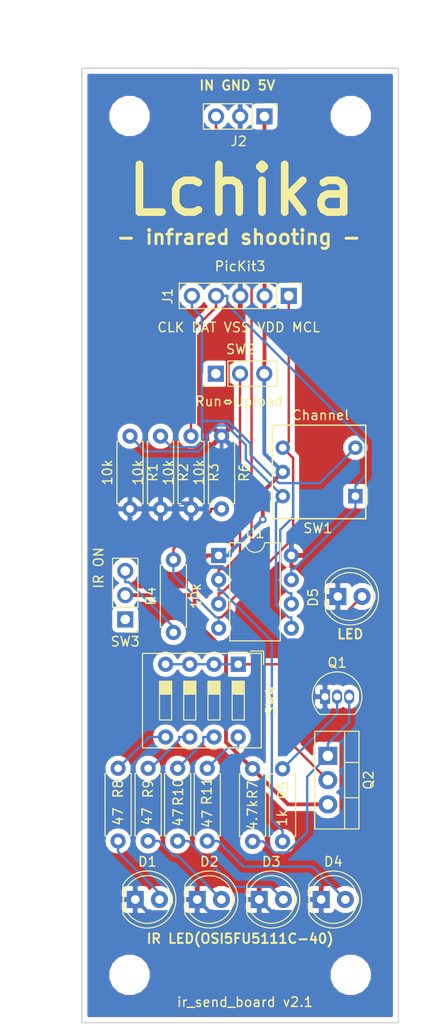
<source format=kicad_pcb>
(kicad_pcb (version 20171130) (host pcbnew "(5.0.0)")

  (general
    (thickness 1.6)
    (drawings 18)
    (tracks 204)
    (zones 0)
    (modules 29)
    (nets 21)
  )

  (page A4)
  (layers
    (0 F.Cu signal)
    (31 B.Cu signal)
    (32 B.Adhes user)
    (33 F.Adhes user)
    (34 B.Paste user)
    (35 F.Paste user)
    (36 B.SilkS user)
    (37 F.SilkS user)
    (38 B.Mask user)
    (39 F.Mask user)
    (40 Dwgs.User user)
    (41 Cmts.User user)
    (42 Eco1.User user)
    (43 Eco2.User user)
    (44 Edge.Cuts user)
    (45 Margin user)
    (46 B.CrtYd user)
    (47 F.CrtYd user)
    (48 B.Fab user)
    (49 F.Fab user)
  )

  (setup
    (last_trace_width 0.25)
    (trace_clearance 0.2)
    (zone_clearance 0.508)
    (zone_45_only no)
    (trace_min 0.2)
    (segment_width 0.2)
    (edge_width 0.15)
    (via_size 0.8)
    (via_drill 0.4)
    (via_min_size 0.8)
    (via_min_drill 0.3)
    (uvia_size 0.3)
    (uvia_drill 0.1)
    (uvias_allowed no)
    (uvia_min_size 0.2)
    (uvia_min_drill 0.1)
    (pcb_text_width 0.3)
    (pcb_text_size 1.5 1.5)
    (mod_edge_width 0.15)
    (mod_text_size 1 1)
    (mod_text_width 0.15)
    (pad_size 1.524 1.524)
    (pad_drill 0.762)
    (pad_to_mask_clearance 0.2)
    (aux_axis_origin 0 0)
    (visible_elements 7FFFFFFF)
    (pcbplotparams
      (layerselection 0x010f0_ffffffff)
      (usegerberextensions true)
      (usegerberattributes false)
      (usegerberadvancedattributes false)
      (creategerberjobfile false)
      (excludeedgelayer true)
      (linewidth 0.100000)
      (plotframeref false)
      (viasonmask false)
      (mode 1)
      (useauxorigin false)
      (hpglpennumber 1)
      (hpglpenspeed 20)
      (hpglpendiameter 15.000000)
      (psnegative false)
      (psa4output false)
      (plotreference true)
      (plotvalue true)
      (plotinvisibletext false)
      (padsonsilk false)
      (subtractmaskfromsilk true)
      (outputformat 1)
      (mirror false)
      (drillshape 0)
      (scaleselection 1)
      (outputdirectory ""))
  )

  (net 0 "")
  (net 1 "Net-(D1-Pad2)")
  (net 2 GND)
  (net 3 "Net-(D2-Pad2)")
  (net 4 "Net-(D3-Pad2)")
  (net 5 "Net-(D4-Pad2)")
  (net 6 "Net-(D5-Pad2)")
  (net 7 "Net-(Q1-Pad2)")
  (net 8 "Net-(Q1-Pad3)")
  (net 9 "Net-(R1-Pad1)")
  (net 10 "Net-(R8-Pad1)")
  (net 11 "Net-(R9-Pad1)")
  (net 12 "Net-(R10-Pad1)")
  (net 13 "Net-(R11-Pad1)")
  (net 14 5V)
  (net 15 "Net-(J1-Pad1)")
  (net 16 "Net-(J1-Pad4)")
  (net 17 "Net-(J1-Pad5)")
  (net 18 "Net-(J2-Pad3)")
  (net 19 "Net-(R4-Pad1)")
  (net 20 "Net-(R5-Pad2)")

  (net_class Default "これはデフォルトのネット クラスです。"
    (clearance 0.2)
    (trace_width 0.25)
    (via_dia 0.8)
    (via_drill 0.4)
    (uvia_dia 0.3)
    (uvia_drill 0.1)
    (add_net "Net-(D1-Pad2)")
    (add_net "Net-(D2-Pad2)")
    (add_net "Net-(D3-Pad2)")
    (add_net "Net-(D4-Pad2)")
    (add_net "Net-(D5-Pad2)")
    (add_net "Net-(J1-Pad1)")
    (add_net "Net-(J1-Pad4)")
    (add_net "Net-(J1-Pad5)")
    (add_net "Net-(J2-Pad3)")
    (add_net "Net-(Q1-Pad2)")
    (add_net "Net-(Q1-Pad3)")
    (add_net "Net-(R1-Pad1)")
    (add_net "Net-(R10-Pad1)")
    (add_net "Net-(R11-Pad1)")
    (add_net "Net-(R4-Pad1)")
    (add_net "Net-(R5-Pad2)")
    (add_net "Net-(R8-Pad1)")
    (add_net "Net-(R9-Pad1)")
  )

  (net_class GND ""
    (clearance 0.2)
    (trace_width 0.4)
    (via_dia 0.8)
    (via_drill 0.4)
    (uvia_dia 0.3)
    (uvia_drill 0.1)
    (add_net GND)
  )

  (net_class VDD ""
    (clearance 0.2)
    (trace_width 0.4)
    (via_dia 0.8)
    (via_drill 0.4)
    (uvia_dia 0.3)
    (uvia_drill 0.1)
    (add_net 5V)
  )

  (module MountingHole:MountingHole_3.2mm_M3 (layer F.Cu) (tedit 5D582325) (tstamp 5D659096)
    (at 56.8 139.7)
    (descr "Mounting Hole 3.2mm, no annular, M3")
    (tags "mounting hole 3.2mm no annular m3")
    (attr virtual)
    (fp_text reference hole4 (at 0 -4.2) (layer F.SilkS) hide
      (effects (font (size 1 1) (thickness 0.15)))
    )
    (fp_text value MountingHole_3.2mm_M3 (at 0 4.2) (layer F.Fab)
      (effects (font (size 1 1) (thickness 0.15)))
    )
    (fp_text user %R (at 0.3 0) (layer F.Fab)
      (effects (font (size 1 1) (thickness 0.15)))
    )
    (fp_circle (center 0 0) (end 3.2 0) (layer Cmts.User) (width 0.15))
    (fp_circle (center 0 0) (end 3.45 0) (layer F.CrtYd) (width 0.05))
    (pad 1 np_thru_hole circle (at 0 0) (size 3.2 3.2) (drill 3.2) (layers *.Cu *.Mask))
  )

  (module MountingHole:MountingHole_3.2mm_M3 (layer F.Cu) (tedit 5D58231D) (tstamp 5D659088)
    (at 33.6 139.7)
    (descr "Mounting Hole 3.2mm, no annular, M3")
    (tags "mounting hole 3.2mm no annular m3")
    (attr virtual)
    (fp_text reference hole3 (at 0 -4.2) (layer F.SilkS) hide
      (effects (font (size 1 1) (thickness 0.15)))
    )
    (fp_text value MountingHole_3.2mm_M3 (at 0 4.2) (layer F.Fab)
      (effects (font (size 1 1) (thickness 0.15)))
    )
    (fp_circle (center 0 0) (end 3.45 0) (layer F.CrtYd) (width 0.05))
    (fp_circle (center 0 0) (end 3.2 0) (layer Cmts.User) (width 0.15))
    (fp_text user %R (at 0.3 0) (layer F.Fab)
      (effects (font (size 1 1) (thickness 0.15)))
    )
    (pad 1 np_thru_hole circle (at 0 0) (size 3.2 3.2) (drill 3.2) (layers *.Cu *.Mask))
  )

  (module MountingHole:MountingHole_3.2mm_M3 (layer F.Cu) (tedit 5D582335) (tstamp 5D65907A)
    (at 56.8 49.7)
    (descr "Mounting Hole 3.2mm, no annular, M3")
    (tags "mounting hole 3.2mm no annular m3")
    (attr virtual)
    (fp_text reference hole2 (at 0 -4.2) (layer F.SilkS) hide
      (effects (font (size 1 1) (thickness 0.15)))
    )
    (fp_text value MountingHole_3.2mm_M3 (at 0 4.2) (layer F.Fab)
      (effects (font (size 1 1) (thickness 0.15)))
    )
    (fp_text user %R (at 0.3 0) (layer F.Fab)
      (effects (font (size 1 1) (thickness 0.15)))
    )
    (fp_circle (center 0 0) (end 3.2 0) (layer Cmts.User) (width 0.15))
    (fp_circle (center 0 0) (end 3.45 0) (layer F.CrtYd) (width 0.05))
    (pad 1 np_thru_hole circle (at 0 0) (size 3.2 3.2) (drill 3.2) (layers *.Cu *.Mask))
  )

  (module LED_THT:LED_D5.0mm (layer F.Cu) (tedit 5995936A) (tstamp 5D4B2196)
    (at 34.2 131.8)
    (descr "LED, diameter 5.0mm, 2 pins, http://cdn-reichelt.de/documents/datenblatt/A500/LL-504BC2E-009.pdf")
    (tags "LED diameter 5.0mm 2 pins")
    (path /5D3CF7DF)
    (fp_text reference D1 (at 1.27 -3.96) (layer F.SilkS)
      (effects (font (size 1 1) (thickness 0.15)))
    )
    (fp_text value "LED(IR)" (at 1.27 3.96) (layer F.Fab)
      (effects (font (size 1 1) (thickness 0.15)))
    )
    (fp_text user %R (at 1.25 0) (layer F.Fab)
      (effects (font (size 0.8 0.8) (thickness 0.2)))
    )
    (fp_line (start 4.5 -3.25) (end -1.95 -3.25) (layer F.CrtYd) (width 0.05))
    (fp_line (start 4.5 3.25) (end 4.5 -3.25) (layer F.CrtYd) (width 0.05))
    (fp_line (start -1.95 3.25) (end 4.5 3.25) (layer F.CrtYd) (width 0.05))
    (fp_line (start -1.95 -3.25) (end -1.95 3.25) (layer F.CrtYd) (width 0.05))
    (fp_line (start -1.29 -1.545) (end -1.29 1.545) (layer F.SilkS) (width 0.12))
    (fp_line (start -1.23 -1.469694) (end -1.23 1.469694) (layer F.Fab) (width 0.1))
    (fp_circle (center 1.27 0) (end 3.77 0) (layer F.SilkS) (width 0.12))
    (fp_circle (center 1.27 0) (end 3.77 0) (layer F.Fab) (width 0.1))
    (fp_arc (start 1.27 0) (end -1.29 1.54483) (angle -148.9) (layer F.SilkS) (width 0.12))
    (fp_arc (start 1.27 0) (end -1.29 -1.54483) (angle 148.9) (layer F.SilkS) (width 0.12))
    (fp_arc (start 1.27 0) (end -1.23 -1.469694) (angle 299.1) (layer F.Fab) (width 0.1))
    (pad 2 thru_hole circle (at 2.54 0) (size 1.8 1.8) (drill 0.9) (layers *.Cu *.Mask)
      (net 1 "Net-(D1-Pad2)"))
    (pad 1 thru_hole rect (at 0 0) (size 1.8 1.8) (drill 0.9) (layers *.Cu *.Mask)
      (net 2 GND))
    (model ${KISYS3DMOD}/LED_THT.3dshapes/LED_D5.0mm.wrl
      (at (xyz 0 0 0))
      (scale (xyz 1 1 1))
      (rotate (xyz 0 0 0))
    )
  )

  (module LED_THT:LED_D5.0mm (layer F.Cu) (tedit 5995936A) (tstamp 5D4B21A8)
    (at 40.7 131.8)
    (descr "LED, diameter 5.0mm, 2 pins, http://cdn-reichelt.de/documents/datenblatt/A500/LL-504BC2E-009.pdf")
    (tags "LED diameter 5.0mm 2 pins")
    (path /5D3CF82F)
    (fp_text reference D2 (at 1.27 -3.96) (layer F.SilkS)
      (effects (font (size 1 1) (thickness 0.15)))
    )
    (fp_text value "LED(IR)" (at 1.27 3.96) (layer F.Fab)
      (effects (font (size 1 1) (thickness 0.15)))
    )
    (fp_arc (start 1.27 0) (end -1.23 -1.469694) (angle 299.1) (layer F.Fab) (width 0.1))
    (fp_arc (start 1.27 0) (end -1.29 -1.54483) (angle 148.9) (layer F.SilkS) (width 0.12))
    (fp_arc (start 1.27 0) (end -1.29 1.54483) (angle -148.9) (layer F.SilkS) (width 0.12))
    (fp_circle (center 1.27 0) (end 3.77 0) (layer F.Fab) (width 0.1))
    (fp_circle (center 1.27 0) (end 3.77 0) (layer F.SilkS) (width 0.12))
    (fp_line (start -1.23 -1.469694) (end -1.23 1.469694) (layer F.Fab) (width 0.1))
    (fp_line (start -1.29 -1.545) (end -1.29 1.545) (layer F.SilkS) (width 0.12))
    (fp_line (start -1.95 -3.25) (end -1.95 3.25) (layer F.CrtYd) (width 0.05))
    (fp_line (start -1.95 3.25) (end 4.5 3.25) (layer F.CrtYd) (width 0.05))
    (fp_line (start 4.5 3.25) (end 4.5 -3.25) (layer F.CrtYd) (width 0.05))
    (fp_line (start 4.5 -3.25) (end -1.95 -3.25) (layer F.CrtYd) (width 0.05))
    (fp_text user %R (at 1.25 0) (layer F.Fab)
      (effects (font (size 0.8 0.8) (thickness 0.2)))
    )
    (pad 1 thru_hole rect (at 0 0) (size 1.8 1.8) (drill 0.9) (layers *.Cu *.Mask)
      (net 2 GND))
    (pad 2 thru_hole circle (at 2.54 0) (size 1.8 1.8) (drill 0.9) (layers *.Cu *.Mask)
      (net 3 "Net-(D2-Pad2)"))
    (model ${KISYS3DMOD}/LED_THT.3dshapes/LED_D5.0mm.wrl
      (at (xyz 0 0 0))
      (scale (xyz 1 1 1))
      (rotate (xyz 0 0 0))
    )
  )

  (module LED_THT:LED_D5.0mm (layer F.Cu) (tedit 5995936A) (tstamp 5D4B21BA)
    (at 47.2 131.8)
    (descr "LED, diameter 5.0mm, 2 pins, http://cdn-reichelt.de/documents/datenblatt/A500/LL-504BC2E-009.pdf")
    (tags "LED diameter 5.0mm 2 pins")
    (path /5D3CF8D1)
    (fp_text reference D3 (at 1.27 -3.96) (layer F.SilkS)
      (effects (font (size 1 1) (thickness 0.15)))
    )
    (fp_text value "LED(IR)" (at 1.27 3.96) (layer F.Fab)
      (effects (font (size 1 1) (thickness 0.15)))
    )
    (fp_text user %R (at 1.25 0) (layer F.Fab)
      (effects (font (size 0.8 0.8) (thickness 0.2)))
    )
    (fp_line (start 4.5 -3.25) (end -1.95 -3.25) (layer F.CrtYd) (width 0.05))
    (fp_line (start 4.5 3.25) (end 4.5 -3.25) (layer F.CrtYd) (width 0.05))
    (fp_line (start -1.95 3.25) (end 4.5 3.25) (layer F.CrtYd) (width 0.05))
    (fp_line (start -1.95 -3.25) (end -1.95 3.25) (layer F.CrtYd) (width 0.05))
    (fp_line (start -1.29 -1.545) (end -1.29 1.545) (layer F.SilkS) (width 0.12))
    (fp_line (start -1.23 -1.469694) (end -1.23 1.469694) (layer F.Fab) (width 0.1))
    (fp_circle (center 1.27 0) (end 3.77 0) (layer F.SilkS) (width 0.12))
    (fp_circle (center 1.27 0) (end 3.77 0) (layer F.Fab) (width 0.1))
    (fp_arc (start 1.27 0) (end -1.29 1.54483) (angle -148.9) (layer F.SilkS) (width 0.12))
    (fp_arc (start 1.27 0) (end -1.29 -1.54483) (angle 148.9) (layer F.SilkS) (width 0.12))
    (fp_arc (start 1.27 0) (end -1.23 -1.469694) (angle 299.1) (layer F.Fab) (width 0.1))
    (pad 2 thru_hole circle (at 2.54 0) (size 1.8 1.8) (drill 0.9) (layers *.Cu *.Mask)
      (net 4 "Net-(D3-Pad2)"))
    (pad 1 thru_hole rect (at 0 0) (size 1.8 1.8) (drill 0.9) (layers *.Cu *.Mask)
      (net 2 GND))
    (model ${KISYS3DMOD}/LED_THT.3dshapes/LED_D5.0mm.wrl
      (at (xyz 0 0 0))
      (scale (xyz 1 1 1))
      (rotate (xyz 0 0 0))
    )
  )

  (module LED_THT:LED_D5.0mm (layer F.Cu) (tedit 5995936A) (tstamp 5D4B21CC)
    (at 53.7 131.8)
    (descr "LED, diameter 5.0mm, 2 pins, http://cdn-reichelt.de/documents/datenblatt/A500/LL-504BC2E-009.pdf")
    (tags "LED diameter 5.0mm 2 pins")
    (path /5D3CF913)
    (fp_text reference D4 (at 1.27 -3.96) (layer F.SilkS)
      (effects (font (size 1 1) (thickness 0.15)))
    )
    (fp_text value "LED(IR)" (at 1.27 3.96) (layer F.Fab)
      (effects (font (size 1 1) (thickness 0.15)))
    )
    (fp_arc (start 1.27 0) (end -1.23 -1.469694) (angle 299.1) (layer F.Fab) (width 0.1))
    (fp_arc (start 1.27 0) (end -1.29 -1.54483) (angle 148.9) (layer F.SilkS) (width 0.12))
    (fp_arc (start 1.27 0) (end -1.29 1.54483) (angle -148.9) (layer F.SilkS) (width 0.12))
    (fp_circle (center 1.27 0) (end 3.77 0) (layer F.Fab) (width 0.1))
    (fp_circle (center 1.27 0) (end 3.77 0) (layer F.SilkS) (width 0.12))
    (fp_line (start -1.23 -1.469694) (end -1.23 1.469694) (layer F.Fab) (width 0.1))
    (fp_line (start -1.29 -1.545) (end -1.29 1.545) (layer F.SilkS) (width 0.12))
    (fp_line (start -1.95 -3.25) (end -1.95 3.25) (layer F.CrtYd) (width 0.05))
    (fp_line (start -1.95 3.25) (end 4.5 3.25) (layer F.CrtYd) (width 0.05))
    (fp_line (start 4.5 3.25) (end 4.5 -3.25) (layer F.CrtYd) (width 0.05))
    (fp_line (start 4.5 -3.25) (end -1.95 -3.25) (layer F.CrtYd) (width 0.05))
    (fp_text user %R (at 1.25 0) (layer F.Fab)
      (effects (font (size 0.8 0.8) (thickness 0.2)))
    )
    (pad 1 thru_hole rect (at 0 0) (size 1.8 1.8) (drill 0.9) (layers *.Cu *.Mask)
      (net 2 GND))
    (pad 2 thru_hole circle (at 2.54 0) (size 1.8 1.8) (drill 0.9) (layers *.Cu *.Mask)
      (net 5 "Net-(D4-Pad2)"))
    (model ${KISYS3DMOD}/LED_THT.3dshapes/LED_D5.0mm.wrl
      (at (xyz 0 0 0))
      (scale (xyz 1 1 1))
      (rotate (xyz 0 0 0))
    )
  )

  (module LED_THT:LED_D5.0mm (layer F.Cu) (tedit 5995936A) (tstamp 5D4B21DE)
    (at 55.45 100.05)
    (descr "LED, diameter 5.0mm, 2 pins, http://cdn-reichelt.de/documents/datenblatt/A500/LL-504BC2E-009.pdf")
    (tags "LED diameter 5.0mm 2 pins")
    (path /5D3CEAFA)
    (fp_text reference D5 (at -2.6 0.1 90) (layer F.SilkS)
      (effects (font (size 1 1) (thickness 0.15)))
    )
    (fp_text value LED (at 1.27 3.96) (layer F.Fab)
      (effects (font (size 1 1) (thickness 0.15)))
    )
    (fp_arc (start 1.27 0) (end -1.23 -1.469694) (angle 299.1) (layer F.Fab) (width 0.1))
    (fp_arc (start 1.27 0) (end -1.29 -1.54483) (angle 148.9) (layer F.SilkS) (width 0.12))
    (fp_arc (start 1.27 0) (end -1.29 1.54483) (angle -148.9) (layer F.SilkS) (width 0.12))
    (fp_circle (center 1.27 0) (end 3.77 0) (layer F.Fab) (width 0.1))
    (fp_circle (center 1.27 0) (end 3.77 0) (layer F.SilkS) (width 0.12))
    (fp_line (start -1.23 -1.469694) (end -1.23 1.469694) (layer F.Fab) (width 0.1))
    (fp_line (start -1.29 -1.545) (end -1.29 1.545) (layer F.SilkS) (width 0.12))
    (fp_line (start -1.95 -3.25) (end -1.95 3.25) (layer F.CrtYd) (width 0.05))
    (fp_line (start -1.95 3.25) (end 4.5 3.25) (layer F.CrtYd) (width 0.05))
    (fp_line (start 4.5 3.25) (end 4.5 -3.25) (layer F.CrtYd) (width 0.05))
    (fp_line (start 4.5 -3.25) (end -1.95 -3.25) (layer F.CrtYd) (width 0.05))
    (fp_text user %R (at 1.214999 -0.025001) (layer F.Fab)
      (effects (font (size 0.8 0.8) (thickness 0.2)))
    )
    (pad 1 thru_hole rect (at 0 0) (size 1.8 1.8) (drill 0.9) (layers *.Cu *.Mask)
      (net 2 GND))
    (pad 2 thru_hole circle (at 2.54 0) (size 1.8 1.8) (drill 0.9) (layers *.Cu *.Mask)
      (net 6 "Net-(D5-Pad2)"))
    (model ${KISYS3DMOD}/LED_THT.3dshapes/LED_D5.0mm.wrl
      (at (xyz 0 0 0))
      (scale (xyz 1 1 1))
      (rotate (xyz 0 0 0))
    )
  )

  (module Package_TO_SOT_THT:TO-92_Inline (layer F.Cu) (tedit 5A1DD157) (tstamp 5D4B2207)
    (at 54.1 110.55)
    (descr "TO-92 leads in-line, narrow, oval pads, drill 0.75mm (see NXP sot054_po.pdf)")
    (tags "to-92 sc-43 sc-43a sot54 PA33 transistor")
    (path /5D3CFAA5)
    (fp_text reference Q1 (at 1.27 -3.56) (layer F.SilkS)
      (effects (font (size 1 1) (thickness 0.15)))
    )
    (fp_text value 2N7000 (at 1.27 2.79) (layer F.Fab)
      (effects (font (size 1 1) (thickness 0.15)))
    )
    (fp_text user %R (at 1.27 -3.56) (layer F.Fab)
      (effects (font (size 1 1) (thickness 0.15)))
    )
    (fp_line (start -0.53 1.85) (end 3.07 1.85) (layer F.SilkS) (width 0.12))
    (fp_line (start -0.5 1.75) (end 3 1.75) (layer F.Fab) (width 0.1))
    (fp_line (start -1.46 -2.73) (end 4 -2.73) (layer F.CrtYd) (width 0.05))
    (fp_line (start -1.46 -2.73) (end -1.46 2.01) (layer F.CrtYd) (width 0.05))
    (fp_line (start 4 2.01) (end 4 -2.73) (layer F.CrtYd) (width 0.05))
    (fp_line (start 4 2.01) (end -1.46 2.01) (layer F.CrtYd) (width 0.05))
    (fp_arc (start 1.27 0) (end 1.27 -2.48) (angle 135) (layer F.Fab) (width 0.1))
    (fp_arc (start 1.27 0) (end 1.27 -2.6) (angle -135) (layer F.SilkS) (width 0.12))
    (fp_arc (start 1.27 0) (end 1.27 -2.48) (angle -135) (layer F.Fab) (width 0.1))
    (fp_arc (start 1.27 0) (end 1.27 -2.6) (angle 135) (layer F.SilkS) (width 0.12))
    (pad 2 thru_hole oval (at 1.27 0) (size 1.05 1.5) (drill 0.75) (layers *.Cu *.Mask)
      (net 7 "Net-(Q1-Pad2)"))
    (pad 3 thru_hole oval (at 2.54 0) (size 1.05 1.5) (drill 0.75) (layers *.Cu *.Mask)
      (net 8 "Net-(Q1-Pad3)"))
    (pad 1 thru_hole rect (at 0 0) (size 1.05 1.5) (drill 0.75) (layers *.Cu *.Mask)
      (net 2 GND))
    (model ${KISYS3DMOD}/Package_TO_SOT_THT.3dshapes/TO-92_Inline.wrl
      (at (xyz 0 0 0))
      (scale (xyz 1 1 1))
      (rotate (xyz 0 0 0))
    )
  )

  (module Package_TO_SOT_THT:TO-220-3_Vertical (layer F.Cu) (tedit 5AC8BA0D) (tstamp 5D4B2221)
    (at 54.4 116.75 270)
    (descr "TO-220-3, Vertical, RM 2.54mm, see https://www.vishay.com/docs/66542/to-220-1.pdf")
    (tags "TO-220-3 Vertical RM 2.54mm")
    (path /5D3CFBD6)
    (fp_text reference Q2 (at 2.54 -4.27 270) (layer F.SilkS)
      (effects (font (size 1 1) (thickness 0.15)))
    )
    (fp_text value IRF9024N (at 2.54 2.5 270) (layer F.Fab)
      (effects (font (size 1 1) (thickness 0.15)))
    )
    (fp_line (start -2.46 -3.15) (end -2.46 1.25) (layer F.Fab) (width 0.1))
    (fp_line (start -2.46 1.25) (end 7.54 1.25) (layer F.Fab) (width 0.1))
    (fp_line (start 7.54 1.25) (end 7.54 -3.15) (layer F.Fab) (width 0.1))
    (fp_line (start 7.54 -3.15) (end -2.46 -3.15) (layer F.Fab) (width 0.1))
    (fp_line (start -2.46 -1.88) (end 7.54 -1.88) (layer F.Fab) (width 0.1))
    (fp_line (start 0.69 -3.15) (end 0.69 -1.88) (layer F.Fab) (width 0.1))
    (fp_line (start 4.39 -3.15) (end 4.39 -1.88) (layer F.Fab) (width 0.1))
    (fp_line (start -2.58 -3.27) (end 7.66 -3.27) (layer F.SilkS) (width 0.12))
    (fp_line (start -2.58 1.371) (end 7.66 1.371) (layer F.SilkS) (width 0.12))
    (fp_line (start -2.58 -3.27) (end -2.58 1.371) (layer F.SilkS) (width 0.12))
    (fp_line (start 7.66 -3.27) (end 7.66 1.371) (layer F.SilkS) (width 0.12))
    (fp_line (start -2.58 -1.76) (end 7.66 -1.76) (layer F.SilkS) (width 0.12))
    (fp_line (start 0.69 -3.27) (end 0.69 -1.76) (layer F.SilkS) (width 0.12))
    (fp_line (start 4.391 -3.27) (end 4.391 -1.76) (layer F.SilkS) (width 0.12))
    (fp_line (start -2.71 -3.4) (end -2.71 1.51) (layer F.CrtYd) (width 0.05))
    (fp_line (start -2.71 1.51) (end 7.79 1.51) (layer F.CrtYd) (width 0.05))
    (fp_line (start 7.79 1.51) (end 7.79 -3.4) (layer F.CrtYd) (width 0.05))
    (fp_line (start 7.79 -3.4) (end -2.71 -3.4) (layer F.CrtYd) (width 0.05))
    (fp_text user %R (at 2.54 -4.27 270) (layer F.Fab)
      (effects (font (size 1 1) (thickness 0.15)))
    )
    (pad 1 thru_hole rect (at 0 0 270) (size 1.905 2) (drill 1.1) (layers *.Cu *.Mask)
      (net 8 "Net-(Q1-Pad3)"))
    (pad 2 thru_hole oval (at 2.54 0 270) (size 1.905 2) (drill 1.1) (layers *.Cu *.Mask)
      (net 6 "Net-(D5-Pad2)"))
    (pad 3 thru_hole oval (at 5.08 0 270) (size 1.905 2) (drill 1.1) (layers *.Cu *.Mask)
      (net 14 5V))
    (model ${KISYS3DMOD}/Package_TO_SOT_THT.3dshapes/TO-220-3_Vertical.wrl
      (at (xyz 0 0 0))
      (scale (xyz 1 1 1))
      (rotate (xyz 0 0 0))
    )
  )

  (module Resistor_THT:R_Axial_DIN0207_L6.3mm_D2.5mm_P7.62mm_Horizontal (layer F.Cu) (tedit 5D3DD476) (tstamp 5D4B2238)
    (at 33.65 83.25 270)
    (descr "Resistor, Axial_DIN0207 series, Axial, Horizontal, pin pitch=7.62mm, 0.25W = 1/4W, length*diameter=6.3*2.5mm^2, http://cdn-reichelt.de/documents/datenblatt/B400/1_4W%23YAG.pdf")
    (tags "Resistor Axial_DIN0207 series Axial Horizontal pin pitch 7.62mm 0.25W = 1/4W length 6.3mm diameter 2.5mm")
    (path /5D3CE8CC)
    (fp_text reference R1 (at 3.81 -2.37 270) (layer F.SilkS)
      (effects (font (size 1 1) (thickness 0.15)))
    )
    (fp_text value 10k (at 3.81 2.37 270) (layer F.SilkS)
      (effects (font (size 1 1) (thickness 0.15)))
    )
    (fp_line (start 0.66 -1.25) (end 0.66 1.25) (layer F.Fab) (width 0.1))
    (fp_line (start 0.66 1.25) (end 6.96 1.25) (layer F.Fab) (width 0.1))
    (fp_line (start 6.96 1.25) (end 6.96 -1.25) (layer F.Fab) (width 0.1))
    (fp_line (start 6.96 -1.25) (end 0.66 -1.25) (layer F.Fab) (width 0.1))
    (fp_line (start 0 0) (end 0.66 0) (layer F.Fab) (width 0.1))
    (fp_line (start 7.62 0) (end 6.96 0) (layer F.Fab) (width 0.1))
    (fp_line (start 0.54 -1.04) (end 0.54 -1.37) (layer F.SilkS) (width 0.12))
    (fp_line (start 0.54 -1.37) (end 7.08 -1.37) (layer F.SilkS) (width 0.12))
    (fp_line (start 7.08 -1.37) (end 7.08 -1.04) (layer F.SilkS) (width 0.12))
    (fp_line (start 0.54 1.04) (end 0.54 1.37) (layer F.SilkS) (width 0.12))
    (fp_line (start 0.54 1.37) (end 7.08 1.37) (layer F.SilkS) (width 0.12))
    (fp_line (start 7.08 1.37) (end 7.08 1.04) (layer F.SilkS) (width 0.12))
    (fp_line (start -1.05 -1.5) (end -1.05 1.5) (layer F.CrtYd) (width 0.05))
    (fp_line (start -1.05 1.5) (end 8.67 1.5) (layer F.CrtYd) (width 0.05))
    (fp_line (start 8.67 1.5) (end 8.67 -1.5) (layer F.CrtYd) (width 0.05))
    (fp_line (start 8.67 -1.5) (end -1.05 -1.5) (layer F.CrtYd) (width 0.05))
    (fp_text user %R (at 3.81 0 270) (layer F.Fab)
      (effects (font (size 1 1) (thickness 0.15)))
    )
    (pad 1 thru_hole circle (at 0 0 270) (size 1.6 1.6) (drill 0.8) (layers *.Cu *.Mask)
      (net 9 "Net-(R1-Pad1)"))
    (pad 2 thru_hole oval (at 7.62 0 270) (size 1.6 1.6) (drill 0.8) (layers *.Cu *.Mask)
      (net 2 GND))
    (model ${KISYS3DMOD}/Resistor_THT.3dshapes/R_Axial_DIN0207_L6.3mm_D2.5mm_P7.62mm_Horizontal.wrl
      (at (xyz 0 0 0))
      (scale (xyz 1 1 1))
      (rotate (xyz 0 0 0))
    )
  )

  (module Resistor_THT:R_Axial_DIN0207_L6.3mm_D2.5mm_P7.62mm_Horizontal (layer F.Cu) (tedit 5D3DD47B) (tstamp 5D4B224F)
    (at 36.85 83.25 270)
    (descr "Resistor, Axial_DIN0207 series, Axial, Horizontal, pin pitch=7.62mm, 0.25W = 1/4W, length*diameter=6.3*2.5mm^2, http://cdn-reichelt.de/documents/datenblatt/B400/1_4W%23YAG.pdf")
    (tags "Resistor Axial_DIN0207 series Axial Horizontal pin pitch 7.62mm 0.25W = 1/4W length 6.3mm diameter 2.5mm")
    (path /5D3CE898)
    (fp_text reference R2 (at 3.81 -2.37 270) (layer F.SilkS)
      (effects (font (size 1 1) (thickness 0.15)))
    )
    (fp_text value 10k (at 3.81 2.37 270) (layer F.SilkS)
      (effects (font (size 1 1) (thickness 0.15)))
    )
    (fp_text user %R (at 3.81 0 270) (layer F.Fab)
      (effects (font (size 1 1) (thickness 0.15)))
    )
    (fp_line (start 8.67 -1.5) (end -1.05 -1.5) (layer F.CrtYd) (width 0.05))
    (fp_line (start 8.67 1.5) (end 8.67 -1.5) (layer F.CrtYd) (width 0.05))
    (fp_line (start -1.05 1.5) (end 8.67 1.5) (layer F.CrtYd) (width 0.05))
    (fp_line (start -1.05 -1.5) (end -1.05 1.5) (layer F.CrtYd) (width 0.05))
    (fp_line (start 7.08 1.37) (end 7.08 1.04) (layer F.SilkS) (width 0.12))
    (fp_line (start 0.54 1.37) (end 7.08 1.37) (layer F.SilkS) (width 0.12))
    (fp_line (start 0.54 1.04) (end 0.54 1.37) (layer F.SilkS) (width 0.12))
    (fp_line (start 7.08 -1.37) (end 7.08 -1.04) (layer F.SilkS) (width 0.12))
    (fp_line (start 0.54 -1.37) (end 7.08 -1.37) (layer F.SilkS) (width 0.12))
    (fp_line (start 0.54 -1.04) (end 0.54 -1.37) (layer F.SilkS) (width 0.12))
    (fp_line (start 7.62 0) (end 6.96 0) (layer F.Fab) (width 0.1))
    (fp_line (start 0 0) (end 0.66 0) (layer F.Fab) (width 0.1))
    (fp_line (start 6.96 -1.25) (end 0.66 -1.25) (layer F.Fab) (width 0.1))
    (fp_line (start 6.96 1.25) (end 6.96 -1.25) (layer F.Fab) (width 0.1))
    (fp_line (start 0.66 1.25) (end 6.96 1.25) (layer F.Fab) (width 0.1))
    (fp_line (start 0.66 -1.25) (end 0.66 1.25) (layer F.Fab) (width 0.1))
    (pad 2 thru_hole oval (at 7.62 0 270) (size 1.6 1.6) (drill 0.8) (layers *.Cu *.Mask)
      (net 2 GND))
    (pad 1 thru_hole circle (at 0 0 270) (size 1.6 1.6) (drill 0.8) (layers *.Cu *.Mask)
      (net 17 "Net-(J1-Pad5)"))
    (model ${KISYS3DMOD}/Resistor_THT.3dshapes/R_Axial_DIN0207_L6.3mm_D2.5mm_P7.62mm_Horizontal.wrl
      (at (xyz 0 0 0))
      (scale (xyz 1 1 1))
      (rotate (xyz 0 0 0))
    )
  )

  (module Resistor_THT:R_Axial_DIN0207_L6.3mm_D2.5mm_P7.62mm_Horizontal (layer F.Cu) (tedit 5D3DD480) (tstamp 5D4B2266)
    (at 40.05 83.25 270)
    (descr "Resistor, Axial_DIN0207 series, Axial, Horizontal, pin pitch=7.62mm, 0.25W = 1/4W, length*diameter=6.3*2.5mm^2, http://cdn-reichelt.de/documents/datenblatt/B400/1_4W%23YAG.pdf")
    (tags "Resistor Axial_DIN0207 series Axial Horizontal pin pitch 7.62mm 0.25W = 1/4W length 6.3mm diameter 2.5mm")
    (path /5D3CE8FE)
    (fp_text reference R3 (at 3.81 -2.37 270) (layer F.SilkS)
      (effects (font (size 1 1) (thickness 0.15)))
    )
    (fp_text value 10k (at 3.81 2.37 270) (layer F.SilkS)
      (effects (font (size 1 1) (thickness 0.15)))
    )
    (fp_text user %R (at 3.81 0 270) (layer F.Fab)
      (effects (font (size 1 1) (thickness 0.15)))
    )
    (fp_line (start 8.67 -1.5) (end -1.05 -1.5) (layer F.CrtYd) (width 0.05))
    (fp_line (start 8.67 1.5) (end 8.67 -1.5) (layer F.CrtYd) (width 0.05))
    (fp_line (start -1.05 1.5) (end 8.67 1.5) (layer F.CrtYd) (width 0.05))
    (fp_line (start -1.05 -1.5) (end -1.05 1.5) (layer F.CrtYd) (width 0.05))
    (fp_line (start 7.08 1.37) (end 7.08 1.04) (layer F.SilkS) (width 0.12))
    (fp_line (start 0.54 1.37) (end 7.08 1.37) (layer F.SilkS) (width 0.12))
    (fp_line (start 0.54 1.04) (end 0.54 1.37) (layer F.SilkS) (width 0.12))
    (fp_line (start 7.08 -1.37) (end 7.08 -1.04) (layer F.SilkS) (width 0.12))
    (fp_line (start 0.54 -1.37) (end 7.08 -1.37) (layer F.SilkS) (width 0.12))
    (fp_line (start 0.54 -1.04) (end 0.54 -1.37) (layer F.SilkS) (width 0.12))
    (fp_line (start 7.62 0) (end 6.96 0) (layer F.Fab) (width 0.1))
    (fp_line (start 0 0) (end 0.66 0) (layer F.Fab) (width 0.1))
    (fp_line (start 6.96 -1.25) (end 0.66 -1.25) (layer F.Fab) (width 0.1))
    (fp_line (start 6.96 1.25) (end 6.96 -1.25) (layer F.Fab) (width 0.1))
    (fp_line (start 0.66 1.25) (end 6.96 1.25) (layer F.Fab) (width 0.1))
    (fp_line (start 0.66 -1.25) (end 0.66 1.25) (layer F.Fab) (width 0.1))
    (pad 2 thru_hole oval (at 7.62 0 270) (size 1.6 1.6) (drill 0.8) (layers *.Cu *.Mask)
      (net 2 GND))
    (pad 1 thru_hole circle (at 0 0 270) (size 1.6 1.6) (drill 0.8) (layers *.Cu *.Mask)
      (net 16 "Net-(J1-Pad4)"))
    (model ${KISYS3DMOD}/Resistor_THT.3dshapes/R_Axial_DIN0207_L6.3mm_D2.5mm_P7.62mm_Horizontal.wrl
      (at (xyz 0 0 0))
      (scale (xyz 1 1 1))
      (rotate (xyz 0 0 0))
    )
  )

  (module Resistor_THT:R_Axial_DIN0207_L6.3mm_D2.5mm_P7.62mm_Horizontal (layer F.Cu) (tedit 5D3DD469) (tstamp 5D4B227D)
    (at 38.2 103.82 90)
    (descr "Resistor, Axial_DIN0207 series, Axial, Horizontal, pin pitch=7.62mm, 0.25W = 1/4W, length*diameter=6.3*2.5mm^2, http://cdn-reichelt.de/documents/datenblatt/B400/1_4W%23YAG.pdf")
    (tags "Resistor Axial_DIN0207 series Axial Horizontal pin pitch 7.62mm 0.25W = 1/4W length 6.3mm diameter 2.5mm")
    (path /5D480B88)
    (fp_text reference R4 (at 3.81 -2.37 90) (layer F.SilkS)
      (effects (font (size 1 1) (thickness 0.15)))
    )
    (fp_text value 10k (at 3.81 2.37 90) (layer F.SilkS)
      (effects (font (size 1 1) (thickness 0.15)))
    )
    (fp_line (start 0.66 -1.25) (end 0.66 1.25) (layer F.Fab) (width 0.1))
    (fp_line (start 0.66 1.25) (end 6.96 1.25) (layer F.Fab) (width 0.1))
    (fp_line (start 6.96 1.25) (end 6.96 -1.25) (layer F.Fab) (width 0.1))
    (fp_line (start 6.96 -1.25) (end 0.66 -1.25) (layer F.Fab) (width 0.1))
    (fp_line (start 0 0) (end 0.66 0) (layer F.Fab) (width 0.1))
    (fp_line (start 7.62 0) (end 6.96 0) (layer F.Fab) (width 0.1))
    (fp_line (start 0.54 -1.04) (end 0.54 -1.37) (layer F.SilkS) (width 0.12))
    (fp_line (start 0.54 -1.37) (end 7.08 -1.37) (layer F.SilkS) (width 0.12))
    (fp_line (start 7.08 -1.37) (end 7.08 -1.04) (layer F.SilkS) (width 0.12))
    (fp_line (start 0.54 1.04) (end 0.54 1.37) (layer F.SilkS) (width 0.12))
    (fp_line (start 0.54 1.37) (end 7.08 1.37) (layer F.SilkS) (width 0.12))
    (fp_line (start 7.08 1.37) (end 7.08 1.04) (layer F.SilkS) (width 0.12))
    (fp_line (start -1.05 -1.5) (end -1.05 1.5) (layer F.CrtYd) (width 0.05))
    (fp_line (start -1.05 1.5) (end 8.67 1.5) (layer F.CrtYd) (width 0.05))
    (fp_line (start 8.67 1.5) (end 8.67 -1.5) (layer F.CrtYd) (width 0.05))
    (fp_line (start 8.67 -1.5) (end -1.05 -1.5) (layer F.CrtYd) (width 0.05))
    (fp_text user %R (at 3.81 0 90) (layer F.Fab)
      (effects (font (size 1 1) (thickness 0.15)))
    )
    (pad 1 thru_hole circle (at 0 0 90) (size 1.6 1.6) (drill 0.8) (layers *.Cu *.Mask)
      (net 19 "Net-(R4-Pad1)"))
    (pad 2 thru_hole oval (at 7.62 0 90) (size 1.6 1.6) (drill 0.8) (layers *.Cu *.Mask)
      (net 15 "Net-(J1-Pad1)"))
    (model ${KISYS3DMOD}/Resistor_THT.3dshapes/R_Axial_DIN0207_L6.3mm_D2.5mm_P7.62mm_Horizontal.wrl
      (at (xyz 0 0 0))
      (scale (xyz 1 1 1))
      (rotate (xyz 0 0 0))
    )
  )

  (module Resistor_THT:R_Axial_DIN0207_L6.3mm_D2.5mm_P7.62mm_Horizontal (layer F.Cu) (tedit 5D3DD46F) (tstamp 5D4B2294)
    (at 49.65 118.1 270)
    (descr "Resistor, Axial_DIN0207 series, Axial, Horizontal, pin pitch=7.62mm, 0.25W = 1/4W, length*diameter=6.3*2.5mm^2, http://cdn-reichelt.de/documents/datenblatt/B400/1_4W%23YAG.pdf")
    (tags "Resistor Axial_DIN0207 series Axial Horizontal pin pitch 7.62mm 0.25W = 1/4W length 6.3mm diameter 2.5mm")
    (path /5D3DB30E)
    (fp_text reference R5 (at 2.25 -0.05 270) (layer F.SilkS)
      (effects (font (size 1 1) (thickness 0.15)))
    )
    (fp_text value 1k (at 5.15 0.05 270) (layer F.SilkS)
      (effects (font (size 1 1) (thickness 0.15)))
    )
    (fp_line (start 0.66 -1.25) (end 0.66 1.25) (layer F.Fab) (width 0.1))
    (fp_line (start 0.66 1.25) (end 6.96 1.25) (layer F.Fab) (width 0.1))
    (fp_line (start 6.96 1.25) (end 6.96 -1.25) (layer F.Fab) (width 0.1))
    (fp_line (start 6.96 -1.25) (end 0.66 -1.25) (layer F.Fab) (width 0.1))
    (fp_line (start 0 0) (end 0.66 0) (layer F.Fab) (width 0.1))
    (fp_line (start 7.62 0) (end 6.96 0) (layer F.Fab) (width 0.1))
    (fp_line (start 0.54 -1.04) (end 0.54 -1.37) (layer F.SilkS) (width 0.12))
    (fp_line (start 0.54 -1.37) (end 7.08 -1.37) (layer F.SilkS) (width 0.12))
    (fp_line (start 7.08 -1.37) (end 7.08 -1.04) (layer F.SilkS) (width 0.12))
    (fp_line (start 0.54 1.04) (end 0.54 1.37) (layer F.SilkS) (width 0.12))
    (fp_line (start 0.54 1.37) (end 7.08 1.37) (layer F.SilkS) (width 0.12))
    (fp_line (start 7.08 1.37) (end 7.08 1.04) (layer F.SilkS) (width 0.12))
    (fp_line (start -1.05 -1.5) (end -1.05 1.5) (layer F.CrtYd) (width 0.05))
    (fp_line (start -1.05 1.5) (end 8.67 1.5) (layer F.CrtYd) (width 0.05))
    (fp_line (start 8.67 1.5) (end 8.67 -1.5) (layer F.CrtYd) (width 0.05))
    (fp_line (start 8.67 -1.5) (end -1.05 -1.5) (layer F.CrtYd) (width 0.05))
    (fp_text user %R (at 3.81 0 270) (layer F.Fab)
      (effects (font (size 1 1) (thickness 0.15)))
    )
    (pad 1 thru_hole circle (at 0 0 270) (size 1.6 1.6) (drill 0.8) (layers *.Cu *.Mask)
      (net 7 "Net-(Q1-Pad2)"))
    (pad 2 thru_hole oval (at 7.62 0 270) (size 1.6 1.6) (drill 0.8) (layers *.Cu *.Mask)
      (net 20 "Net-(R5-Pad2)"))
    (model ${KISYS3DMOD}/Resistor_THT.3dshapes/R_Axial_DIN0207_L6.3mm_D2.5mm_P7.62mm_Horizontal.wrl
      (at (xyz 0 0 0))
      (scale (xyz 1 1 1))
      (rotate (xyz 0 0 0))
    )
  )

  (module Resistor_THT:R_Axial_DIN0207_L6.3mm_D2.5mm_P7.62mm_Horizontal (layer F.Cu) (tedit 5D3DD443) (tstamp 5D4B22AB)
    (at 43.25 83.25 270)
    (descr "Resistor, Axial_DIN0207 series, Axial, Horizontal, pin pitch=7.62mm, 0.25W = 1/4W, length*diameter=6.3*2.5mm^2, http://cdn-reichelt.de/documents/datenblatt/B400/1_4W%23YAG.pdf")
    (tags "Resistor Axial_DIN0207 series Axial Horizontal pin pitch 7.62mm 0.25W = 1/4W length 6.3mm diameter 2.5mm")
    (path /5D3CE868)
    (fp_text reference R6 (at 3.81 -2.37 270) (layer F.SilkS)
      (effects (font (size 1 1) (thickness 0.15)))
    )
    (fp_text value 10k (at 3.81 2.37 270) (layer F.SilkS)
      (effects (font (size 1 1) (thickness 0.15)))
    )
    (fp_text user %R (at 3.81 0 270) (layer F.Fab)
      (effects (font (size 1 1) (thickness 0.15)))
    )
    (fp_line (start 8.67 -1.5) (end -1.05 -1.5) (layer F.CrtYd) (width 0.05))
    (fp_line (start 8.67 1.5) (end 8.67 -1.5) (layer F.CrtYd) (width 0.05))
    (fp_line (start -1.05 1.5) (end 8.67 1.5) (layer F.CrtYd) (width 0.05))
    (fp_line (start -1.05 -1.5) (end -1.05 1.5) (layer F.CrtYd) (width 0.05))
    (fp_line (start 7.08 1.37) (end 7.08 1.04) (layer F.SilkS) (width 0.12))
    (fp_line (start 0.54 1.37) (end 7.08 1.37) (layer F.SilkS) (width 0.12))
    (fp_line (start 0.54 1.04) (end 0.54 1.37) (layer F.SilkS) (width 0.12))
    (fp_line (start 7.08 -1.37) (end 7.08 -1.04) (layer F.SilkS) (width 0.12))
    (fp_line (start 0.54 -1.37) (end 7.08 -1.37) (layer F.SilkS) (width 0.12))
    (fp_line (start 0.54 -1.04) (end 0.54 -1.37) (layer F.SilkS) (width 0.12))
    (fp_line (start 7.62 0) (end 6.96 0) (layer F.Fab) (width 0.1))
    (fp_line (start 0 0) (end 0.66 0) (layer F.Fab) (width 0.1))
    (fp_line (start 6.96 -1.25) (end 0.66 -1.25) (layer F.Fab) (width 0.1))
    (fp_line (start 6.96 1.25) (end 6.96 -1.25) (layer F.Fab) (width 0.1))
    (fp_line (start 0.66 1.25) (end 6.96 1.25) (layer F.Fab) (width 0.1))
    (fp_line (start 0.66 -1.25) (end 0.66 1.25) (layer F.Fab) (width 0.1))
    (pad 2 thru_hole oval (at 7.62 0 270) (size 1.6 1.6) (drill 0.8) (layers *.Cu *.Mask)
      (net 15 "Net-(J1-Pad1)"))
    (pad 1 thru_hole circle (at 0 0 270) (size 1.6 1.6) (drill 0.8) (layers *.Cu *.Mask)
      (net 2 GND))
    (model ${KISYS3DMOD}/Resistor_THT.3dshapes/R_Axial_DIN0207_L6.3mm_D2.5mm_P7.62mm_Horizontal.wrl
      (at (xyz 0 0 0))
      (scale (xyz 1 1 1))
      (rotate (xyz 0 0 0))
    )
  )

  (module Resistor_THT:R_Axial_DIN0207_L6.3mm_D2.5mm_P7.62mm_Horizontal (layer F.Cu) (tedit 5D3DD48C) (tstamp 5D4B22C2)
    (at 46.5 118.1 270)
    (descr "Resistor, Axial_DIN0207 series, Axial, Horizontal, pin pitch=7.62mm, 0.25W = 1/4W, length*diameter=6.3*2.5mm^2, http://cdn-reichelt.de/documents/datenblatt/B400/1_4W%23YAG.pdf")
    (tags "Resistor Axial_DIN0207 series Axial Horizontal pin pitch 7.62mm 0.25W = 1/4W length 6.3mm diameter 2.5mm")
    (path /5D3DB2B8)
    (fp_text reference R7 (at 2.2 0 270) (layer F.SilkS)
      (effects (font (size 1 1) (thickness 0.15)))
    )
    (fp_text value 4.7k (at 4.85 0 270) (layer F.SilkS)
      (effects (font (size 1 1) (thickness 0.15)))
    )
    (fp_line (start 0.66 -1.25) (end 0.66 1.25) (layer F.Fab) (width 0.1))
    (fp_line (start 0.66 1.25) (end 6.96 1.25) (layer F.Fab) (width 0.1))
    (fp_line (start 6.96 1.25) (end 6.96 -1.25) (layer F.Fab) (width 0.1))
    (fp_line (start 6.96 -1.25) (end 0.66 -1.25) (layer F.Fab) (width 0.1))
    (fp_line (start 0 0) (end 0.66 0) (layer F.Fab) (width 0.1))
    (fp_line (start 7.62 0) (end 6.96 0) (layer F.Fab) (width 0.1))
    (fp_line (start 0.54 -1.04) (end 0.54 -1.37) (layer F.SilkS) (width 0.12))
    (fp_line (start 0.54 -1.37) (end 7.08 -1.37) (layer F.SilkS) (width 0.12))
    (fp_line (start 7.08 -1.37) (end 7.08 -1.04) (layer F.SilkS) (width 0.12))
    (fp_line (start 0.54 1.04) (end 0.54 1.37) (layer F.SilkS) (width 0.12))
    (fp_line (start 0.54 1.37) (end 7.08 1.37) (layer F.SilkS) (width 0.12))
    (fp_line (start 7.08 1.37) (end 7.08 1.04) (layer F.SilkS) (width 0.12))
    (fp_line (start -1.05 -1.5) (end -1.05 1.5) (layer F.CrtYd) (width 0.05))
    (fp_line (start -1.05 1.5) (end 8.67 1.5) (layer F.CrtYd) (width 0.05))
    (fp_line (start 8.67 1.5) (end 8.67 -1.5) (layer F.CrtYd) (width 0.05))
    (fp_line (start 8.67 -1.5) (end -1.05 -1.5) (layer F.CrtYd) (width 0.05))
    (fp_text user %R (at 3.81 0 270) (layer F.Fab)
      (effects (font (size 1 1) (thickness 0.15)))
    )
    (pad 1 thru_hole circle (at 0 0 270) (size 1.6 1.6) (drill 0.8) (layers *.Cu *.Mask)
      (net 14 5V))
    (pad 2 thru_hole oval (at 7.62 0 270) (size 1.6 1.6) (drill 0.8) (layers *.Cu *.Mask)
      (net 8 "Net-(Q1-Pad3)"))
    (model ${KISYS3DMOD}/Resistor_THT.3dshapes/R_Axial_DIN0207_L6.3mm_D2.5mm_P7.62mm_Horizontal.wrl
      (at (xyz 0 0 0))
      (scale (xyz 1 1 1))
      (rotate (xyz 0 0 0))
    )
  )

  (module Resistor_THT:R_Axial_DIN0207_L6.3mm_D2.5mm_P7.62mm_Horizontal (layer F.Cu) (tedit 5D3DD487) (tstamp 5D4B22D9)
    (at 32.4 118.05 270)
    (descr "Resistor, Axial_DIN0207 series, Axial, Horizontal, pin pitch=7.62mm, 0.25W = 1/4W, length*diameter=6.3*2.5mm^2, http://cdn-reichelt.de/documents/datenblatt/B400/1_4W%23YAG.pdf")
    (tags "Resistor Axial_DIN0207 series Axial Horizontal pin pitch 7.62mm 0.25W = 1/4W length 6.3mm diameter 2.5mm")
    (path /5D3DB25F)
    (fp_text reference R8 (at 2.15 0 270) (layer F.SilkS)
      (effects (font (size 1 1) (thickness 0.15)))
    )
    (fp_text value 47 (at 5.05 0 270) (layer F.SilkS)
      (effects (font (size 1 1) (thickness 0.15)))
    )
    (fp_text user %R (at 3.81 0 270) (layer F.Fab)
      (effects (font (size 1 1) (thickness 0.15)))
    )
    (fp_line (start 8.67 -1.5) (end -1.05 -1.5) (layer F.CrtYd) (width 0.05))
    (fp_line (start 8.67 1.5) (end 8.67 -1.5) (layer F.CrtYd) (width 0.05))
    (fp_line (start -1.05 1.5) (end 8.67 1.5) (layer F.CrtYd) (width 0.05))
    (fp_line (start -1.05 -1.5) (end -1.05 1.5) (layer F.CrtYd) (width 0.05))
    (fp_line (start 7.08 1.37) (end 7.08 1.04) (layer F.SilkS) (width 0.12))
    (fp_line (start 0.54 1.37) (end 7.08 1.37) (layer F.SilkS) (width 0.12))
    (fp_line (start 0.54 1.04) (end 0.54 1.37) (layer F.SilkS) (width 0.12))
    (fp_line (start 7.08 -1.37) (end 7.08 -1.04) (layer F.SilkS) (width 0.12))
    (fp_line (start 0.54 -1.37) (end 7.08 -1.37) (layer F.SilkS) (width 0.12))
    (fp_line (start 0.54 -1.04) (end 0.54 -1.37) (layer F.SilkS) (width 0.12))
    (fp_line (start 7.62 0) (end 6.96 0) (layer F.Fab) (width 0.1))
    (fp_line (start 0 0) (end 0.66 0) (layer F.Fab) (width 0.1))
    (fp_line (start 6.96 -1.25) (end 0.66 -1.25) (layer F.Fab) (width 0.1))
    (fp_line (start 6.96 1.25) (end 6.96 -1.25) (layer F.Fab) (width 0.1))
    (fp_line (start 0.66 1.25) (end 6.96 1.25) (layer F.Fab) (width 0.1))
    (fp_line (start 0.66 -1.25) (end 0.66 1.25) (layer F.Fab) (width 0.1))
    (pad 2 thru_hole oval (at 7.62 0 270) (size 1.6 1.6) (drill 0.8) (layers *.Cu *.Mask)
      (net 1 "Net-(D1-Pad2)"))
    (pad 1 thru_hole circle (at 0 0 270) (size 1.6 1.6) (drill 0.8) (layers *.Cu *.Mask)
      (net 10 "Net-(R8-Pad1)"))
    (model ${KISYS3DMOD}/Resistor_THT.3dshapes/R_Axial_DIN0207_L6.3mm_D2.5mm_P7.62mm_Horizontal.wrl
      (at (xyz 0 0 0))
      (scale (xyz 1 1 1))
      (rotate (xyz 0 0 0))
    )
  )

  (module Resistor_THT:R_Axial_DIN0207_L6.3mm_D2.5mm_P7.62mm_Horizontal (layer F.Cu) (tedit 5D3DD492) (tstamp 5D4B2307)
    (at 38.65 118.05 270)
    (descr "Resistor, Axial_DIN0207 series, Axial, Horizontal, pin pitch=7.62mm, 0.25W = 1/4W, length*diameter=6.3*2.5mm^2, http://cdn-reichelt.de/documents/datenblatt/B400/1_4W%23YAG.pdf")
    (tags "Resistor Axial_DIN0207 series Axial Horizontal pin pitch 7.62mm 0.25W = 1/4W length 6.3mm diameter 2.5mm")
    (path /5D3DB980)
    (fp_text reference R10 (at 2.5 -0.05 270) (layer F.SilkS)
      (effects (font (size 1 1) (thickness 0.15)))
    )
    (fp_text value 47 (at 5.15 -0.05 270) (layer F.SilkS)
      (effects (font (size 1 1) (thickness 0.15)))
    )
    (fp_line (start 0.66 -1.25) (end 0.66 1.25) (layer F.Fab) (width 0.1))
    (fp_line (start 0.66 1.25) (end 6.96 1.25) (layer F.Fab) (width 0.1))
    (fp_line (start 6.96 1.25) (end 6.96 -1.25) (layer F.Fab) (width 0.1))
    (fp_line (start 6.96 -1.25) (end 0.66 -1.25) (layer F.Fab) (width 0.1))
    (fp_line (start 0 0) (end 0.66 0) (layer F.Fab) (width 0.1))
    (fp_line (start 7.62 0) (end 6.96 0) (layer F.Fab) (width 0.1))
    (fp_line (start 0.54 -1.04) (end 0.54 -1.37) (layer F.SilkS) (width 0.12))
    (fp_line (start 0.54 -1.37) (end 7.08 -1.37) (layer F.SilkS) (width 0.12))
    (fp_line (start 7.08 -1.37) (end 7.08 -1.04) (layer F.SilkS) (width 0.12))
    (fp_line (start 0.54 1.04) (end 0.54 1.37) (layer F.SilkS) (width 0.12))
    (fp_line (start 0.54 1.37) (end 7.08 1.37) (layer F.SilkS) (width 0.12))
    (fp_line (start 7.08 1.37) (end 7.08 1.04) (layer F.SilkS) (width 0.12))
    (fp_line (start -1.05 -1.5) (end -1.05 1.5) (layer F.CrtYd) (width 0.05))
    (fp_line (start -1.05 1.5) (end 8.67 1.5) (layer F.CrtYd) (width 0.05))
    (fp_line (start 8.67 1.5) (end 8.67 -1.5) (layer F.CrtYd) (width 0.05))
    (fp_line (start 8.67 -1.5) (end -1.05 -1.5) (layer F.CrtYd) (width 0.05))
    (fp_text user %R (at 3.81 0 270) (layer F.Fab)
      (effects (font (size 1 1) (thickness 0.15)))
    )
    (pad 1 thru_hole circle (at 0 0 270) (size 1.6 1.6) (drill 0.8) (layers *.Cu *.Mask)
      (net 12 "Net-(R10-Pad1)"))
    (pad 2 thru_hole oval (at 7.62 0 270) (size 1.6 1.6) (drill 0.8) (layers *.Cu *.Mask)
      (net 4 "Net-(D3-Pad2)"))
    (model ${KISYS3DMOD}/Resistor_THT.3dshapes/R_Axial_DIN0207_L6.3mm_D2.5mm_P7.62mm_Horizontal.wrl
      (at (xyz 0 0 0))
      (scale (xyz 1 1 1))
      (rotate (xyz 0 0 0))
    )
  )

  (module My_Library:rotary_sw10 (layer F.Cu) (tedit 5CA76708) (tstamp 5D4B2314)
    (at 54.75 87)
    (path /5D3CE80B)
    (fp_text reference SW1 (at -1.4 5.9) (layer F.SilkS)
      (effects (font (size 1 1) (thickness 0.15)))
    )
    (fp_text value SW_Coded_SH-7040 (at -1.18 -8.01) (layer F.Fab)
      (effects (font (size 1 1) (thickness 0.15)))
    )
    (fp_line (start 3.63 -4.9) (end 3.63 4.9) (layer F.SilkS) (width 0.15))
    (fp_line (start 3.63 4.9) (end -6.17 4.9) (layer F.SilkS) (width 0.15))
    (fp_line (start -6.17 4.9) (end -6.17 -4.9) (layer F.SilkS) (width 0.15))
    (fp_line (start -6.17 -4.9) (end 3.63 -4.9) (layer F.SilkS) (width 0.15))
    (pad 2 thru_hole circle (at 2.54 -2.54) (size 1.524 1.524) (drill 0.8) (layers *.Cu *.Mask)
      (net 17 "Net-(J1-Pad5)"))
    (pad 1 thru_hole rect (at 2.54 2.54) (size 1.524 1.524) (drill 0.8) (layers *.Cu *.Mask)
      (net 16 "Net-(J1-Pad4)"))
    (pad 8 thru_hole circle (at -5.08 -2.54) (size 1.524 1.524) (drill 0.8) (layers *.Cu *.Mask)
      (net 15 "Net-(J1-Pad1)"))
    (pad 4 thru_hole circle (at -5.08 2.54) (size 1.524 1.524) (drill 0.8) (layers *.Cu *.Mask)
      (net 9 "Net-(R1-Pad1)"))
    (pad C thru_hole circle (at -5.08 0) (size 1.524 1.524) (drill 0.8) (layers *.Cu *.Mask)
      (net 14 5V))
  )

  (module Package_DIP:DIP-8_W7.62mm (layer F.Cu) (tedit 5A02E8C5) (tstamp 5D4B23CD)
    (at 42.95 95.75)
    (descr "8-lead though-hole mounted DIP package, row spacing 7.62 mm (300 mils)")
    (tags "THT DIP DIL PDIP 2.54mm 7.62mm 300mil")
    (path /5D3E0E02)
    (fp_text reference U1 (at 3.81 -2.33) (layer F.SilkS)
      (effects (font (size 1 1) (thickness 0.15)))
    )
    (fp_text value PIC12F629-IP (at 3.81 9.95) (layer F.Fab)
      (effects (font (size 1 1) (thickness 0.15)))
    )
    (fp_arc (start 3.81 -1.33) (end 2.81 -1.33) (angle -180) (layer F.SilkS) (width 0.12))
    (fp_line (start 1.635 -1.27) (end 6.985 -1.27) (layer F.Fab) (width 0.1))
    (fp_line (start 6.985 -1.27) (end 6.985 8.89) (layer F.Fab) (width 0.1))
    (fp_line (start 6.985 8.89) (end 0.635 8.89) (layer F.Fab) (width 0.1))
    (fp_line (start 0.635 8.89) (end 0.635 -0.27) (layer F.Fab) (width 0.1))
    (fp_line (start 0.635 -0.27) (end 1.635 -1.27) (layer F.Fab) (width 0.1))
    (fp_line (start 2.81 -1.33) (end 1.16 -1.33) (layer F.SilkS) (width 0.12))
    (fp_line (start 1.16 -1.33) (end 1.16 8.95) (layer F.SilkS) (width 0.12))
    (fp_line (start 1.16 8.95) (end 6.46 8.95) (layer F.SilkS) (width 0.12))
    (fp_line (start 6.46 8.95) (end 6.46 -1.33) (layer F.SilkS) (width 0.12))
    (fp_line (start 6.46 -1.33) (end 4.81 -1.33) (layer F.SilkS) (width 0.12))
    (fp_line (start -1.1 -1.55) (end -1.1 9.15) (layer F.CrtYd) (width 0.05))
    (fp_line (start -1.1 9.15) (end 8.7 9.15) (layer F.CrtYd) (width 0.05))
    (fp_line (start 8.7 9.15) (end 8.7 -1.55) (layer F.CrtYd) (width 0.05))
    (fp_line (start 8.7 -1.55) (end -1.1 -1.55) (layer F.CrtYd) (width 0.05))
    (fp_text user %R (at 3.81 3.81) (layer F.Fab)
      (effects (font (size 1 1) (thickness 0.15)))
    )
    (pad 1 thru_hole rect (at 0 0) (size 1.6 1.6) (drill 0.8) (layers *.Cu *.Mask)
      (net 14 5V))
    (pad 5 thru_hole oval (at 7.62 7.62) (size 1.6 1.6) (drill 0.8) (layers *.Cu *.Mask)
      (net 9 "Net-(R1-Pad1)"))
    (pad 2 thru_hole oval (at 0 2.54) (size 1.6 1.6) (drill 0.8) (layers *.Cu *.Mask)
      (net 20 "Net-(R5-Pad2)"))
    (pad 6 thru_hole oval (at 7.62 5.08) (size 1.6 1.6) (drill 0.8) (layers *.Cu *.Mask)
      (net 17 "Net-(J1-Pad5)"))
    (pad 3 thru_hole oval (at 0 5.08) (size 1.6 1.6) (drill 0.8) (layers *.Cu *.Mask)
      (net 18 "Net-(J2-Pad3)"))
    (pad 7 thru_hole oval (at 7.62 2.54) (size 1.6 1.6) (drill 0.8) (layers *.Cu *.Mask)
      (net 16 "Net-(J1-Pad4)"))
    (pad 4 thru_hole oval (at 0 7.62) (size 1.6 1.6) (drill 0.8) (layers *.Cu *.Mask)
      (net 15 "Net-(J1-Pad1)"))
    (pad 8 thru_hole oval (at 7.62 0) (size 1.6 1.6) (drill 0.8) (layers *.Cu *.Mask)
      (net 2 GND))
    (model ${KISYS3DMOD}/Package_DIP.3dshapes/DIP-8_W7.62mm.wrl
      (at (xyz 0 0 0))
      (scale (xyz 1 1 1))
      (rotate (xyz 0 0 0))
    )
  )

  (module Resistor_THT:R_Axial_DIN0207_L6.3mm_D2.5mm_P7.62mm_Horizontal (layer F.Cu) (tedit 5D3DD499) (tstamp 5D4B348A)
    (at 35.55 118.05 270)
    (descr "Resistor, Axial_DIN0207 series, Axial, Horizontal, pin pitch=7.62mm, 0.25W = 1/4W, length*diameter=6.3*2.5mm^2, http://cdn-reichelt.de/documents/datenblatt/B400/1_4W%23YAG.pdf")
    (tags "Resistor Axial_DIN0207 series Axial Horizontal pin pitch 7.62mm 0.25W = 1/4W length 6.3mm diameter 2.5mm")
    (path /5D3DB92A)
    (fp_text reference R9 (at 2.15 0 270) (layer F.SilkS)
      (effects (font (size 1 1) (thickness 0.15)))
    )
    (fp_text value 47 (at 5.05 0.1 270) (layer F.SilkS)
      (effects (font (size 1 1) (thickness 0.15)))
    )
    (fp_line (start 0.66 -1.25) (end 0.66 1.25) (layer F.Fab) (width 0.1))
    (fp_line (start 0.66 1.25) (end 6.96 1.25) (layer F.Fab) (width 0.1))
    (fp_line (start 6.96 1.25) (end 6.96 -1.25) (layer F.Fab) (width 0.1))
    (fp_line (start 6.96 -1.25) (end 0.66 -1.25) (layer F.Fab) (width 0.1))
    (fp_line (start 0 0) (end 0.66 0) (layer F.Fab) (width 0.1))
    (fp_line (start 7.62 0) (end 6.96 0) (layer F.Fab) (width 0.1))
    (fp_line (start 0.54 -1.04) (end 0.54 -1.37) (layer F.SilkS) (width 0.12))
    (fp_line (start 0.54 -1.37) (end 7.08 -1.37) (layer F.SilkS) (width 0.12))
    (fp_line (start 7.08 -1.37) (end 7.08 -1.04) (layer F.SilkS) (width 0.12))
    (fp_line (start 0.54 1.04) (end 0.54 1.37) (layer F.SilkS) (width 0.12))
    (fp_line (start 0.54 1.37) (end 7.08 1.37) (layer F.SilkS) (width 0.12))
    (fp_line (start 7.08 1.37) (end 7.08 1.04) (layer F.SilkS) (width 0.12))
    (fp_line (start -1.05 -1.5) (end -1.05 1.5) (layer F.CrtYd) (width 0.05))
    (fp_line (start -1.05 1.5) (end 8.67 1.5) (layer F.CrtYd) (width 0.05))
    (fp_line (start 8.67 1.5) (end 8.67 -1.5) (layer F.CrtYd) (width 0.05))
    (fp_line (start 8.67 -1.5) (end -1.05 -1.5) (layer F.CrtYd) (width 0.05))
    (fp_text user %R (at 3.81 0 270) (layer F.Fab)
      (effects (font (size 1 1) (thickness 0.15)))
    )
    (pad 1 thru_hole circle (at 0 0 270) (size 1.6 1.6) (drill 0.8) (layers *.Cu *.Mask)
      (net 11 "Net-(R9-Pad1)"))
    (pad 2 thru_hole oval (at 7.62 0 270) (size 1.6 1.6) (drill 0.8) (layers *.Cu *.Mask)
      (net 3 "Net-(D2-Pad2)"))
    (model ${KISYS3DMOD}/Resistor_THT.3dshapes/R_Axial_DIN0207_L6.3mm_D2.5mm_P7.62mm_Horizontal.wrl
      (at (xyz 0 0 0))
      (scale (xyz 1 1 1))
      (rotate (xyz 0 0 0))
    )
  )

  (module Resistor_THT:R_Axial_DIN0207_L6.3mm_D2.5mm_P7.62mm_Horizontal (layer F.Cu) (tedit 5D469DF5) (tstamp 5D53F248)
    (at 41.75 118.05 270)
    (descr "Resistor, Axial_DIN0207 series, Axial, Horizontal, pin pitch=7.62mm, 0.25W = 1/4W, length*diameter=6.3*2.5mm^2, http://cdn-reichelt.de/documents/datenblatt/B400/1_4W%23YAG.pdf")
    (tags "Resistor Axial_DIN0207 series Axial Horizontal pin pitch 7.62mm 0.25W = 1/4W length 6.3mm diameter 2.5mm")
    (path /5D3DB9C0)
    (fp_text reference R11 (at 2.4 0.05 270) (layer F.SilkS)
      (effects (font (size 1 1) (thickness 0.15)))
    )
    (fp_text value 47 (at 5.3 0 270) (layer F.SilkS)
      (effects (font (size 1 1) (thickness 0.15)))
    )
    (fp_line (start 0.66 -1.25) (end 0.66 1.25) (layer F.Fab) (width 0.1))
    (fp_line (start 0.66 1.25) (end 6.96 1.25) (layer F.Fab) (width 0.1))
    (fp_line (start 6.96 1.25) (end 6.96 -1.25) (layer F.Fab) (width 0.1))
    (fp_line (start 6.96 -1.25) (end 0.66 -1.25) (layer F.Fab) (width 0.1))
    (fp_line (start 0 0) (end 0.66 0) (layer F.Fab) (width 0.1))
    (fp_line (start 7.62 0) (end 6.96 0) (layer F.Fab) (width 0.1))
    (fp_line (start 0.54 -1.04) (end 0.54 -1.37) (layer F.SilkS) (width 0.12))
    (fp_line (start 0.54 -1.37) (end 7.08 -1.37) (layer F.SilkS) (width 0.12))
    (fp_line (start 7.08 -1.37) (end 7.08 -1.04) (layer F.SilkS) (width 0.12))
    (fp_line (start 0.54 1.04) (end 0.54 1.37) (layer F.SilkS) (width 0.12))
    (fp_line (start 0.54 1.37) (end 7.08 1.37) (layer F.SilkS) (width 0.12))
    (fp_line (start 7.08 1.37) (end 7.08 1.04) (layer F.SilkS) (width 0.12))
    (fp_line (start -1.05 -1.5) (end -1.05 1.5) (layer F.CrtYd) (width 0.05))
    (fp_line (start -1.05 1.5) (end 8.67 1.5) (layer F.CrtYd) (width 0.05))
    (fp_line (start 8.67 1.5) (end 8.67 -1.5) (layer F.CrtYd) (width 0.05))
    (fp_line (start 8.67 -1.5) (end -1.05 -1.5) (layer F.CrtYd) (width 0.05))
    (fp_text user %R (at 3.81 0 270) (layer F.Fab)
      (effects (font (size 1 1) (thickness 0.15)))
    )
    (pad 1 thru_hole circle (at 0 0 270) (size 1.6 1.6) (drill 0.8) (layers *.Cu *.Mask)
      (net 13 "Net-(R11-Pad1)"))
    (pad 2 thru_hole oval (at 7.62 0 270) (size 1.6 1.6) (drill 0.8) (layers *.Cu *.Mask)
      (net 5 "Net-(D4-Pad2)"))
    (model ${KISYS3DMOD}/Resistor_THT.3dshapes/R_Axial_DIN0207_L6.3mm_D2.5mm_P7.62mm_Horizontal.wrl
      (at (xyz 0 0 0))
      (scale (xyz 1 1 1))
      (rotate (xyz 0 0 0))
    )
  )

  (module Connector_PinHeader_2.54mm:PinHeader_1x03_P2.54mm_Vertical (layer F.Cu) (tedit 59FED5CC) (tstamp 5D53F25F)
    (at 33.15 102.45 180)
    (descr "Through hole straight pin header, 1x03, 2.54mm pitch, single row")
    (tags "Through hole pin header THT 1x03 2.54mm single row")
    (path /5D47DBDF)
    (fp_text reference SW3 (at 0 -2.33 180) (layer F.SilkS)
      (effects (font (size 1 1) (thickness 0.15)))
    )
    (fp_text value SW_SPDT (at 0 7.41 180) (layer F.Fab)
      (effects (font (size 1 1) (thickness 0.15)))
    )
    (fp_line (start -0.635 -1.27) (end 1.27 -1.27) (layer F.Fab) (width 0.1))
    (fp_line (start 1.27 -1.27) (end 1.27 6.35) (layer F.Fab) (width 0.1))
    (fp_line (start 1.27 6.35) (end -1.27 6.35) (layer F.Fab) (width 0.1))
    (fp_line (start -1.27 6.35) (end -1.27 -0.635) (layer F.Fab) (width 0.1))
    (fp_line (start -1.27 -0.635) (end -0.635 -1.27) (layer F.Fab) (width 0.1))
    (fp_line (start -1.33 6.41) (end 1.33 6.41) (layer F.SilkS) (width 0.12))
    (fp_line (start -1.33 1.27) (end -1.33 6.41) (layer F.SilkS) (width 0.12))
    (fp_line (start 1.33 1.27) (end 1.33 6.41) (layer F.SilkS) (width 0.12))
    (fp_line (start -1.33 1.27) (end 1.33 1.27) (layer F.SilkS) (width 0.12))
    (fp_line (start -1.33 0) (end -1.33 -1.33) (layer F.SilkS) (width 0.12))
    (fp_line (start -1.33 -1.33) (end 0 -1.33) (layer F.SilkS) (width 0.12))
    (fp_line (start -1.8 -1.8) (end -1.8 6.85) (layer F.CrtYd) (width 0.05))
    (fp_line (start -1.8 6.85) (end 1.8 6.85) (layer F.CrtYd) (width 0.05))
    (fp_line (start 1.8 6.85) (end 1.8 -1.8) (layer F.CrtYd) (width 0.05))
    (fp_line (start 1.8 -1.8) (end -1.8 -1.8) (layer F.CrtYd) (width 0.05))
    (fp_text user %R (at 0 2.54 270) (layer F.Fab)
      (effects (font (size 1 1) (thickness 0.15)))
    )
    (pad 1 thru_hole rect (at 0 0 180) (size 1.7 1.7) (drill 1) (layers *.Cu *.Mask))
    (pad 2 thru_hole oval (at 0 2.54 180) (size 1.7 1.7) (drill 1) (layers *.Cu *.Mask)
      (net 14 5V))
    (pad 3 thru_hole oval (at 0 5.08 180) (size 1.7 1.7) (drill 1) (layers *.Cu *.Mask)
      (net 19 "Net-(R4-Pad1)"))
    (model ${KISYS3DMOD}/Connector_PinHeader_2.54mm.3dshapes/PinHeader_1x03_P2.54mm_Vertical.wrl
      (at (xyz 0 0 0))
      (scale (xyz 1 1 1))
      (rotate (xyz 0 0 0))
    )
  )

  (module Connector_PinHeader_2.54mm:PinHeader_1x05_P2.54mm_Vertical (layer F.Cu) (tedit 59FED5CC) (tstamp 5D5820E4)
    (at 50.3 68.55 270)
    (descr "Through hole straight pin header, 1x05, 2.54mm pitch, single row")
    (tags "Through hole pin header THT 1x05 2.54mm single row")
    (path /5D46F9E6)
    (fp_text reference J1 (at 0.05 12.7 270) (layer F.SilkS)
      (effects (font (size 1 1) (thickness 0.15)))
    )
    (fp_text value Conn_01x05_Male (at 0 12.49 270) (layer F.Fab)
      (effects (font (size 1 1) (thickness 0.15)))
    )
    (fp_line (start -0.635 -1.27) (end 1.27 -1.27) (layer F.Fab) (width 0.1))
    (fp_line (start 1.27 -1.27) (end 1.27 11.43) (layer F.Fab) (width 0.1))
    (fp_line (start 1.27 11.43) (end -1.27 11.43) (layer F.Fab) (width 0.1))
    (fp_line (start -1.27 11.43) (end -1.27 -0.635) (layer F.Fab) (width 0.1))
    (fp_line (start -1.27 -0.635) (end -0.635 -1.27) (layer F.Fab) (width 0.1))
    (fp_line (start -1.33 11.49) (end 1.33 11.49) (layer F.SilkS) (width 0.12))
    (fp_line (start -1.33 1.27) (end -1.33 11.49) (layer F.SilkS) (width 0.12))
    (fp_line (start 1.33 1.27) (end 1.33 11.49) (layer F.SilkS) (width 0.12))
    (fp_line (start -1.33 1.27) (end 1.33 1.27) (layer F.SilkS) (width 0.12))
    (fp_line (start -1.33 0) (end -1.33 -1.33) (layer F.SilkS) (width 0.12))
    (fp_line (start -1.33 -1.33) (end 0 -1.33) (layer F.SilkS) (width 0.12))
    (fp_line (start -1.8 -1.8) (end -1.8 11.95) (layer F.CrtYd) (width 0.05))
    (fp_line (start -1.8 11.95) (end 1.8 11.95) (layer F.CrtYd) (width 0.05))
    (fp_line (start 1.8 11.95) (end 1.8 -1.8) (layer F.CrtYd) (width 0.05))
    (fp_line (start 1.8 -1.8) (end -1.8 -1.8) (layer F.CrtYd) (width 0.05))
    (fp_text user %R (at 0 5.08) (layer F.Fab)
      (effects (font (size 1 1) (thickness 0.15)))
    )
    (pad 1 thru_hole rect (at 0 0 270) (size 1.7 1.7) (drill 1) (layers *.Cu *.Mask)
      (net 15 "Net-(J1-Pad1)"))
    (pad 2 thru_hole oval (at 0 2.54 270) (size 1.7 1.7) (drill 1) (layers *.Cu *.Mask)
      (net 14 5V))
    (pad 3 thru_hole oval (at 0 5.08 270) (size 1.7 1.7) (drill 1) (layers *.Cu *.Mask)
      (net 2 GND))
    (pad 4 thru_hole oval (at 0 7.62 270) (size 1.7 1.7) (drill 1) (layers *.Cu *.Mask)
      (net 16 "Net-(J1-Pad4)"))
    (pad 5 thru_hole oval (at 0 10.16 270) (size 1.7 1.7) (drill 1) (layers *.Cu *.Mask)
      (net 17 "Net-(J1-Pad5)"))
    (model ${KISYS3DMOD}/Connector_PinHeader_2.54mm.3dshapes/PinHeader_1x05_P2.54mm_Vertical.wrl
      (at (xyz 0 0 0))
      (scale (xyz 1 1 1))
      (rotate (xyz 0 0 0))
    )
  )

  (module Connector_PinHeader_2.54mm:PinHeader_1x03_P2.54mm_Vertical (layer F.Cu) (tedit 59FED5CC) (tstamp 5D5820FC)
    (at 47.75 49.75 270)
    (descr "Through hole straight pin header, 1x03, 2.54mm pitch, single row")
    (tags "Through hole pin header THT 1x03 2.54mm single row")
    (path /5D3CEA87)
    (fp_text reference J2 (at 2.6 2.7) (layer F.SilkS)
      (effects (font (size 1 1) (thickness 0.15)))
    )
    (fp_text value Conn_01x03_Female (at 0 7.41 270) (layer F.Fab)
      (effects (font (size 1 1) (thickness 0.15)))
    )
    (fp_line (start -0.635 -1.27) (end 1.27 -1.27) (layer F.Fab) (width 0.1))
    (fp_line (start 1.27 -1.27) (end 1.27 6.35) (layer F.Fab) (width 0.1))
    (fp_line (start 1.27 6.35) (end -1.27 6.35) (layer F.Fab) (width 0.1))
    (fp_line (start -1.27 6.35) (end -1.27 -0.635) (layer F.Fab) (width 0.1))
    (fp_line (start -1.27 -0.635) (end -0.635 -1.27) (layer F.Fab) (width 0.1))
    (fp_line (start -1.33 6.41) (end 1.33 6.41) (layer F.SilkS) (width 0.12))
    (fp_line (start -1.33 1.27) (end -1.33 6.41) (layer F.SilkS) (width 0.12))
    (fp_line (start 1.33 1.27) (end 1.33 6.41) (layer F.SilkS) (width 0.12))
    (fp_line (start -1.33 1.27) (end 1.33 1.27) (layer F.SilkS) (width 0.12))
    (fp_line (start -1.33 0) (end -1.33 -1.33) (layer F.SilkS) (width 0.12))
    (fp_line (start -1.33 -1.33) (end 0 -1.33) (layer F.SilkS) (width 0.12))
    (fp_line (start -1.8 -1.8) (end -1.8 6.85) (layer F.CrtYd) (width 0.05))
    (fp_line (start -1.8 6.85) (end 1.8 6.85) (layer F.CrtYd) (width 0.05))
    (fp_line (start 1.8 6.85) (end 1.8 -1.8) (layer F.CrtYd) (width 0.05))
    (fp_line (start 1.8 -1.8) (end -1.8 -1.8) (layer F.CrtYd) (width 0.05))
    (fp_text user %R (at 0 2.54) (layer F.Fab)
      (effects (font (size 1 1) (thickness 0.15)))
    )
    (pad 1 thru_hole rect (at 0 0 270) (size 1.7 1.7) (drill 1) (layers *.Cu *.Mask)
      (net 14 5V))
    (pad 2 thru_hole oval (at 0 2.54 270) (size 1.7 1.7) (drill 1) (layers *.Cu *.Mask)
      (net 2 GND))
    (pad 3 thru_hole oval (at 0 5.08 270) (size 1.7 1.7) (drill 1) (layers *.Cu *.Mask)
      (net 18 "Net-(J2-Pad3)"))
    (model ${KISYS3DMOD}/Connector_PinHeader_2.54mm.3dshapes/PinHeader_1x03_P2.54mm_Vertical.wrl
      (at (xyz 0 0 0))
      (scale (xyz 1 1 1))
      (rotate (xyz 0 0 0))
    )
  )

  (module Connector_PinHeader_2.54mm:PinHeader_1x03_P2.54mm_Vertical (layer F.Cu) (tedit 59FED5CC) (tstamp 5D582112)
    (at 42.65 76.7 90)
    (descr "Through hole straight pin header, 1x03, 2.54mm pitch, single row")
    (tags "Through hole pin header THT 1x03 2.54mm single row")
    (path /5D468532)
    (fp_text reference SW2 (at 2.55 2.6 180) (layer F.SilkS)
      (effects (font (size 1 1) (thickness 0.15)))
    )
    (fp_text value SW_SPDT (at 0 7.41 90) (layer F.Fab)
      (effects (font (size 1 1) (thickness 0.15)))
    )
    (fp_text user %R (at 0 2.54 180) (layer F.Fab)
      (effects (font (size 1 1) (thickness 0.15)))
    )
    (fp_line (start 1.8 -1.8) (end -1.8 -1.8) (layer F.CrtYd) (width 0.05))
    (fp_line (start 1.8 6.85) (end 1.8 -1.8) (layer F.CrtYd) (width 0.05))
    (fp_line (start -1.8 6.85) (end 1.8 6.85) (layer F.CrtYd) (width 0.05))
    (fp_line (start -1.8 -1.8) (end -1.8 6.85) (layer F.CrtYd) (width 0.05))
    (fp_line (start -1.33 -1.33) (end 0 -1.33) (layer F.SilkS) (width 0.12))
    (fp_line (start -1.33 0) (end -1.33 -1.33) (layer F.SilkS) (width 0.12))
    (fp_line (start -1.33 1.27) (end 1.33 1.27) (layer F.SilkS) (width 0.12))
    (fp_line (start 1.33 1.27) (end 1.33 6.41) (layer F.SilkS) (width 0.12))
    (fp_line (start -1.33 1.27) (end -1.33 6.41) (layer F.SilkS) (width 0.12))
    (fp_line (start -1.33 6.41) (end 1.33 6.41) (layer F.SilkS) (width 0.12))
    (fp_line (start -1.27 -0.635) (end -0.635 -1.27) (layer F.Fab) (width 0.1))
    (fp_line (start -1.27 6.35) (end -1.27 -0.635) (layer F.Fab) (width 0.1))
    (fp_line (start 1.27 6.35) (end -1.27 6.35) (layer F.Fab) (width 0.1))
    (fp_line (start 1.27 -1.27) (end 1.27 6.35) (layer F.Fab) (width 0.1))
    (fp_line (start -0.635 -1.27) (end 1.27 -1.27) (layer F.Fab) (width 0.1))
    (pad 3 thru_hole oval (at 0 5.08 90) (size 1.7 1.7) (drill 1) (layers *.Cu *.Mask)
      (net 14 5V))
    (pad 2 thru_hole oval (at 0 2.54 90) (size 1.7 1.7) (drill 1) (layers *.Cu *.Mask)
      (net 20 "Net-(R5-Pad2)"))
    (pad 1 thru_hole rect (at 0 0 90) (size 1.7 1.7) (drill 1) (layers *.Cu *.Mask))
    (model ${KISYS3DMOD}/Connector_PinHeader_2.54mm.3dshapes/PinHeader_1x03_P2.54mm_Vertical.wrl
      (at (xyz 0 0 0))
      (scale (xyz 1 1 1))
      (rotate (xyz 0 0 0))
    )
  )

  (module Button_Switch_THT:SW_DIP_SPSTx04_Slide_9.78x12.34mm_W7.62mm_P2.54mm (layer F.Cu) (tedit 5A4E1404) (tstamp 5D582128)
    (at 45 107.15 270)
    (descr "4x-dip-switch SPST , Slide, row spacing 7.62 mm (300 mils), body size 9.78x12.34mm (see e.g. https://www.ctscorp.com/wp-content/uploads/206-208.pdf)")
    (tags "DIP Switch SPST Slide 7.62mm 300mil")
    (path /5D3CF98E)
    (fp_text reference SW4 (at 3.81 -3.42 270) (layer F.SilkS)
      (effects (font (size 1 1) (thickness 0.15)))
    )
    (fp_text value SW_DIP_x04 (at 3.81 11.04 270) (layer F.Fab)
      (effects (font (size 1 1) (thickness 0.15)))
    )
    (fp_line (start -0.08 -2.36) (end 8.7 -2.36) (layer F.Fab) (width 0.1))
    (fp_line (start 8.7 -2.36) (end 8.7 9.98) (layer F.Fab) (width 0.1))
    (fp_line (start 8.7 9.98) (end -1.08 9.98) (layer F.Fab) (width 0.1))
    (fp_line (start -1.08 9.98) (end -1.08 -1.36) (layer F.Fab) (width 0.1))
    (fp_line (start -1.08 -1.36) (end -0.08 -2.36) (layer F.Fab) (width 0.1))
    (fp_line (start 1.78 -0.635) (end 1.78 0.635) (layer F.Fab) (width 0.1))
    (fp_line (start 1.78 0.635) (end 5.84 0.635) (layer F.Fab) (width 0.1))
    (fp_line (start 5.84 0.635) (end 5.84 -0.635) (layer F.Fab) (width 0.1))
    (fp_line (start 5.84 -0.635) (end 1.78 -0.635) (layer F.Fab) (width 0.1))
    (fp_line (start 1.78 -0.535) (end 3.133333 -0.535) (layer F.Fab) (width 0.1))
    (fp_line (start 1.78 -0.435) (end 3.133333 -0.435) (layer F.Fab) (width 0.1))
    (fp_line (start 1.78 -0.335) (end 3.133333 -0.335) (layer F.Fab) (width 0.1))
    (fp_line (start 1.78 -0.235) (end 3.133333 -0.235) (layer F.Fab) (width 0.1))
    (fp_line (start 1.78 -0.135) (end 3.133333 -0.135) (layer F.Fab) (width 0.1))
    (fp_line (start 1.78 -0.035) (end 3.133333 -0.035) (layer F.Fab) (width 0.1))
    (fp_line (start 1.78 0.065) (end 3.133333 0.065) (layer F.Fab) (width 0.1))
    (fp_line (start 1.78 0.165) (end 3.133333 0.165) (layer F.Fab) (width 0.1))
    (fp_line (start 1.78 0.265) (end 3.133333 0.265) (layer F.Fab) (width 0.1))
    (fp_line (start 1.78 0.365) (end 3.133333 0.365) (layer F.Fab) (width 0.1))
    (fp_line (start 1.78 0.465) (end 3.133333 0.465) (layer F.Fab) (width 0.1))
    (fp_line (start 1.78 0.565) (end 3.133333 0.565) (layer F.Fab) (width 0.1))
    (fp_line (start 3.133333 -0.635) (end 3.133333 0.635) (layer F.Fab) (width 0.1))
    (fp_line (start 1.78 1.905) (end 1.78 3.175) (layer F.Fab) (width 0.1))
    (fp_line (start 1.78 3.175) (end 5.84 3.175) (layer F.Fab) (width 0.1))
    (fp_line (start 5.84 3.175) (end 5.84 1.905) (layer F.Fab) (width 0.1))
    (fp_line (start 5.84 1.905) (end 1.78 1.905) (layer F.Fab) (width 0.1))
    (fp_line (start 1.78 2.005) (end 3.133333 2.005) (layer F.Fab) (width 0.1))
    (fp_line (start 1.78 2.105) (end 3.133333 2.105) (layer F.Fab) (width 0.1))
    (fp_line (start 1.78 2.205) (end 3.133333 2.205) (layer F.Fab) (width 0.1))
    (fp_line (start 1.78 2.305) (end 3.133333 2.305) (layer F.Fab) (width 0.1))
    (fp_line (start 1.78 2.405) (end 3.133333 2.405) (layer F.Fab) (width 0.1))
    (fp_line (start 1.78 2.505) (end 3.133333 2.505) (layer F.Fab) (width 0.1))
    (fp_line (start 1.78 2.605) (end 3.133333 2.605) (layer F.Fab) (width 0.1))
    (fp_line (start 1.78 2.705) (end 3.133333 2.705) (layer F.Fab) (width 0.1))
    (fp_line (start 1.78 2.805) (end 3.133333 2.805) (layer F.Fab) (width 0.1))
    (fp_line (start 1.78 2.905) (end 3.133333 2.905) (layer F.Fab) (width 0.1))
    (fp_line (start 1.78 3.005) (end 3.133333 3.005) (layer F.Fab) (width 0.1))
    (fp_line (start 1.78 3.105) (end 3.133333 3.105) (layer F.Fab) (width 0.1))
    (fp_line (start 3.133333 1.905) (end 3.133333 3.175) (layer F.Fab) (width 0.1))
    (fp_line (start 1.78 4.445) (end 1.78 5.715) (layer F.Fab) (width 0.1))
    (fp_line (start 1.78 5.715) (end 5.84 5.715) (layer F.Fab) (width 0.1))
    (fp_line (start 5.84 5.715) (end 5.84 4.445) (layer F.Fab) (width 0.1))
    (fp_line (start 5.84 4.445) (end 1.78 4.445) (layer F.Fab) (width 0.1))
    (fp_line (start 1.78 4.545) (end 3.133333 4.545) (layer F.Fab) (width 0.1))
    (fp_line (start 1.78 4.645) (end 3.133333 4.645) (layer F.Fab) (width 0.1))
    (fp_line (start 1.78 4.745) (end 3.133333 4.745) (layer F.Fab) (width 0.1))
    (fp_line (start 1.78 4.845) (end 3.133333 4.845) (layer F.Fab) (width 0.1))
    (fp_line (start 1.78 4.945) (end 3.133333 4.945) (layer F.Fab) (width 0.1))
    (fp_line (start 1.78 5.045) (end 3.133333 5.045) (layer F.Fab) (width 0.1))
    (fp_line (start 1.78 5.145) (end 3.133333 5.145) (layer F.Fab) (width 0.1))
    (fp_line (start 1.78 5.245) (end 3.133333 5.245) (layer F.Fab) (width 0.1))
    (fp_line (start 1.78 5.345) (end 3.133333 5.345) (layer F.Fab) (width 0.1))
    (fp_line (start 1.78 5.445) (end 3.133333 5.445) (layer F.Fab) (width 0.1))
    (fp_line (start 1.78 5.545) (end 3.133333 5.545) (layer F.Fab) (width 0.1))
    (fp_line (start 1.78 5.645) (end 3.133333 5.645) (layer F.Fab) (width 0.1))
    (fp_line (start 3.133333 4.445) (end 3.133333 5.715) (layer F.Fab) (width 0.1))
    (fp_line (start 1.78 6.985) (end 1.78 8.255) (layer F.Fab) (width 0.1))
    (fp_line (start 1.78 8.255) (end 5.84 8.255) (layer F.Fab) (width 0.1))
    (fp_line (start 5.84 8.255) (end 5.84 6.985) (layer F.Fab) (width 0.1))
    (fp_line (start 5.84 6.985) (end 1.78 6.985) (layer F.Fab) (width 0.1))
    (fp_line (start 1.78 7.085) (end 3.133333 7.085) (layer F.Fab) (width 0.1))
    (fp_line (start 1.78 7.185) (end 3.133333 7.185) (layer F.Fab) (width 0.1))
    (fp_line (start 1.78 7.285) (end 3.133333 7.285) (layer F.Fab) (width 0.1))
    (fp_line (start 1.78 7.385) (end 3.133333 7.385) (layer F.Fab) (width 0.1))
    (fp_line (start 1.78 7.485) (end 3.133333 7.485) (layer F.Fab) (width 0.1))
    (fp_line (start 1.78 7.585) (end 3.133333 7.585) (layer F.Fab) (width 0.1))
    (fp_line (start 1.78 7.685) (end 3.133333 7.685) (layer F.Fab) (width 0.1))
    (fp_line (start 1.78 7.785) (end 3.133333 7.785) (layer F.Fab) (width 0.1))
    (fp_line (start 1.78 7.885) (end 3.133333 7.885) (layer F.Fab) (width 0.1))
    (fp_line (start 1.78 7.985) (end 3.133333 7.985) (layer F.Fab) (width 0.1))
    (fp_line (start 1.78 8.085) (end 3.133333 8.085) (layer F.Fab) (width 0.1))
    (fp_line (start 1.78 8.185) (end 3.133333 8.185) (layer F.Fab) (width 0.1))
    (fp_line (start 3.133333 6.985) (end 3.133333 8.255) (layer F.Fab) (width 0.1))
    (fp_line (start -1.14 -2.42) (end 8.76 -2.42) (layer F.SilkS) (width 0.12))
    (fp_line (start -1.14 10.04) (end 8.76 10.04) (layer F.SilkS) (width 0.12))
    (fp_line (start -1.14 -2.42) (end -1.14 10.04) (layer F.SilkS) (width 0.12))
    (fp_line (start 8.76 -2.42) (end 8.76 10.04) (layer F.SilkS) (width 0.12))
    (fp_line (start -1.38 -2.66) (end 0.004 -2.66) (layer F.SilkS) (width 0.12))
    (fp_line (start -1.38 -2.66) (end -1.38 -1.277) (layer F.SilkS) (width 0.12))
    (fp_line (start 1.78 -0.635) (end 1.78 0.635) (layer F.SilkS) (width 0.12))
    (fp_line (start 1.78 0.635) (end 5.84 0.635) (layer F.SilkS) (width 0.12))
    (fp_line (start 5.84 0.635) (end 5.84 -0.635) (layer F.SilkS) (width 0.12))
    (fp_line (start 5.84 -0.635) (end 1.78 -0.635) (layer F.SilkS) (width 0.12))
    (fp_line (start 1.78 -0.515) (end 3.133333 -0.515) (layer F.SilkS) (width 0.12))
    (fp_line (start 1.78 -0.395) (end 3.133333 -0.395) (layer F.SilkS) (width 0.12))
    (fp_line (start 1.78 -0.275) (end 3.133333 -0.275) (layer F.SilkS) (width 0.12))
    (fp_line (start 1.78 -0.155) (end 3.133333 -0.155) (layer F.SilkS) (width 0.12))
    (fp_line (start 1.78 -0.035) (end 3.133333 -0.035) (layer F.SilkS) (width 0.12))
    (fp_line (start 1.78 0.085) (end 3.133333 0.085) (layer F.SilkS) (width 0.12))
    (fp_line (start 1.78 0.205) (end 3.133333 0.205) (layer F.SilkS) (width 0.12))
    (fp_line (start 1.78 0.325) (end 3.133333 0.325) (layer F.SilkS) (width 0.12))
    (fp_line (start 1.78 0.445) (end 3.133333 0.445) (layer F.SilkS) (width 0.12))
    (fp_line (start 1.78 0.565) (end 3.133333 0.565) (layer F.SilkS) (width 0.12))
    (fp_line (start 3.133333 -0.635) (end 3.133333 0.635) (layer F.SilkS) (width 0.12))
    (fp_line (start 1.78 1.905) (end 1.78 3.175) (layer F.SilkS) (width 0.12))
    (fp_line (start 1.78 3.175) (end 5.84 3.175) (layer F.SilkS) (width 0.12))
    (fp_line (start 5.84 3.175) (end 5.84 1.905) (layer F.SilkS) (width 0.12))
    (fp_line (start 5.84 1.905) (end 1.78 1.905) (layer F.SilkS) (width 0.12))
    (fp_line (start 1.78 2.025) (end 3.133333 2.025) (layer F.SilkS) (width 0.12))
    (fp_line (start 1.78 2.145) (end 3.133333 2.145) (layer F.SilkS) (width 0.12))
    (fp_line (start 1.78 2.265) (end 3.133333 2.265) (layer F.SilkS) (width 0.12))
    (fp_line (start 1.78 2.385) (end 3.133333 2.385) (layer F.SilkS) (width 0.12))
    (fp_line (start 1.78 2.505) (end 3.133333 2.505) (layer F.SilkS) (width 0.12))
    (fp_line (start 1.78 2.625) (end 3.133333 2.625) (layer F.SilkS) (width 0.12))
    (fp_line (start 1.78 2.745) (end 3.133333 2.745) (layer F.SilkS) (width 0.12))
    (fp_line (start 1.78 2.865) (end 3.133333 2.865) (layer F.SilkS) (width 0.12))
    (fp_line (start 1.78 2.985) (end 3.133333 2.985) (layer F.SilkS) (width 0.12))
    (fp_line (start 1.78 3.105) (end 3.133333 3.105) (layer F.SilkS) (width 0.12))
    (fp_line (start 3.133333 1.905) (end 3.133333 3.175) (layer F.SilkS) (width 0.12))
    (fp_line (start 1.78 4.445) (end 1.78 5.715) (layer F.SilkS) (width 0.12))
    (fp_line (start 1.78 5.715) (end 5.84 5.715) (layer F.SilkS) (width 0.12))
    (fp_line (start 5.84 5.715) (end 5.84 4.445) (layer F.SilkS) (width 0.12))
    (fp_line (start 5.84 4.445) (end 1.78 4.445) (layer F.SilkS) (width 0.12))
    (fp_line (start 1.78 4.565) (end 3.133333 4.565) (layer F.SilkS) (width 0.12))
    (fp_line (start 1.78 4.685) (end 3.133333 4.685) (layer F.SilkS) (width 0.12))
    (fp_line (start 1.78 4.805) (end 3.133333 4.805) (layer F.SilkS) (width 0.12))
    (fp_line (start 1.78 4.925) (end 3.133333 4.925) (layer F.SilkS) (width 0.12))
    (fp_line (start 1.78 5.045) (end 3.133333 5.045) (layer F.SilkS) (width 0.12))
    (fp_line (start 1.78 5.165) (end 3.133333 5.165) (layer F.SilkS) (width 0.12))
    (fp_line (start 1.78 5.285) (end 3.133333 5.285) (layer F.SilkS) (width 0.12))
    (fp_line (start 1.78 5.405) (end 3.133333 5.405) (layer F.SilkS) (width 0.12))
    (fp_line (start 1.78 5.525) (end 3.133333 5.525) (layer F.SilkS) (width 0.12))
    (fp_line (start 1.78 5.645) (end 3.133333 5.645) (layer F.SilkS) (width 0.12))
    (fp_line (start 3.133333 4.445) (end 3.133333 5.715) (layer F.SilkS) (width 0.12))
    (fp_line (start 1.78 6.985) (end 1.78 8.255) (layer F.SilkS) (width 0.12))
    (fp_line (start 1.78 8.255) (end 5.84 8.255) (layer F.SilkS) (width 0.12))
    (fp_line (start 5.84 8.255) (end 5.84 6.985) (layer F.SilkS) (width 0.12))
    (fp_line (start 5.84 6.985) (end 1.78 6.985) (layer F.SilkS) (width 0.12))
    (fp_line (start 1.78 7.105) (end 3.133333 7.105) (layer F.SilkS) (width 0.12))
    (fp_line (start 1.78 7.225) (end 3.133333 7.225) (layer F.SilkS) (width 0.12))
    (fp_line (start 1.78 7.345) (end 3.133333 7.345) (layer F.SilkS) (width 0.12))
    (fp_line (start 1.78 7.465) (end 3.133333 7.465) (layer F.SilkS) (width 0.12))
    (fp_line (start 1.78 7.585) (end 3.133333 7.585) (layer F.SilkS) (width 0.12))
    (fp_line (start 1.78 7.705) (end 3.133333 7.705) (layer F.SilkS) (width 0.12))
    (fp_line (start 1.78 7.825) (end 3.133333 7.825) (layer F.SilkS) (width 0.12))
    (fp_line (start 1.78 7.945) (end 3.133333 7.945) (layer F.SilkS) (width 0.12))
    (fp_line (start 1.78 8.065) (end 3.133333 8.065) (layer F.SilkS) (width 0.12))
    (fp_line (start 1.78 8.185) (end 3.133333 8.185) (layer F.SilkS) (width 0.12))
    (fp_line (start 3.133333 6.985) (end 3.133333 8.255) (layer F.SilkS) (width 0.12))
    (fp_line (start -1.35 -2.7) (end -1.35 10.3) (layer F.CrtYd) (width 0.05))
    (fp_line (start -1.35 10.3) (end 8.95 10.3) (layer F.CrtYd) (width 0.05))
    (fp_line (start 8.95 10.3) (end 8.95 -2.7) (layer F.CrtYd) (width 0.05))
    (fp_line (start 8.95 -2.7) (end -1.35 -2.7) (layer F.CrtYd) (width 0.05))
    (fp_text user %R (at 7.27 3.81) (layer F.Fab)
      (effects (font (size 0.8 0.8) (thickness 0.12)))
    )
    (fp_text user on (at 5.365 -1.4975 270) (layer F.Fab)
      (effects (font (size 0.8 0.8) (thickness 0.12)))
    )
    (pad 1 thru_hole rect (at 0 0 270) (size 1.6 1.6) (drill 0.8) (layers *.Cu *.Mask)
      (net 6 "Net-(D5-Pad2)"))
    (pad 5 thru_hole oval (at 7.62 7.62 270) (size 1.6 1.6) (drill 0.8) (layers *.Cu *.Mask)
      (net 10 "Net-(R8-Pad1)"))
    (pad 2 thru_hole oval (at 0 2.54 270) (size 1.6 1.6) (drill 0.8) (layers *.Cu *.Mask)
      (net 6 "Net-(D5-Pad2)"))
    (pad 6 thru_hole oval (at 7.62 5.08 270) (size 1.6 1.6) (drill 0.8) (layers *.Cu *.Mask)
      (net 11 "Net-(R9-Pad1)"))
    (pad 3 thru_hole oval (at 0 5.08 270) (size 1.6 1.6) (drill 0.8) (layers *.Cu *.Mask)
      (net 6 "Net-(D5-Pad2)"))
    (pad 7 thru_hole oval (at 7.62 2.54 270) (size 1.6 1.6) (drill 0.8) (layers *.Cu *.Mask)
      (net 12 "Net-(R10-Pad1)"))
    (pad 4 thru_hole oval (at 0 7.62 270) (size 1.6 1.6) (drill 0.8) (layers *.Cu *.Mask)
      (net 6 "Net-(D5-Pad2)"))
    (pad 8 thru_hole oval (at 7.62 0 270) (size 1.6 1.6) (drill 0.8) (layers *.Cu *.Mask)
      (net 13 "Net-(R11-Pad1)"))
    (model ${KISYS3DMOD}/Button_Switch_THT.3dshapes/SW_DIP_SPSTx04_Slide_9.78x12.34mm_W7.62mm_P2.54mm.wrl
      (at (xyz 0 0 0))
      (scale (xyz 1 1 1))
      (rotate (xyz 0 0 90))
    )
  )

  (module MountingHole:MountingHole_3.2mm_M3 (layer F.Cu) (tedit 5D58232E) (tstamp 5D659071)
    (at 33.6 49.7)
    (descr "Mounting Hole 3.2mm, no annular, M3")
    (tags "mounting hole 3.2mm no annular m3")
    (attr virtual)
    (fp_text reference hole1 (at 0 -4.2) (layer F.SilkS) hide
      (effects (font (size 1 1) (thickness 0.15)))
    )
    (fp_text value MountingHole_3.2mm_M3 (at 0 4.2) (layer F.Fab)
      (effects (font (size 1 1) (thickness 0.15)))
    )
    (fp_circle (center 0 0) (end 3.45 0) (layer F.CrtYd) (width 0.05))
    (fp_circle (center 0 0) (end 3.2 0) (layer Cmts.User) (width 0.15))
    (fp_text user %R (at 0.3 0) (layer F.Fab)
      (effects (font (size 1 1) (thickness 0.15)))
    )
    (pad 1 np_thru_hole circle (at 0 0) (size 3.2 3.2) (drill 3.2) (layers *.Cu *.Mask))
  )

  (dimension 100 (width 0.3) (layer Cmts.User)
    (gr_text "100.000 mm" (at 25.55 94.7 270) (layer Cmts.User)
      (effects (font (size 1.5 1.5) (thickness 0.3)))
    )
    (feature1 (pts (xy 28.6 144.7) (xy 27.063579 144.7)))
    (feature2 (pts (xy 28.6 44.7) (xy 27.063579 44.7)))
    (crossbar (pts (xy 27.65 44.7) (xy 27.65 144.7)))
    (arrow1a (pts (xy 27.65 144.7) (xy 27.063579 143.573496)))
    (arrow1b (pts (xy 27.65 144.7) (xy 28.236421 143.573496)))
    (arrow2a (pts (xy 27.65 44.7) (xy 27.063579 45.826504)))
    (arrow2b (pts (xy 27.65 44.7) (xy 28.236421 45.826504)))
  )
  (dimension 5 (width 0.3) (layer Cmts.User)
    (gr_text "5.000 mm" (at 59.3 45.3) (layer Cmts.User)
      (effects (font (size 1.5 1.5) (thickness 0.3)))
    )
    (feature1 (pts (xy 61.8 49.7) (xy 61.8 46.813579)))
    (feature2 (pts (xy 56.8 49.7) (xy 56.8 46.813579)))
    (crossbar (pts (xy 56.8 47.4) (xy 61.8 47.4)))
    (arrow1a (pts (xy 61.8 47.4) (xy 60.673496 47.986421)))
    (arrow1b (pts (xy 61.8 47.4) (xy 60.673496 46.813579)))
    (arrow2a (pts (xy 56.8 47.4) (xy 57.926504 47.986421)))
    (arrow2b (pts (xy 56.8 47.4) (xy 57.926504 46.813579)))
  )
  (dimension 33.2 (width 0.3) (layer Cmts.User)
    (gr_text "33.200 mm" (at 45.2 38.65) (layer Cmts.User)
      (effects (font (size 1.5 1.5) (thickness 0.3)))
    )
    (feature1 (pts (xy 61.8 44.7) (xy 61.8 40.163579)))
    (feature2 (pts (xy 28.6 44.7) (xy 28.6 40.163579)))
    (crossbar (pts (xy 28.6 40.75) (xy 61.8 40.75)))
    (arrow1a (pts (xy 61.8 40.75) (xy 60.673496 41.336421)))
    (arrow1b (pts (xy 61.8 40.75) (xy 60.673496 40.163579)))
    (arrow2a (pts (xy 28.6 40.75) (xy 29.726504 41.336421)))
    (arrow2b (pts (xy 28.6 40.75) (xy 29.726504 40.163579)))
  )
  (gr_text "- infrared shooting -" (at 45.05 62.4) (layer F.SilkS)
    (effects (font (size 1.5 1.5) (thickness 0.3)))
  )
  (gr_text Lchika (at 45.35 57.5) (layer F.SilkS)
    (effects (font (size 5 5) (thickness 0.8)))
  )
  (gr_line (start 61.8 44.7) (end 28.6 44.7) (layer Edge.Cuts) (width 0.15))
  (gr_line (start 61.8 144.7) (end 61.8 44.7) (layer Edge.Cuts) (width 0.15))
  (gr_line (start 28.6 144.7) (end 61.8 144.7) (layer Edge.Cuts) (width 0.15))
  (gr_line (start 28.6 44.7) (end 28.6 144.7) (layer Edge.Cuts) (width 0.15))
  (gr_text PicKit3 (at 45.2 65.45) (layer F.SilkS)
    (effects (font (size 1 1) (thickness 0.15)))
  )
  (gr_text "CLK DAT VSS VDD MCL" (at 45.05 71.85) (layer F.SilkS) (tstamp 5D53FE51)
    (effects (font (size 1 1) (thickness 0.15)))
  )
  (gr_text Run⇔Upload (at 45.1 79.6) (layer F.SilkS)
    (effects (font (size 1 1) (thickness 0.15)))
  )
  (gr_text "IR ON" (at 30.35 97.05 90) (layer F.SilkS)
    (effects (font (size 1 1) (thickness 0.15)))
  )
  (gr_text Channel (at 53.65 81.05) (layer F.SilkS)
    (effects (font (size 1 1) (thickness 0.15)))
  )
  (gr_text LED (at 56.75 104) (layer F.SilkS)
    (effects (font (size 1 1) (thickness 0.2)))
  )
  (gr_text "IR LED(OSI5FU5111C-40)" (at 45.2 135.9) (layer F.SilkS)
    (effects (font (size 1 1) (thickness 0.2)))
  )
  (gr_text "ir_send_board v2.1" (at 45.7 142.55) (layer F.SilkS)
    (effects (font (size 1 1) (thickness 0.15)))
  )
  (gr_text "IN GND 5V" (at 44.9 46.5) (layer F.SilkS)
    (effects (font (size 1 1) (thickness 0.2)))
  )

  (segment (start 32.4 125.67) (end 32.4 126.7953) (width 0.25) (layer B.Cu) (net 1))
  (segment (start 32.4 126.7953) (end 36.74 131.1353) (width 0.25) (layer B.Cu) (net 1))
  (segment (start 36.74 131.1353) (end 36.74 131.8) (width 0.25) (layer B.Cu) (net 1))
  (segment (start 53.7 131.8) (end 53.7 130.4997) (width 0.4) (layer F.Cu) (net 2))
  (segment (start 54.1 110.55) (end 54.1 111.7003) (width 0.4) (layer F.Cu) (net 2))
  (segment (start 54.1 111.7003) (end 55.8184 113.4187) (width 0.4) (layer F.Cu) (net 2))
  (segment (start 55.8184 113.4187) (end 55.8184 128.3813) (width 0.4) (layer F.Cu) (net 2))
  (segment (start 55.8184 128.3813) (end 53.7 130.4997) (width 0.4) (layer F.Cu) (net 2))
  (segment (start 54.1 110.55) (end 53.1747 110.55) (width 0.4) (layer B.Cu) (net 2))
  (segment (start 52.1611 104.6392) (end 50.0633 104.6392) (width 0.4) (layer B.Cu) (net 2))
  (segment (start 50.0633 104.6392) (end 47.8008 102.3767) (width 0.4) (layer B.Cu) (net 2))
  (segment (start 47.8008 102.3767) (end 47.8008 101.4362) (width 0.4) (layer B.Cu) (net 2))
  (segment (start 47.8008 101.4362) (end 43.315 96.9504) (width 0.4) (layer B.Cu) (net 2))
  (segment (start 43.315 96.9504) (end 41.9622 96.9504) (width 0.4) (layer B.Cu) (net 2))
  (segment (start 41.9622 96.9504) (end 40.05 95.0382) (width 0.4) (layer B.Cu) (net 2))
  (segment (start 40.05 95.0382) (end 40.05 90.87) (width 0.4) (layer B.Cu) (net 2))
  (segment (start 55.45 101.3503) (end 52.1611 104.6392) (width 0.4) (layer B.Cu) (net 2))
  (segment (start 52.1611 104.6392) (end 52.1611 109.5364) (width 0.4) (layer B.Cu) (net 2))
  (segment (start 52.1611 109.5364) (end 53.1747 110.55) (width 0.4) (layer B.Cu) (net 2))
  (segment (start 55.45 100.05) (end 55.45 101.3503) (width 0.4) (layer B.Cu) (net 2))
  (segment (start 40.05 90.5699) (end 40.05 90.87) (width 0.4) (layer B.Cu) (net 2))
  (segment (start 40.05 90.5699) (end 40.05 90.2698) (width 0.4) (layer B.Cu) (net 2))
  (segment (start 50.57 95.75) (end 50.57 96.9503) (width 0.4) (layer F.Cu) (net 2))
  (segment (start 55.45 100.05) (end 54.1497 100.05) (width 0.4) (layer F.Cu) (net 2))
  (segment (start 54.1497 100.05) (end 51.05 96.9503) (width 0.4) (layer F.Cu) (net 2))
  (segment (start 51.05 96.9503) (end 50.57 96.9503) (width 0.4) (layer F.Cu) (net 2))
  (segment (start 36.85 90.87) (end 38.0503 90.87) (width 0.4) (layer B.Cu) (net 2))
  (segment (start 40.05 90.2698) (end 38.6505 90.2698) (width 0.4) (layer B.Cu) (net 2))
  (segment (start 38.6505 90.2698) (end 38.0503 90.87) (width 0.4) (layer B.Cu) (net 2))
  (segment (start 40.05 90.2698) (end 40.05 89.6697) (width 0.4) (layer B.Cu) (net 2))
  (segment (start 43.25 83.25) (end 43.25 86.4697) (width 0.4) (layer B.Cu) (net 2))
  (segment (start 43.25 86.4697) (end 40.05 89.6697) (width 0.4) (layer B.Cu) (net 2))
  (segment (start 53.7 131.8) (end 52.3997 131.8) (width 0.4) (layer B.Cu) (net 2))
  (segment (start 52.3997 131.8) (end 51.0993 133.1004) (width 0.4) (layer B.Cu) (net 2))
  (segment (start 51.0993 133.1004) (end 48.5004 133.1004) (width 0.4) (layer B.Cu) (net 2))
  (segment (start 48.5004 133.1004) (end 47.2 131.8) (width 0.4) (layer B.Cu) (net 2))
  (segment (start 40.7 131.8) (end 39.3997 131.8) (width 0.4) (layer B.Cu) (net 2))
  (segment (start 39.3997 131.8) (end 38.0753 133.1244) (width 0.4) (layer B.Cu) (net 2))
  (segment (start 38.0753 133.1244) (end 35.5244 133.1244) (width 0.4) (layer B.Cu) (net 2))
  (segment (start 35.5244 133.1244) (end 34.2 131.8) (width 0.4) (layer B.Cu) (net 2))
  (segment (start 40.7 131.8) (end 42.0003 133.1003) (width 0.4) (layer B.Cu) (net 2))
  (segment (start 42.0003 133.1003) (end 44.5994 133.1003) (width 0.4) (layer B.Cu) (net 2))
  (segment (start 44.5994 133.1003) (end 45.8997 131.8) (width 0.4) (layer B.Cu) (net 2))
  (segment (start 47.2 131.8) (end 45.8997 131.8) (width 0.4) (layer B.Cu) (net 2))
  (segment (start 36.85 90.87) (end 33.65 90.87) (width 0.4) (layer B.Cu) (net 2))
  (segment (start 45.22 68.55) (end 45.22 67.2997) (width 0.4) (layer B.Cu) (net 2))
  (segment (start 45.21 49.75) (end 45.21 67.2897) (width 0.4) (layer B.Cu) (net 2))
  (segment (start 45.21 67.2897) (end 45.22 67.2997) (width 0.4) (layer B.Cu) (net 2))
  (segment (start 45.22 68.55) (end 45.22 69.8003) (width 0.4) (layer F.Cu) (net 2))
  (segment (start 45.22 69.8003) (end 43.9004 71.1199) (width 0.4) (layer F.Cu) (net 2))
  (segment (start 43.9004 71.1199) (end 43.9004 82.5996) (width 0.4) (layer F.Cu) (net 2))
  (segment (start 43.9004 82.5996) (end 43.25 83.25) (width 0.4) (layer F.Cu) (net 2))
  (segment (start 36.6753 125.67) (end 38.2509 127.2456) (width 0.25) (layer B.Cu) (net 3))
  (segment (start 38.2509 127.2456) (end 38.6856 127.2456) (width 0.25) (layer B.Cu) (net 3))
  (segment (start 38.6856 127.2456) (end 43.24 131.8) (width 0.25) (layer B.Cu) (net 3))
  (segment (start 35.55 125.67) (end 36.6753 125.67) (width 0.25) (layer B.Cu) (net 3))
  (segment (start 38.65 125.67) (end 39.7753 125.67) (width 0.25) (layer B.Cu) (net 4))
  (segment (start 39.7753 125.67) (end 44.5782 130.4729) (width 0.25) (layer B.Cu) (net 4))
  (segment (start 44.5782 130.4729) (end 48.4129 130.4729) (width 0.25) (layer B.Cu) (net 4))
  (segment (start 48.4129 130.4729) (end 49.74 131.8) (width 0.25) (layer B.Cu) (net 4))
  (segment (start 56.24 131.8) (end 52.7992 128.3592) (width 0.25) (layer B.Cu) (net 5))
  (segment (start 52.7992 128.3592) (end 45.5645 128.3592) (width 0.25) (layer B.Cu) (net 5))
  (segment (start 45.5645 128.3592) (end 42.8753 125.67) (width 0.25) (layer B.Cu) (net 5))
  (segment (start 41.75 125.67) (end 42.8753 125.67) (width 0.25) (layer B.Cu) (net 5))
  (segment (start 50.89 107.15) (end 57.99 100.05) (width 0.25) (layer F.Cu) (net 6))
  (segment (start 45 107.15) (end 50.89 107.15) (width 0.25) (layer F.Cu) (net 6))
  (segment (start 54.4 119.29) (end 50.89 115.78) (width 0.25) (layer F.Cu) (net 6))
  (segment (start 50.89 115.78) (end 50.89 107.15) (width 0.25) (layer F.Cu) (net 6))
  (segment (start 42.46 107.15) (end 45 107.15) (width 0.25) (layer B.Cu) (net 6))
  (segment (start 39.92 107.15) (end 42.46 107.15) (width 0.25) (layer B.Cu) (net 6))
  (segment (start 37.38 107.15) (end 39.92 107.15) (width 0.25) (layer B.Cu) (net 6))
  (segment (start 49.65 118.1) (end 55.37 112.38) (width 0.25) (layer B.Cu) (net 7))
  (segment (start 55.37 112.38) (end 55.37 110.55) (width 0.25) (layer B.Cu) (net 7))
  (segment (start 54.4 116.75) (end 54.4 115.4722) (width 0.25) (layer B.Cu) (net 8))
  (segment (start 54.4 115.4722) (end 56.64 113.2322) (width 0.25) (layer B.Cu) (net 8))
  (segment (start 56.64 113.2322) (end 56.64 110.55) (width 0.25) (layer B.Cu) (net 8))
  (segment (start 47.6253 125.72) (end 48.7851 126.8798) (width 0.25) (layer B.Cu) (net 8))
  (segment (start 48.7851 126.8798) (end 50.0828 126.8798) (width 0.25) (layer B.Cu) (net 8))
  (segment (start 50.0828 126.8798) (end 52.2333 124.7293) (width 0.25) (layer B.Cu) (net 8))
  (segment (start 52.2333 124.7293) (end 52.2333 118.9167) (width 0.25) (layer B.Cu) (net 8))
  (segment (start 52.2333 118.9167) (end 54.4 116.75) (width 0.25) (layer B.Cu) (net 8))
  (segment (start 46.5 125.72) (end 47.6253 125.72) (width 0.25) (layer B.Cu) (net 8))
  (segment (start 33.65 83.25) (end 35.2507 84.8507) (width 0.25) (layer B.Cu) (net 9))
  (segment (start 35.2507 84.8507) (end 40.8352 84.8507) (width 0.25) (layer B.Cu) (net 9))
  (segment (start 40.8352 84.8507) (end 41.7032 83.9827) (width 0.25) (layer B.Cu) (net 9))
  (segment (start 41.7032 83.9827) (end 41.7032 83.1955) (width 0.25) (layer B.Cu) (net 9))
  (segment (start 41.7032 83.1955) (end 42.7759 82.1228) (width 0.25) (layer B.Cu) (net 9))
  (segment (start 42.7759 82.1228) (end 43.7466 82.1228) (width 0.25) (layer B.Cu) (net 9))
  (segment (start 43.7466 82.1228) (end 45.7928 84.169) (width 0.25) (layer B.Cu) (net 9))
  (segment (start 45.7928 84.169) (end 45.7928 85.6629) (width 0.25) (layer B.Cu) (net 9))
  (segment (start 45.7928 85.6629) (end 45.7929 85.6629) (width 0.25) (layer B.Cu) (net 9))
  (segment (start 45.7929 85.6629) (end 49.67 89.54) (width 0.25) (layer B.Cu) (net 9))
  (segment (start 50.57 103.37) (end 50.57 102.2447) (width 0.25) (layer B.Cu) (net 9))
  (segment (start 50.57 102.2447) (end 50.2887 102.2447) (width 0.25) (layer B.Cu) (net 9))
  (segment (start 50.2887 102.2447) (end 48.9588 100.9148) (width 0.25) (layer B.Cu) (net 9))
  (segment (start 48.9588 100.9148) (end 48.9588 90.2512) (width 0.25) (layer B.Cu) (net 9))
  (segment (start 48.9588 90.2512) (end 49.67 89.54) (width 0.25) (layer B.Cu) (net 9))
  (segment (start 37.38 114.77) (end 35.68 114.77) (width 0.25) (layer B.Cu) (net 10))
  (segment (start 35.68 114.77) (end 32.4 118.05) (width 0.25) (layer B.Cu) (net 10))
  (segment (start 39.92 114.77) (end 38.7947 114.77) (width 0.25) (layer B.Cu) (net 11))
  (segment (start 38.7947 114.77) (end 38.7947 115.0778) (width 0.25) (layer B.Cu) (net 11))
  (segment (start 38.7947 115.0778) (end 35.8225 118.05) (width 0.25) (layer B.Cu) (net 11))
  (segment (start 35.8225 118.05) (end 35.55 118.05) (width 0.25) (layer B.Cu) (net 11))
  (segment (start 42.46 114.77) (end 41.3347 114.77) (width 0.25) (layer B.Cu) (net 12))
  (segment (start 41.3347 114.77) (end 41.3347 115.3653) (width 0.25) (layer B.Cu) (net 12))
  (segment (start 41.3347 115.3653) (end 38.65 118.05) (width 0.25) (layer B.Cu) (net 12))
  (segment (start 45 114.77) (end 45 115.8953) (width 0.25) (layer B.Cu) (net 13))
  (segment (start 45 115.8953) (end 43.9047 115.8953) (width 0.25) (layer B.Cu) (net 13))
  (segment (start 43.9047 115.8953) (end 41.75 118.05) (width 0.25) (layer B.Cu) (net 13))
  (segment (start 49.67 87) (end 47.5781 89.0919) (width 0.4) (layer F.Cu) (net 14))
  (segment (start 47.5781 89.0919) (end 47.5781 91.9866) (width 0.4) (layer F.Cu) (net 14))
  (segment (start 44.1503 95.75) (end 44.1503 95.4144) (width 0.4) (layer B.Cu) (net 14))
  (segment (start 44.1503 95.4144) (end 47.5781 91.9866) (width 0.4) (layer B.Cu) (net 14))
  (segment (start 42.95 95.75) (end 44.1503 95.75) (width 0.4) (layer B.Cu) (net 14))
  (segment (start 46.5 118.1) (end 50.23 121.83) (width 0.4) (layer F.Cu) (net 14))
  (segment (start 50.23 121.83) (end 54.4 121.83) (width 0.4) (layer F.Cu) (net 14))
  (segment (start 40.4249 99.91) (end 40.4249 102.5697) (width 0.4) (layer F.Cu) (net 14))
  (segment (start 40.4249 102.5697) (end 43.7173 105.8621) (width 0.4) (layer F.Cu) (net 14))
  (segment (start 43.7173 105.8621) (end 43.7173 115.3173) (width 0.4) (layer F.Cu) (net 14))
  (segment (start 43.7173 115.3173) (end 46.5 118.1) (width 0.4) (layer F.Cu) (net 14))
  (segment (start 41.7497 95.75) (end 40.4249 97.0748) (width 0.4) (layer F.Cu) (net 14))
  (segment (start 40.4249 97.0748) (end 40.4249 99.91) (width 0.4) (layer F.Cu) (net 14))
  (segment (start 40.4249 99.91) (end 33.15 99.91) (width 0.4) (layer F.Cu) (net 14))
  (segment (start 42.95 95.75) (end 41.7497 95.75) (width 0.4) (layer F.Cu) (net 14))
  (segment (start 47.75 49.75) (end 47.75 51.0003) (width 0.4) (layer F.Cu) (net 14))
  (segment (start 47.75 51.0003) (end 47.76 51.0103) (width 0.4) (layer F.Cu) (net 14))
  (segment (start 47.76 51.0103) (end 47.76 68.55) (width 0.4) (layer F.Cu) (net 14))
  (segment (start 47.73 76.7) (end 47.73 85.06) (width 0.4) (layer B.Cu) (net 14))
  (segment (start 47.73 85.06) (end 49.67 87) (width 0.4) (layer B.Cu) (net 14))
  (segment (start 47.73 76.7) (end 47.73 75.4497) (width 0.4) (layer F.Cu) (net 14))
  (segment (start 47.73 75.4497) (end 47.76 75.4197) (width 0.4) (layer F.Cu) (net 14))
  (segment (start 47.76 75.4197) (end 47.76 68.55) (width 0.4) (layer F.Cu) (net 14))
  (via (at 47.5781 91.9866) (size 0.8) (layers F.Cu B.Cu) (net 14))
  (segment (start 49.67 84.46) (end 50.7574 85.5474) (width 0.25) (layer F.Cu) (net 15))
  (segment (start 50.7574 85.5474) (end 50.7574 93.9475) (width 0.25) (layer F.Cu) (net 15))
  (segment (start 50.7574 93.9475) (end 44.0753 100.6296) (width 0.25) (layer F.Cu) (net 15))
  (segment (start 44.0753 100.6296) (end 44.0753 101.4008) (width 0.25) (layer F.Cu) (net 15))
  (segment (start 44.0753 101.4008) (end 43.2314 102.2447) (width 0.25) (layer F.Cu) (net 15))
  (segment (start 43.2314 102.2447) (end 42.95 102.2447) (width 0.25) (layer F.Cu) (net 15))
  (segment (start 42.95 103.37) (end 42.95 102.2447) (width 0.25) (layer F.Cu) (net 15))
  (segment (start 50.3 68.55) (end 50.3 83.83) (width 0.25) (layer F.Cu) (net 15))
  (segment (start 50.3 83.83) (end 49.67 84.46) (width 0.25) (layer F.Cu) (net 15))
  (segment (start 43.25 90.87) (end 42.1247 90.87) (width 0.25) (layer F.Cu) (net 15))
  (segment (start 38.2 96.2) (end 38.2 95.0747) (width 0.25) (layer F.Cu) (net 15))
  (segment (start 38.2 95.0747) (end 42.1247 91.15) (width 0.25) (layer F.Cu) (net 15))
  (segment (start 42.1247 91.15) (end 42.1247 90.87) (width 0.25) (layer F.Cu) (net 15))
  (segment (start 38.2 96.2) (end 38.2 97.3253) (width 0.25) (layer B.Cu) (net 15))
  (segment (start 38.2 97.3253) (end 38.2 97.776) (width 0.25) (layer B.Cu) (net 15))
  (segment (start 38.2 97.776) (end 42.6687 102.2447) (width 0.25) (layer B.Cu) (net 15))
  (segment (start 42.6687 102.2447) (end 42.95 102.2447) (width 0.25) (layer B.Cu) (net 15))
  (segment (start 42.95 103.37) (end 42.95 102.2447) (width 0.25) (layer B.Cu) (net 15))
  (segment (start 57.29 89.54) (end 57.29 88.4527) (width 0.25) (layer B.Cu) (net 16))
  (segment (start 42.68 68.55) (end 43.8553 68.55) (width 0.25) (layer B.Cu) (net 16))
  (segment (start 43.8553 68.55) (end 43.8553 69.4364) (width 0.25) (layer B.Cu) (net 16))
  (segment (start 43.8553 69.4364) (end 58.3773 83.9584) (width 0.25) (layer B.Cu) (net 16))
  (segment (start 58.3773 83.9584) (end 58.3773 87.3654) (width 0.25) (layer B.Cu) (net 16))
  (segment (start 58.3773 87.3654) (end 57.29 88.4527) (width 0.25) (layer B.Cu) (net 16))
  (segment (start 50.57 98.29) (end 50.57 97.1647) (width 0.25) (layer B.Cu) (net 16))
  (segment (start 57.29 89.54) (end 57.29 90.726) (width 0.25) (layer B.Cu) (net 16))
  (segment (start 57.29 90.726) (end 50.8513 97.1647) (width 0.25) (layer B.Cu) (net 16))
  (segment (start 50.8513 97.1647) (end 50.57 97.1647) (width 0.25) (layer B.Cu) (net 16))
  (segment (start 42.68 68.55) (end 42.68 69.7253) (width 0.25) (layer F.Cu) (net 16))
  (segment (start 42.68 69.7253) (end 40.05 72.3553) (width 0.25) (layer F.Cu) (net 16))
  (segment (start 40.05 72.3553) (end 40.05 83.25) (width 0.25) (layer F.Cu) (net 16))
  (segment (start 50.7675 88.174) (end 53.576 88.174) (width 0.25) (layer B.Cu) (net 17))
  (segment (start 53.576 88.174) (end 57.29 84.46) (width 0.25) (layer B.Cu) (net 17))
  (segment (start 41.1987 81.6702) (end 43.931 81.6702) (width 0.25) (layer B.Cu) (net 17))
  (segment (start 43.931 81.6702) (end 46.2977 84.0369) (width 0.25) (layer B.Cu) (net 17))
  (segment (start 46.2977 84.0369) (end 46.2977 85.1977) (width 0.25) (layer B.Cu) (net 17))
  (segment (start 46.2977 85.1977) (end 49.274 88.174) (width 0.25) (layer B.Cu) (net 17))
  (segment (start 49.274 88.174) (end 50.7675 88.174) (width 0.25) (layer B.Cu) (net 17))
  (segment (start 50.57 99.7047) (end 50.2887 99.7047) (width 0.25) (layer B.Cu) (net 17))
  (segment (start 50.2887 99.7047) (end 49.4092 98.8252) (width 0.25) (layer B.Cu) (net 17))
  (segment (start 49.4092 98.8252) (end 49.4092 93.0729) (width 0.25) (layer B.Cu) (net 17))
  (segment (start 49.4092 93.0729) (end 50.7675 91.7146) (width 0.25) (layer B.Cu) (net 17))
  (segment (start 50.7675 91.7146) (end 50.7675 88.174) (width 0.25) (layer B.Cu) (net 17))
  (segment (start 50.57 100.83) (end 50.57 99.7047) (width 0.25) (layer B.Cu) (net 17))
  (segment (start 41.1987 81.6702) (end 41.1987 83.757) (width 0.25) (layer B.Cu) (net 17))
  (segment (start 41.1987 83.757) (end 40.5554 84.4003) (width 0.25) (layer B.Cu) (net 17))
  (segment (start 40.5554 84.4003) (end 38.0003 84.4003) (width 0.25) (layer B.Cu) (net 17))
  (segment (start 38.0003 84.4003) (end 36.85 83.25) (width 0.25) (layer B.Cu) (net 17))
  (segment (start 40.14 69.7253) (end 41.1987 70.784) (width 0.25) (layer B.Cu) (net 17))
  (segment (start 41.1987 70.784) (end 41.1987 81.6702) (width 0.25) (layer B.Cu) (net 17))
  (segment (start 40.14 68.55) (end 40.14 69.7253) (width 0.25) (layer B.Cu) (net 17))
  (segment (start 42.95 100.83) (end 42.95 99.7047) (width 0.25) (layer F.Cu) (net 18))
  (segment (start 42.67 49.75) (end 42.67 50.9253) (width 0.25) (layer F.Cu) (net 18))
  (segment (start 42.67 50.9253) (end 46.3963 54.6516) (width 0.25) (layer F.Cu) (net 18))
  (segment (start 46.3963 54.6516) (end 46.3963 96.5397) (width 0.25) (layer F.Cu) (net 18))
  (segment (start 46.3963 96.5397) (end 43.2313 99.7047) (width 0.25) (layer F.Cu) (net 18))
  (segment (start 43.2313 99.7047) (end 42.95 99.7047) (width 0.25) (layer F.Cu) (net 18))
  (segment (start 33.15 97.37) (end 33.15 98.5453) (width 0.25) (layer B.Cu) (net 19))
  (segment (start 33.15 98.5453) (end 33.5173 98.5453) (width 0.25) (layer B.Cu) (net 19))
  (segment (start 33.5173 98.5453) (end 38.2 103.228) (width 0.25) (layer B.Cu) (net 19))
  (segment (start 38.2 103.228) (end 38.2 103.82) (width 0.25) (layer B.Cu) (net 19))
  (segment (start 45.19 76.7) (end 45.19 95.628) (width 0.25) (layer F.Cu) (net 20))
  (segment (start 45.19 95.628) (end 43.6533 97.1647) (width 0.25) (layer F.Cu) (net 20))
  (segment (start 43.6533 97.1647) (end 42.95 97.1647) (width 0.25) (layer F.Cu) (net 20))
  (segment (start 42.95 98.29) (end 42.95 97.1647) (width 0.25) (layer F.Cu) (net 20))
  (segment (start 42.95 98.29) (end 42.95 99.4153) (width 0.25) (layer B.Cu) (net 20))
  (segment (start 49.65 125.72) (end 49.65 124.5947) (width 0.25) (layer B.Cu) (net 20))
  (segment (start 42.95 99.4153) (end 43.2313 99.4153) (width 0.25) (layer B.Cu) (net 20))
  (segment (start 43.2313 99.4153) (end 48.5247 104.7087) (width 0.25) (layer B.Cu) (net 20))
  (segment (start 48.5247 104.7087) (end 48.5247 123.4694) (width 0.25) (layer B.Cu) (net 20))
  (segment (start 48.5247 123.4694) (end 49.65 124.5947) (width 0.25) (layer B.Cu) (net 20))

  (zone (net 2) (net_name GND) (layer F.Cu) (tstamp 5D8A0D4A) (hatch edge 0.508)
    (connect_pads (clearance 0.508))
    (min_thickness 0.254)
    (fill yes (arc_segments 16) (thermal_gap 0.508) (thermal_bridge_width 0.508))
    (polygon
      (pts
        (xy 28.6 44.7) (xy 28.6 144.7) (xy 61.8 144.7) (xy 61.8 44.7)
      )
    )
    (filled_polygon
      (pts
        (xy 61.09 143.99) (xy 29.31 143.99) (xy 29.31 139.255431) (xy 31.365 139.255431) (xy 31.365 140.144569)
        (xy 31.705259 140.966026) (xy 32.333974 141.594741) (xy 33.155431 141.935) (xy 34.044569 141.935) (xy 34.866026 141.594741)
        (xy 35.494741 140.966026) (xy 35.835 140.144569) (xy 35.835 139.255431) (xy 54.565 139.255431) (xy 54.565 140.144569)
        (xy 54.905259 140.966026) (xy 55.533974 141.594741) (xy 56.355431 141.935) (xy 57.244569 141.935) (xy 58.066026 141.594741)
        (xy 58.694741 140.966026) (xy 59.035 140.144569) (xy 59.035 139.255431) (xy 58.694741 138.433974) (xy 58.066026 137.805259)
        (xy 57.244569 137.465) (xy 56.355431 137.465) (xy 55.533974 137.805259) (xy 54.905259 138.433974) (xy 54.565 139.255431)
        (xy 35.835 139.255431) (xy 35.494741 138.433974) (xy 34.866026 137.805259) (xy 34.044569 137.465) (xy 33.155431 137.465)
        (xy 32.333974 137.805259) (xy 31.705259 138.433974) (xy 31.365 139.255431) (xy 29.31 139.255431) (xy 29.31 132.08575)
        (xy 32.665 132.08575) (xy 32.665 132.82631) (xy 32.761673 133.059699) (xy 32.940302 133.238327) (xy 33.173691 133.335)
        (xy 33.91425 133.335) (xy 34.073 133.17625) (xy 34.073 131.927) (xy 32.82375 131.927) (xy 32.665 132.08575)
        (xy 29.31 132.08575) (xy 29.31 130.77369) (xy 32.665 130.77369) (xy 32.665 131.51425) (xy 32.82375 131.673)
        (xy 34.073 131.673) (xy 34.073 130.42375) (xy 34.327 130.42375) (xy 34.327 131.673) (xy 34.347 131.673)
        (xy 34.347 131.927) (xy 34.327 131.927) (xy 34.327 133.17625) (xy 34.48575 133.335) (xy 35.226309 133.335)
        (xy 35.459698 133.238327) (xy 35.638327 133.059699) (xy 35.694139 132.924956) (xy 35.870493 133.10131) (xy 36.43467 133.335)
        (xy 37.04533 133.335) (xy 37.609507 133.10131) (xy 38.04131 132.669507) (xy 38.275 132.10533) (xy 38.275 132.08575)
        (xy 39.165 132.08575) (xy 39.165 132.82631) (xy 39.261673 133.059699) (xy 39.440302 133.238327) (xy 39.673691 133.335)
        (xy 40.41425 133.335) (xy 40.573 133.17625) (xy 40.573 131.927) (xy 39.32375 131.927) (xy 39.165 132.08575)
        (xy 38.275 132.08575) (xy 38.275 131.49467) (xy 38.04131 130.930493) (xy 37.884507 130.77369) (xy 39.165 130.77369)
        (xy 39.165 131.51425) (xy 39.32375 131.673) (xy 40.573 131.673) (xy 40.573 130.42375) (xy 40.827 130.42375)
        (xy 40.827 131.673) (xy 40.847 131.673) (xy 40.847 131.927) (xy 40.827 131.927) (xy 40.827 133.17625)
        (xy 40.98575 133.335) (xy 41.726309 133.335) (xy 41.959698 133.238327) (xy 42.138327 133.059699) (xy 42.194139 132.924956)
        (xy 42.370493 133.10131) (xy 42.93467 133.335) (xy 43.54533 133.335) (xy 44.109507 133.10131) (xy 44.54131 132.669507)
        (xy 44.775 132.10533) (xy 44.775 132.08575) (xy 45.665 132.08575) (xy 45.665 132.82631) (xy 45.761673 133.059699)
        (xy 45.940302 133.238327) (xy 46.173691 133.335) (xy 46.91425 133.335) (xy 47.073 133.17625) (xy 47.073 131.927)
        (xy 45.82375 131.927) (xy 45.665 132.08575) (xy 44.775 132.08575) (xy 44.775 131.49467) (xy 44.54131 130.930493)
        (xy 44.384507 130.77369) (xy 45.665 130.77369) (xy 45.665 131.51425) (xy 45.82375 131.673) (xy 47.073 131.673)
        (xy 47.073 130.42375) (xy 47.327 130.42375) (xy 47.327 131.673) (xy 47.347 131.673) (xy 47.347 131.927)
        (xy 47.327 131.927) (xy 47.327 133.17625) (xy 47.48575 133.335) (xy 48.226309 133.335) (xy 48.459698 133.238327)
        (xy 48.638327 133.059699) (xy 48.694139 132.924956) (xy 48.870493 133.10131) (xy 49.43467 133.335) (xy 50.04533 133.335)
        (xy 50.609507 133.10131) (xy 51.04131 132.669507) (xy 51.275 132.10533) (xy 51.275 132.08575) (xy 52.165 132.08575)
        (xy 52.165 132.82631) (xy 52.261673 133.059699) (xy 52.440302 133.238327) (xy 52.673691 133.335) (xy 53.41425 133.335)
        (xy 53.573 133.17625) (xy 53.573 131.927) (xy 52.32375 131.927) (xy 52.165 132.08575) (xy 51.275 132.08575)
        (xy 51.275 131.49467) (xy 51.04131 130.930493) (xy 50.884507 130.77369) (xy 52.165 130.77369) (xy 52.165 131.51425)
        (xy 52.32375 131.673) (xy 53.573 131.673) (xy 53.573 130.42375) (xy 53.827 130.42375) (xy 53.827 131.673)
        (xy 53.847 131.673) (xy 53.847 131.927) (xy 53.827 131.927) (xy 53.827 133.17625) (xy 53.98575 133.335)
        (xy 54.726309 133.335) (xy 54.959698 133.238327) (xy 55.138327 133.059699) (xy 55.194139 132.924956) (xy 55.370493 133.10131)
        (xy 55.93467 133.335) (xy 56.54533 133.335) (xy 57.109507 133.10131) (xy 57.54131 132.669507) (xy 57.775 132.10533)
        (xy 57.775 131.49467) (xy 57.54131 130.930493) (xy 57.109507 130.49869) (xy 56.54533 130.265) (xy 55.93467 130.265)
        (xy 55.370493 130.49869) (xy 55.194139 130.675044) (xy 55.138327 130.540301) (xy 54.959698 130.361673) (xy 54.726309 130.265)
        (xy 53.98575 130.265) (xy 53.827 130.42375) (xy 53.573 130.42375) (xy 53.41425 130.265) (xy 52.673691 130.265)
        (xy 52.440302 130.361673) (xy 52.261673 130.540301) (xy 52.165 130.77369) (xy 50.884507 130.77369) (xy 50.609507 130.49869)
        (xy 50.04533 130.265) (xy 49.43467 130.265) (xy 48.870493 130.49869) (xy 48.694139 130.675044) (xy 48.638327 130.540301)
        (xy 48.459698 130.361673) (xy 48.226309 130.265) (xy 47.48575 130.265) (xy 47.327 130.42375) (xy 47.073 130.42375)
        (xy 46.91425 130.265) (xy 46.173691 130.265) (xy 45.940302 130.361673) (xy 45.761673 130.540301) (xy 45.665 130.77369)
        (xy 44.384507 130.77369) (xy 44.109507 130.49869) (xy 43.54533 130.265) (xy 42.93467 130.265) (xy 42.370493 130.49869)
        (xy 42.194139 130.675044) (xy 42.138327 130.540301) (xy 41.959698 130.361673) (xy 41.726309 130.265) (xy 40.98575 130.265)
        (xy 40.827 130.42375) (xy 40.573 130.42375) (xy 40.41425 130.265) (xy 39.673691 130.265) (xy 39.440302 130.361673)
        (xy 39.261673 130.540301) (xy 39.165 130.77369) (xy 37.884507 130.77369) (xy 37.609507 130.49869) (xy 37.04533 130.265)
        (xy 36.43467 130.265) (xy 35.870493 130.49869) (xy 35.694139 130.675044) (xy 35.638327 130.540301) (xy 35.459698 130.361673)
        (xy 35.226309 130.265) (xy 34.48575 130.265) (xy 34.327 130.42375) (xy 34.073 130.42375) (xy 33.91425 130.265)
        (xy 33.173691 130.265) (xy 32.940302 130.361673) (xy 32.761673 130.540301) (xy 32.665 130.77369) (xy 29.31 130.77369)
        (xy 29.31 125.67) (xy 30.936887 125.67) (xy 31.04826 126.229909) (xy 31.365423 126.704577) (xy 31.840091 127.02174)
        (xy 32.258667 127.105) (xy 32.541333 127.105) (xy 32.959909 127.02174) (xy 33.434577 126.704577) (xy 33.75174 126.229909)
        (xy 33.863113 125.67) (xy 34.086887 125.67) (xy 34.19826 126.229909) (xy 34.515423 126.704577) (xy 34.990091 127.02174)
        (xy 35.408667 127.105) (xy 35.691333 127.105) (xy 36.109909 127.02174) (xy 36.584577 126.704577) (xy 36.90174 126.229909)
        (xy 37.013113 125.67) (xy 37.186887 125.67) (xy 37.29826 126.229909) (xy 37.615423 126.704577) (xy 38.090091 127.02174)
        (xy 38.508667 127.105) (xy 38.791333 127.105) (xy 39.209909 127.02174) (xy 39.684577 126.704577) (xy 40.00174 126.229909)
        (xy 40.113113 125.67) (xy 40.286887 125.67) (xy 40.39826 126.229909) (xy 40.715423 126.704577) (xy 41.190091 127.02174)
        (xy 41.608667 127.105) (xy 41.891333 127.105) (xy 42.309909 127.02174) (xy 42.784577 126.704577) (xy 43.10174 126.229909)
        (xy 43.203167 125.72) (xy 45.036887 125.72) (xy 45.14826 126.279909) (xy 45.465423 126.754577) (xy 45.940091 127.07174)
        (xy 46.358667 127.155) (xy 46.641333 127.155) (xy 47.059909 127.07174) (xy 47.534577 126.754577) (xy 47.85174 126.279909)
        (xy 47.963113 125.72) (xy 48.186887 125.72) (xy 48.29826 126.279909) (xy 48.615423 126.754577) (xy 49.090091 127.07174)
        (xy 49.508667 127.155) (xy 49.791333 127.155) (xy 50.209909 127.07174) (xy 50.684577 126.754577) (xy 51.00174 126.279909)
        (xy 51.113113 125.72) (xy 51.00174 125.160091) (xy 50.684577 124.685423) (xy 50.209909 124.36826) (xy 49.791333 124.285)
        (xy 49.508667 124.285) (xy 49.090091 124.36826) (xy 48.615423 124.685423) (xy 48.29826 125.160091) (xy 48.186887 125.72)
        (xy 47.963113 125.72) (xy 47.85174 125.160091) (xy 47.534577 124.685423) (xy 47.059909 124.36826) (xy 46.641333 124.285)
        (xy 46.358667 124.285) (xy 45.940091 124.36826) (xy 45.465423 124.685423) (xy 45.14826 125.160091) (xy 45.036887 125.72)
        (xy 43.203167 125.72) (xy 43.213113 125.67) (xy 43.10174 125.110091) (xy 42.784577 124.635423) (xy 42.309909 124.31826)
        (xy 41.891333 124.235) (xy 41.608667 124.235) (xy 41.190091 124.31826) (xy 40.715423 124.635423) (xy 40.39826 125.110091)
        (xy 40.286887 125.67) (xy 40.113113 125.67) (xy 40.00174 125.110091) (xy 39.684577 124.635423) (xy 39.209909 124.31826)
        (xy 38.791333 124.235) (xy 38.508667 124.235) (xy 38.090091 124.31826) (xy 37.615423 124.635423) (xy 37.29826 125.110091)
        (xy 37.186887 125.67) (xy 37.013113 125.67) (xy 36.90174 125.110091) (xy 36.584577 124.635423) (xy 36.109909 124.31826)
        (xy 35.691333 124.235) (xy 35.408667 124.235) (xy 34.990091 124.31826) (xy 34.515423 124.635423) (xy 34.19826 125.110091)
        (xy 34.086887 125.67) (xy 33.863113 125.67) (xy 33.75174 125.110091) (xy 33.434577 124.635423) (xy 32.959909 124.31826)
        (xy 32.541333 124.235) (xy 32.258667 124.235) (xy 31.840091 124.31826) (xy 31.365423 124.635423) (xy 31.04826 125.110091)
        (xy 30.936887 125.67) (xy 29.31 125.67) (xy 29.31 117.764561) (xy 30.965 117.764561) (xy 30.965 118.335439)
        (xy 31.183466 118.862862) (xy 31.587138 119.266534) (xy 32.114561 119.485) (xy 32.685439 119.485) (xy 33.212862 119.266534)
        (xy 33.616534 118.862862) (xy 33.835 118.335439) (xy 33.835 117.764561) (xy 34.115 117.764561) (xy 34.115 118.335439)
        (xy 34.333466 118.862862) (xy 34.737138 119.266534) (xy 35.264561 119.485) (xy 35.835439 119.485) (xy 36.362862 119.266534)
        (xy 36.766534 118.862862) (xy 36.985 118.335439) (xy 36.985 117.764561) (xy 37.215 117.764561) (xy 37.215 118.335439)
        (xy 37.433466 118.862862) (xy 37.837138 119.266534) (xy 38.364561 119.485) (xy 38.935439 119.485) (xy 39.462862 119.266534)
        (xy 39.866534 118.862862) (xy 40.085 118.335439) (xy 40.085 117.764561) (xy 40.315 117.764561) (xy 40.315 118.335439)
        (xy 40.533466 118.862862) (xy 40.937138 119.266534) (xy 41.464561 119.485) (xy 42.035439 119.485) (xy 42.562862 119.266534)
        (xy 42.966534 118.862862) (xy 43.185 118.335439) (xy 43.185 117.764561) (xy 42.966534 117.237138) (xy 42.562862 116.833466)
        (xy 42.035439 116.615) (xy 41.464561 116.615) (xy 40.937138 116.833466) (xy 40.533466 117.237138) (xy 40.315 117.764561)
        (xy 40.085 117.764561) (xy 39.866534 117.237138) (xy 39.462862 116.833466) (xy 38.935439 116.615) (xy 38.364561 116.615)
        (xy 37.837138 116.833466) (xy 37.433466 117.237138) (xy 37.215 117.764561) (xy 36.985 117.764561) (xy 36.766534 117.237138)
        (xy 36.362862 116.833466) (xy 35.835439 116.615) (xy 35.264561 116.615) (xy 34.737138 116.833466) (xy 34.333466 117.237138)
        (xy 34.115 117.764561) (xy 33.835 117.764561) (xy 33.616534 117.237138) (xy 33.212862 116.833466) (xy 32.685439 116.615)
        (xy 32.114561 116.615) (xy 31.587138 116.833466) (xy 31.183466 117.237138) (xy 30.965 117.764561) (xy 29.31 117.764561)
        (xy 29.31 97.37) (xy 31.635908 97.37) (xy 31.751161 97.949418) (xy 32.079375 98.440625) (xy 32.377761 98.64)
        (xy 32.079375 98.839375) (xy 31.751161 99.330582) (xy 31.635908 99.91) (xy 31.751161 100.489418) (xy 32.079375 100.980625)
        (xy 32.097619 100.992816) (xy 32.052235 101.001843) (xy 31.842191 101.142191) (xy 31.701843 101.352235) (xy 31.65256 101.6)
        (xy 31.65256 103.3) (xy 31.701843 103.547765) (xy 31.842191 103.757809) (xy 32.052235 103.898157) (xy 32.3 103.94744)
        (xy 34 103.94744) (xy 34.247765 103.898157) (xy 34.457809 103.757809) (xy 34.598157 103.547765) (xy 34.600783 103.534561)
        (xy 36.765 103.534561) (xy 36.765 104.105439) (xy 36.983466 104.632862) (xy 37.387138 105.036534) (xy 37.914561 105.255)
        (xy 38.485439 105.255) (xy 39.012862 105.036534) (xy 39.416534 104.632862) (xy 39.635 104.105439) (xy 39.635 103.534561)
        (xy 39.416534 103.007138) (xy 39.012862 102.603466) (xy 38.485439 102.385) (xy 37.914561 102.385) (xy 37.387138 102.603466)
        (xy 36.983466 103.007138) (xy 36.765 103.534561) (xy 34.600783 103.534561) (xy 34.64744 103.3) (xy 34.64744 101.6)
        (xy 34.598157 101.352235) (xy 34.457809 101.142191) (xy 34.247765 101.001843) (xy 34.202381 100.992816) (xy 34.220625 100.980625)
        (xy 34.378065 100.745) (xy 39.5899 100.745) (xy 39.589901 102.487462) (xy 39.573543 102.5697) (xy 39.638348 102.8955)
        (xy 39.638349 102.895501) (xy 39.8229 103.171701) (xy 39.892618 103.218285) (xy 42.389332 105.715) (xy 42.318667 105.715)
        (xy 41.900091 105.79826) (xy 41.425423 106.115423) (xy 41.19 106.467758) (xy 40.954577 106.115423) (xy 40.479909 105.79826)
        (xy 40.061333 105.715) (xy 39.778667 105.715) (xy 39.360091 105.79826) (xy 38.885423 106.115423) (xy 38.65 106.467758)
        (xy 38.414577 106.115423) (xy 37.939909 105.79826) (xy 37.521333 105.715) (xy 37.238667 105.715) (xy 36.820091 105.79826)
        (xy 36.345423 106.115423) (xy 36.02826 106.590091) (xy 35.916887 107.15) (xy 36.02826 107.709909) (xy 36.345423 108.184577)
        (xy 36.820091 108.50174) (xy 37.238667 108.585) (xy 37.521333 108.585) (xy 37.939909 108.50174) (xy 38.414577 108.184577)
        (xy 38.65 107.832242) (xy 38.885423 108.184577) (xy 39.360091 108.50174) (xy 39.778667 108.585) (xy 40.061333 108.585)
        (xy 40.479909 108.50174) (xy 40.954577 108.184577) (xy 41.19 107.832242) (xy 41.425423 108.184577) (xy 41.900091 108.50174)
        (xy 42.318667 108.585) (xy 42.601333 108.585) (xy 42.8823 108.529112) (xy 42.882301 113.390888) (xy 42.601333 113.335)
        (xy 42.318667 113.335) (xy 41.900091 113.41826) (xy 41.425423 113.735423) (xy 41.19 114.087758) (xy 40.954577 113.735423)
        (xy 40.479909 113.41826) (xy 40.061333 113.335) (xy 39.778667 113.335) (xy 39.360091 113.41826) (xy 38.885423 113.735423)
        (xy 38.65 114.087758) (xy 38.414577 113.735423) (xy 37.939909 113.41826) (xy 37.521333 113.335) (xy 37.238667 113.335)
        (xy 36.820091 113.41826) (xy 36.345423 113.735423) (xy 36.02826 114.210091) (xy 35.916887 114.77) (xy 36.02826 115.329909)
        (xy 36.345423 115.804577) (xy 36.820091 116.12174) (xy 37.238667 116.205) (xy 37.521333 116.205) (xy 37.939909 116.12174)
        (xy 38.414577 115.804577) (xy 38.65 115.452242) (xy 38.885423 115.804577) (xy 39.360091 116.12174) (xy 39.778667 116.205)
        (xy 40.061333 116.205) (xy 40.479909 116.12174) (xy 40.954577 115.804577) (xy 41.19 115.452242) (xy 41.425423 115.804577)
        (xy 41.900091 116.12174) (xy 42.318667 116.205) (xy 42.601333 116.205) (xy 43.019909 116.12174) (xy 43.212313 115.99318)
        (xy 45.065 117.845868) (xy 45.065 118.385439) (xy 45.283466 118.912862) (xy 45.687138 119.316534) (xy 46.214561 119.535)
        (xy 46.754133 119.535) (xy 49.581415 122.362283) (xy 49.627999 122.432001) (xy 49.904199 122.616552) (xy 50.147763 122.665)
        (xy 50.23 122.681358) (xy 50.312237 122.665) (xy 53.001161 122.665) (xy 53.207977 122.974523) (xy 53.733089 123.325391)
        (xy 54.19615 123.4175) (xy 54.60385 123.4175) (xy 55.066911 123.325391) (xy 55.592023 122.974523) (xy 55.942891 122.449411)
        (xy 56.0661 121.83) (xy 55.942891 121.210589) (xy 55.592023 120.685477) (xy 55.404233 120.56) (xy 55.592023 120.434523)
        (xy 55.942891 119.909411) (xy 56.0661 119.29) (xy 55.942891 118.670589) (xy 55.680912 118.278509) (xy 55.857809 118.160309)
        (xy 55.998157 117.950265) (xy 56.04744 117.7025) (xy 56.04744 115.7975) (xy 55.998157 115.549735) (xy 55.857809 115.339691)
        (xy 55.647765 115.199343) (xy 55.4 115.15006) (xy 53.4 115.15006) (xy 53.152235 115.199343) (xy 52.942191 115.339691)
        (xy 52.801843 115.549735) (xy 52.75256 115.7975) (xy 52.75256 116.567759) (xy 51.65 115.465199) (xy 51.65 110.83575)
        (xy 52.94 110.83575) (xy 52.94 111.42631) (xy 53.036673 111.659699) (xy 53.215302 111.838327) (xy 53.448691 111.935)
        (xy 53.81425 111.935) (xy 53.973 111.77625) (xy 53.973 110.677) (xy 53.09875 110.677) (xy 52.94 110.83575)
        (xy 51.65 110.83575) (xy 51.65 109.67369) (xy 52.94 109.67369) (xy 52.94 110.26425) (xy 53.09875 110.423)
        (xy 53.973 110.423) (xy 53.973 110.210755) (xy 54.21 110.210755) (xy 54.21 110.889246) (xy 54.227 110.97471)
        (xy 54.227 111.77625) (xy 54.38575 111.935) (xy 54.751309 111.935) (xy 54.916016 111.866776) (xy 54.917392 111.867695)
        (xy 55.37 111.957725) (xy 55.822609 111.867695) (xy 56.005001 111.745825) (xy 56.187392 111.867695) (xy 56.64 111.957725)
        (xy 57.092609 111.867695) (xy 57.476313 111.611313) (xy 57.732695 111.227608) (xy 57.8 110.889245) (xy 57.8 110.210754)
        (xy 57.732695 109.872391) (xy 57.476313 109.488687) (xy 57.092608 109.232305) (xy 56.64 109.142275) (xy 56.187391 109.232305)
        (xy 56.005 109.354175) (xy 55.822608 109.232305) (xy 55.37 109.142275) (xy 54.917391 109.232305) (xy 54.916016 109.233224)
        (xy 54.751309 109.165) (xy 54.38575 109.165) (xy 54.227 109.32375) (xy 54.227 110.125291) (xy 54.21 110.210755)
        (xy 53.973 110.210755) (xy 53.973 109.32375) (xy 53.81425 109.165) (xy 53.448691 109.165) (xy 53.215302 109.261673)
        (xy 53.036673 109.440301) (xy 52.94 109.67369) (xy 51.65 109.67369) (xy 51.65 107.464801) (xy 57.575162 101.53964)
        (xy 57.68467 101.585) (xy 58.29533 101.585) (xy 58.859507 101.35131) (xy 59.29131 100.919507) (xy 59.525 100.35533)
        (xy 59.525 99.74467) (xy 59.29131 99.180493) (xy 58.859507 98.74869) (xy 58.29533 98.515) (xy 57.68467 98.515)
        (xy 57.120493 98.74869) (xy 56.944139 98.925044) (xy 56.888327 98.790301) (xy 56.709698 98.611673) (xy 56.476309 98.515)
        (xy 55.73575 98.515) (xy 55.577 98.67375) (xy 55.577 99.923) (xy 55.597 99.923) (xy 55.597 100.177)
        (xy 55.577 100.177) (xy 55.577 100.197) (xy 55.323 100.197) (xy 55.323 100.177) (xy 54.07375 100.177)
        (xy 53.915 100.33575) (xy 53.915 101.07631) (xy 54.011673 101.309699) (xy 54.190302 101.488327) (xy 54.423691 101.585)
        (xy 55.16425 101.585) (xy 55.322998 101.426252) (xy 55.322998 101.585) (xy 55.380198 101.585) (xy 50.575199 106.39)
        (xy 46.44744 106.39) (xy 46.44744 106.35) (xy 46.398157 106.102235) (xy 46.257809 105.892191) (xy 46.047765 105.751843)
        (xy 45.8 105.70256) (xy 44.536923 105.70256) (xy 44.503852 105.5363) (xy 44.503852 105.536299) (xy 44.319301 105.260099)
        (xy 44.249583 105.213515) (xy 43.658513 104.622446) (xy 43.984577 104.404577) (xy 44.30174 103.929909) (xy 44.413113 103.37)
        (xy 44.30174 102.810091) (xy 44.077063 102.473838) (xy 44.559773 101.991129) (xy 44.623229 101.948729) (xy 44.749182 101.760228)
        (xy 44.791204 101.697338) (xy 44.809593 101.604889) (xy 44.8353 101.475652) (xy 44.8353 101.475648) (xy 44.850188 101.4008)
        (xy 44.8353 101.325952) (xy 44.8353 100.944401) (xy 49.325288 96.454415) (xy 49.338959 96.487423) (xy 49.714866 96.902389)
        (xy 49.919108 96.999053) (xy 49.535423 97.255423) (xy 49.21826 97.730091) (xy 49.106887 98.29) (xy 49.21826 98.849909)
        (xy 49.535423 99.324577) (xy 49.887758 99.56) (xy 49.535423 99.795423) (xy 49.21826 100.270091) (xy 49.106887 100.83)
        (xy 49.21826 101.389909) (xy 49.535423 101.864577) (xy 49.887758 102.1) (xy 49.535423 102.335423) (xy 49.21826 102.810091)
        (xy 49.106887 103.37) (xy 49.21826 103.929909) (xy 49.535423 104.404577) (xy 50.010091 104.72174) (xy 50.428667 104.805)
        (xy 50.711333 104.805) (xy 51.129909 104.72174) (xy 51.604577 104.404577) (xy 51.92174 103.929909) (xy 52.033113 103.37)
        (xy 51.92174 102.810091) (xy 51.604577 102.335423) (xy 51.252242 102.1) (xy 51.604577 101.864577) (xy 51.92174 101.389909)
        (xy 52.033113 100.83) (xy 51.92174 100.270091) (xy 51.604577 99.795423) (xy 51.252242 99.56) (xy 51.604577 99.324577)
        (xy 51.805623 99.02369) (xy 53.915 99.02369) (xy 53.915 99.76425) (xy 54.07375 99.923) (xy 55.323 99.923)
        (xy 55.323 98.67375) (xy 55.16425 98.515) (xy 54.423691 98.515) (xy 54.190302 98.611673) (xy 54.011673 98.790301)
        (xy 53.915 99.02369) (xy 51.805623 99.02369) (xy 51.92174 98.849909) (xy 52.033113 98.29) (xy 51.92174 97.730091)
        (xy 51.604577 97.255423) (xy 51.220892 96.999053) (xy 51.425134 96.902389) (xy 51.801041 96.487423) (xy 51.961904 96.099039)
        (xy 51.839915 95.877) (xy 50.697 95.877) (xy 50.697 95.897) (xy 50.443 95.897) (xy 50.443 95.877)
        (xy 50.423 95.877) (xy 50.423 95.623) (xy 50.443 95.623) (xy 50.443 95.603) (xy 50.697 95.603)
        (xy 50.697 95.623) (xy 51.839915 95.623) (xy 51.961904 95.400961) (xy 51.801041 95.012577) (xy 51.425134 94.597611)
        (xy 51.265485 94.522052) (xy 51.305329 94.495429) (xy 51.347727 94.431976) (xy 51.347729 94.431974) (xy 51.473303 94.244038)
        (xy 51.473304 94.244037) (xy 51.5174 94.022352) (xy 51.5174 94.022348) (xy 51.532288 93.947501) (xy 51.5174 93.872654)
        (xy 51.5174 88.778) (xy 55.88056 88.778) (xy 55.88056 90.302) (xy 55.929843 90.549765) (xy 56.070191 90.759809)
        (xy 56.280235 90.900157) (xy 56.528 90.94944) (xy 58.052 90.94944) (xy 58.299765 90.900157) (xy 58.509809 90.759809)
        (xy 58.650157 90.549765) (xy 58.69944 90.302) (xy 58.69944 88.778) (xy 58.650157 88.530235) (xy 58.509809 88.320191)
        (xy 58.299765 88.179843) (xy 58.052 88.13056) (xy 56.528 88.13056) (xy 56.280235 88.179843) (xy 56.070191 88.320191)
        (xy 55.929843 88.530235) (xy 55.88056 88.778) (xy 51.5174 88.778) (xy 51.5174 85.622248) (xy 51.532288 85.5474)
        (xy 51.5174 85.472552) (xy 51.5174 85.472548) (xy 51.473304 85.250863) (xy 51.473304 85.250862) (xy 51.347729 85.062927)
        (xy 51.305329 84.999471) (xy 51.241873 84.957071) (xy 51.05402 84.769218) (xy 51.067 84.737881) (xy 51.067 84.182119)
        (xy 55.893 84.182119) (xy 55.893 84.737881) (xy 56.10568 85.251337) (xy 56.498663 85.64432) (xy 57.012119 85.857)
        (xy 57.567881 85.857) (xy 58.081337 85.64432) (xy 58.47432 85.251337) (xy 58.687 84.737881) (xy 58.687 84.182119)
        (xy 58.47432 83.668663) (xy 58.081337 83.27568) (xy 57.567881 83.063) (xy 57.012119 83.063) (xy 56.498663 83.27568)
        (xy 56.10568 83.668663) (xy 55.893 84.182119) (xy 51.067 84.182119) (xy 51.025012 84.08075) (xy 51.06 83.904852)
        (xy 51.06 83.904848) (xy 51.074888 83.83) (xy 51.06 83.755152) (xy 51.06 70.04744) (xy 51.15 70.04744)
        (xy 51.397765 69.998157) (xy 51.607809 69.857809) (xy 51.748157 69.647765) (xy 51.79744 69.4) (xy 51.79744 67.7)
        (xy 51.748157 67.452235) (xy 51.607809 67.242191) (xy 51.397765 67.101843) (xy 51.15 67.05256) (xy 49.45 67.05256)
        (xy 49.202235 67.101843) (xy 48.992191 67.242191) (xy 48.851843 67.452235) (xy 48.842816 67.497619) (xy 48.830625 67.479375)
        (xy 48.595 67.321935) (xy 48.595 51.24744) (xy 48.6 51.24744) (xy 48.847765 51.198157) (xy 49.057809 51.057809)
        (xy 49.198157 50.847765) (xy 49.24744 50.6) (xy 49.24744 49.255431) (xy 54.565 49.255431) (xy 54.565 50.144569)
        (xy 54.905259 50.966026) (xy 55.533974 51.594741) (xy 56.355431 51.935) (xy 57.244569 51.935) (xy 58.066026 51.594741)
        (xy 58.694741 50.966026) (xy 59.035 50.144569) (xy 59.035 49.255431) (xy 58.694741 48.433974) (xy 58.066026 47.805259)
        (xy 57.244569 47.465) (xy 56.355431 47.465) (xy 55.533974 47.805259) (xy 54.905259 48.433974) (xy 54.565 49.255431)
        (xy 49.24744 49.255431) (xy 49.24744 48.9) (xy 49.198157 48.652235) (xy 49.057809 48.442191) (xy 48.847765 48.301843)
        (xy 48.6 48.25256) (xy 46.9 48.25256) (xy 46.652235 48.301843) (xy 46.442191 48.442191) (xy 46.301843 48.652235)
        (xy 46.281261 48.755708) (xy 45.976924 48.478355) (xy 45.56689 48.308524) (xy 45.337 48.429845) (xy 45.337 49.623)
        (xy 45.357 49.623) (xy 45.357 49.877) (xy 45.337 49.877) (xy 45.337 51.070155) (xy 45.56689 51.191476)
        (xy 45.976924 51.021645) (xy 46.281261 50.744292) (xy 46.301843 50.847765) (xy 46.442191 51.057809) (xy 46.652235 51.198157)
        (xy 46.9 51.24744) (xy 46.925 51.24744) (xy 46.925 54.090823) (xy 46.880773 54.061271) (xy 43.68038 50.860879)
        (xy 43.740625 50.820625) (xy 43.953843 50.501522) (xy 44.014817 50.631358) (xy 44.443076 51.021645) (xy 44.85311 51.191476)
        (xy 45.083 51.070155) (xy 45.083 49.877) (xy 45.063 49.877) (xy 45.063 49.623) (xy 45.083 49.623)
        (xy 45.083 48.429845) (xy 44.85311 48.308524) (xy 44.443076 48.478355) (xy 44.014817 48.868642) (xy 43.953843 48.998478)
        (xy 43.740625 48.679375) (xy 43.249418 48.351161) (xy 42.816256 48.265) (xy 42.523744 48.265) (xy 42.090582 48.351161)
        (xy 41.599375 48.679375) (xy 41.271161 49.170582) (xy 41.155908 49.75) (xy 41.271161 50.329418) (xy 41.599375 50.820625)
        (xy 41.91643 51.032475) (xy 41.954097 51.221837) (xy 42.122072 51.473229) (xy 42.185528 51.515629) (xy 45.6363 54.966402)
        (xy 45.6363 67.133131) (xy 45.57689 67.108524) (xy 45.347 67.229845) (xy 45.347 68.423) (xy 45.367 68.423)
        (xy 45.367 68.677) (xy 45.347 68.677) (xy 45.347 69.870155) (xy 45.57689 69.991476) (xy 45.6363 69.966869)
        (xy 45.6363 75.274682) (xy 45.336256 75.215) (xy 45.043744 75.215) (xy 44.610582 75.301161) (xy 44.119375 75.629375)
        (xy 44.107184 75.647619) (xy 44.098157 75.602235) (xy 43.957809 75.392191) (xy 43.747765 75.251843) (xy 43.5 75.20256)
        (xy 41.8 75.20256) (xy 41.552235 75.251843) (xy 41.342191 75.392191) (xy 41.201843 75.602235) (xy 41.15256 75.85)
        (xy 41.15256 77.55) (xy 41.201843 77.797765) (xy 41.342191 78.007809) (xy 41.552235 78.148157) (xy 41.8 78.19744)
        (xy 43.5 78.19744) (xy 43.747765 78.148157) (xy 43.957809 78.007809) (xy 44.098157 77.797765) (xy 44.107184 77.752381)
        (xy 44.119375 77.770625) (xy 44.43 77.978178) (xy 44.43 82.473746) (xy 44.257745 82.421861) (xy 43.429605 83.25)
        (xy 44.257745 84.078139) (xy 44.43 84.026254) (xy 44.430001 90.053065) (xy 44.284577 89.835423) (xy 43.809909 89.51826)
        (xy 43.391333 89.435) (xy 43.108667 89.435) (xy 42.690091 89.51826) (xy 42.215423 89.835423) (xy 42.029214 90.114104)
        (xy 41.828163 90.154096) (xy 41.576771 90.322071) (xy 41.433117 90.537065) (xy 41.441914 90.520959) (xy 41.202389 90.014866)
        (xy 40.787423 89.638959) (xy 40.399039 89.478096) (xy 40.177 89.600085) (xy 40.177 90.743) (xy 40.197 90.743)
        (xy 40.197 90.997) (xy 40.177 90.997) (xy 40.177 91.017) (xy 39.923 91.017) (xy 39.923 90.997)
        (xy 38.779371 90.997) (xy 38.658086 91.219041) (xy 38.897611 91.725134) (xy 39.312577 92.101041) (xy 39.700961 92.261904)
        (xy 39.922998 92.139916) (xy 39.922998 92.2769) (xy 37.715528 94.484371) (xy 37.652072 94.526771) (xy 37.609672 94.590227)
        (xy 37.609671 94.590228) (xy 37.484097 94.778163) (xy 37.444106 94.979213) (xy 37.165423 95.165423) (xy 36.84826 95.640091)
        (xy 36.736887 96.2) (xy 36.84826 96.759909) (xy 37.165423 97.234577) (xy 37.640091 97.55174) (xy 38.058667 97.635)
        (xy 38.341333 97.635) (xy 38.759909 97.55174) (xy 39.234577 97.234577) (xy 39.55174 96.759909) (xy 39.663113 96.2)
        (xy 39.55174 95.640091) (xy 39.234577 95.165423) (xy 39.204305 95.145196) (xy 42.352999 91.996503) (xy 42.690091 92.22174)
        (xy 43.108667 92.305) (xy 43.391333 92.305) (xy 43.809909 92.22174) (xy 44.284577 91.904577) (xy 44.430001 91.686935)
        (xy 44.430001 95.313197) (xy 44.39744 95.345758) (xy 44.39744 94.95) (xy 44.348157 94.702235) (xy 44.207809 94.492191)
        (xy 43.997765 94.351843) (xy 43.75 94.30256) (xy 42.15 94.30256) (xy 41.902235 94.351843) (xy 41.692191 94.492191)
        (xy 41.551843 94.702235) (xy 41.503015 94.947711) (xy 41.423899 94.963448) (xy 41.147699 95.147999) (xy 41.101115 95.217718)
        (xy 39.89262 96.426213) (xy 39.822899 96.472799) (xy 39.638348 96.749) (xy 39.5899 96.992564) (xy 39.5899 96.992567)
        (xy 39.573543 97.0748) (xy 39.5899 97.157033) (xy 39.589901 99.075) (xy 34.378065 99.075) (xy 34.220625 98.839375)
        (xy 33.922239 98.64) (xy 34.220625 98.440625) (xy 34.548839 97.949418) (xy 34.664092 97.37) (xy 34.548839 96.790582)
        (xy 34.220625 96.299375) (xy 33.729418 95.971161) (xy 33.296256 95.885) (xy 33.003744 95.885) (xy 32.570582 95.971161)
        (xy 32.079375 96.299375) (xy 31.751161 96.790582) (xy 31.635908 97.37) (xy 29.31 97.37) (xy 29.31 91.219041)
        (xy 32.258086 91.219041) (xy 32.497611 91.725134) (xy 32.912577 92.101041) (xy 33.300961 92.261904) (xy 33.523 92.139915)
        (xy 33.523 90.997) (xy 33.777 90.997) (xy 33.777 92.139915) (xy 33.999039 92.261904) (xy 34.387423 92.101041)
        (xy 34.802389 91.725134) (xy 35.041914 91.219041) (xy 35.458086 91.219041) (xy 35.697611 91.725134) (xy 36.112577 92.101041)
        (xy 36.500961 92.261904) (xy 36.723 92.139915) (xy 36.723 90.997) (xy 36.977 90.997) (xy 36.977 92.139915)
        (xy 37.199039 92.261904) (xy 37.587423 92.101041) (xy 38.002389 91.725134) (xy 38.241914 91.219041) (xy 38.120629 90.997)
        (xy 36.977 90.997) (xy 36.723 90.997) (xy 35.579371 90.997) (xy 35.458086 91.219041) (xy 35.041914 91.219041)
        (xy 34.920629 90.997) (xy 33.777 90.997) (xy 33.523 90.997) (xy 32.379371 90.997) (xy 32.258086 91.219041)
        (xy 29.31 91.219041) (xy 29.31 90.520959) (xy 32.258086 90.520959) (xy 32.379371 90.743) (xy 33.523 90.743)
        (xy 33.523 89.600085) (xy 33.777 89.600085) (xy 33.777 90.743) (xy 34.920629 90.743) (xy 35.041914 90.520959)
        (xy 35.458086 90.520959) (xy 35.579371 90.743) (xy 36.723 90.743) (xy 36.723 89.600085) (xy 36.977 89.600085)
        (xy 36.977 90.743) (xy 38.120629 90.743) (xy 38.241914 90.520959) (xy 38.658086 90.520959) (xy 38.779371 90.743)
        (xy 39.923 90.743) (xy 39.923 89.600085) (xy 39.700961 89.478096) (xy 39.312577 89.638959) (xy 38.897611 90.014866)
        (xy 38.658086 90.520959) (xy 38.241914 90.520959) (xy 38.002389 90.014866) (xy 37.587423 89.638959) (xy 37.199039 89.478096)
        (xy 36.977 89.600085) (xy 36.723 89.600085) (xy 36.500961 89.478096) (xy 36.112577 89.638959) (xy 35.697611 90.014866)
        (xy 35.458086 90.520959) (xy 35.041914 90.520959) (xy 34.802389 90.014866) (xy 34.387423 89.638959) (xy 33.999039 89.478096)
        (xy 33.777 89.600085) (xy 33.523 89.600085) (xy 33.300961 89.478096) (xy 32.912577 89.638959) (xy 32.497611 90.014866)
        (xy 32.258086 90.520959) (xy 29.31 90.520959) (xy 29.31 82.964561) (xy 32.215 82.964561) (xy 32.215 83.535439)
        (xy 32.433466 84.062862) (xy 32.837138 84.466534) (xy 33.364561 84.685) (xy 33.935439 84.685) (xy 34.462862 84.466534)
        (xy 34.866534 84.062862) (xy 35.085 83.535439) (xy 35.085 82.964561) (xy 35.415 82.964561) (xy 35.415 83.535439)
        (xy 35.633466 84.062862) (xy 36.037138 84.466534) (xy 36.564561 84.685) (xy 37.135439 84.685) (xy 37.662862 84.466534)
        (xy 38.066534 84.062862) (xy 38.285 83.535439) (xy 38.285 82.964561) (xy 38.615 82.964561) (xy 38.615 83.535439)
        (xy 38.833466 84.062862) (xy 39.237138 84.466534) (xy 39.764561 84.685) (xy 40.335439 84.685) (xy 40.862862 84.466534)
        (xy 41.071651 84.257745) (xy 42.421861 84.257745) (xy 42.495995 84.503864) (xy 43.033223 84.696965) (xy 43.603454 84.669778)
        (xy 44.004005 84.503864) (xy 44.078139 84.257745) (xy 43.25 83.429605) (xy 42.421861 84.257745) (xy 41.071651 84.257745)
        (xy 41.266534 84.062862) (xy 41.485 83.535439) (xy 41.485 83.033223) (xy 41.803035 83.033223) (xy 41.830222 83.603454)
        (xy 41.996136 84.004005) (xy 42.242255 84.078139) (xy 43.070395 83.25) (xy 42.242255 82.421861) (xy 41.996136 82.495995)
        (xy 41.803035 83.033223) (xy 41.485 83.033223) (xy 41.485 82.964561) (xy 41.266534 82.437138) (xy 41.071651 82.242255)
        (xy 42.421861 82.242255) (xy 43.25 83.070395) (xy 44.078139 82.242255) (xy 44.004005 81.996136) (xy 43.466777 81.803035)
        (xy 42.896546 81.830222) (xy 42.495995 81.996136) (xy 42.421861 82.242255) (xy 41.071651 82.242255) (xy 40.862862 82.033466)
        (xy 40.81 82.01157) (xy 40.81 72.670101) (xy 43.164473 70.315629) (xy 43.227929 70.273229) (xy 43.387109 70.035)
        (xy 43.395904 70.021838) (xy 43.410424 69.948839) (xy 43.433571 69.832474) (xy 43.750625 69.620625) (xy 43.963843 69.301522)
        (xy 44.024817 69.431358) (xy 44.453076 69.821645) (xy 44.86311 69.991476) (xy 45.093 69.870155) (xy 45.093 68.677)
        (xy 45.073 68.677) (xy 45.073 68.423) (xy 45.093 68.423) (xy 45.093 67.229845) (xy 44.86311 67.108524)
        (xy 44.453076 67.278355) (xy 44.024817 67.668642) (xy 43.963843 67.798478) (xy 43.750625 67.479375) (xy 43.259418 67.151161)
        (xy 42.826256 67.065) (xy 42.533744 67.065) (xy 42.100582 67.151161) (xy 41.609375 67.479375) (xy 41.41 67.777761)
        (xy 41.210625 67.479375) (xy 40.719418 67.151161) (xy 40.286256 67.065) (xy 39.993744 67.065) (xy 39.560582 67.151161)
        (xy 39.069375 67.479375) (xy 38.741161 67.970582) (xy 38.625908 68.55) (xy 38.741161 69.129418) (xy 39.069375 69.620625)
        (xy 39.560582 69.948839) (xy 39.993744 70.035) (xy 40.286256 70.035) (xy 40.719418 69.948839) (xy 41.210625 69.620625)
        (xy 41.41 69.322239) (xy 41.609375 69.620625) (xy 41.669619 69.660879) (xy 39.56553 71.764969) (xy 39.502071 71.807371)
        (xy 39.334096 72.058764) (xy 39.29 72.280449) (xy 39.29 72.280453) (xy 39.275112 72.3553) (xy 39.29 72.430147)
        (xy 39.290001 82.011569) (xy 39.237138 82.033466) (xy 38.833466 82.437138) (xy 38.615 82.964561) (xy 38.285 82.964561)
        (xy 38.066534 82.437138) (xy 37.662862 82.033466) (xy 37.135439 81.815) (xy 36.564561 81.815) (xy 36.037138 82.033466)
        (xy 35.633466 82.437138) (xy 35.415 82.964561) (xy 35.085 82.964561) (xy 34.866534 82.437138) (xy 34.462862 82.033466)
        (xy 33.935439 81.815) (xy 33.364561 81.815) (xy 32.837138 82.033466) (xy 32.433466 82.437138) (xy 32.215 82.964561)
        (xy 29.31 82.964561) (xy 29.31 49.255431) (xy 31.365 49.255431) (xy 31.365 50.144569) (xy 31.705259 50.966026)
        (xy 32.333974 51.594741) (xy 33.155431 51.935) (xy 34.044569 51.935) (xy 34.866026 51.594741) (xy 35.494741 50.966026)
        (xy 35.835 50.144569) (xy 35.835 49.255431) (xy 35.494741 48.433974) (xy 34.866026 47.805259) (xy 34.044569 47.465)
        (xy 33.155431 47.465) (xy 32.333974 47.805259) (xy 31.705259 48.433974) (xy 31.365 49.255431) (xy 29.31 49.255431)
        (xy 29.31 45.41) (xy 61.090001 45.41)
      )
    )
  )
  (zone (net 2) (net_name GND) (layer B.Cu) (tstamp 5D8A0D47) (hatch edge 0.508)
    (connect_pads (clearance 0.508))
    (min_thickness 0.254)
    (fill yes (arc_segments 16) (thermal_gap 0.508) (thermal_bridge_width 0.508))
    (polygon
      (pts
        (xy 28.6 44.7) (xy 28.6 144.7) (xy 61.8 144.7) (xy 61.8 44.7)
      )
    )
    (filled_polygon
      (pts
        (xy 61.09 143.99) (xy 29.31 143.99) (xy 29.31 139.255431) (xy 31.365 139.255431) (xy 31.365 140.144569)
        (xy 31.705259 140.966026) (xy 32.333974 141.594741) (xy 33.155431 141.935) (xy 34.044569 141.935) (xy 34.866026 141.594741)
        (xy 35.494741 140.966026) (xy 35.835 140.144569) (xy 35.835 139.255431) (xy 54.565 139.255431) (xy 54.565 140.144569)
        (xy 54.905259 140.966026) (xy 55.533974 141.594741) (xy 56.355431 141.935) (xy 57.244569 141.935) (xy 58.066026 141.594741)
        (xy 58.694741 140.966026) (xy 59.035 140.144569) (xy 59.035 139.255431) (xy 58.694741 138.433974) (xy 58.066026 137.805259)
        (xy 57.244569 137.465) (xy 56.355431 137.465) (xy 55.533974 137.805259) (xy 54.905259 138.433974) (xy 54.565 139.255431)
        (xy 35.835 139.255431) (xy 35.494741 138.433974) (xy 34.866026 137.805259) (xy 34.044569 137.465) (xy 33.155431 137.465)
        (xy 32.333974 137.805259) (xy 31.705259 138.433974) (xy 31.365 139.255431) (xy 29.31 139.255431) (xy 29.31 132.08575)
        (xy 32.665 132.08575) (xy 32.665 132.82631) (xy 32.761673 133.059699) (xy 32.940302 133.238327) (xy 33.173691 133.335)
        (xy 33.91425 133.335) (xy 34.073 133.17625) (xy 34.073 131.927) (xy 32.82375 131.927) (xy 32.665 132.08575)
        (xy 29.31 132.08575) (xy 29.31 130.77369) (xy 32.665 130.77369) (xy 32.665 131.51425) (xy 32.82375 131.673)
        (xy 34.073 131.673) (xy 34.073 130.42375) (xy 33.91425 130.265) (xy 33.173691 130.265) (xy 32.940302 130.361673)
        (xy 32.761673 130.540301) (xy 32.665 130.77369) (xy 29.31 130.77369) (xy 29.31 125.67) (xy 30.936887 125.67)
        (xy 31.04826 126.229909) (xy 31.365423 126.704577) (xy 31.644106 126.890787) (xy 31.684097 127.091837) (xy 31.852072 127.343229)
        (xy 31.915528 127.385629) (xy 34.794898 130.265) (xy 34.48575 130.265) (xy 34.327 130.42375) (xy 34.327 131.673)
        (xy 34.347 131.673) (xy 34.347 131.927) (xy 34.327 131.927) (xy 34.327 133.17625) (xy 34.48575 133.335)
        (xy 35.226309 133.335) (xy 35.459698 133.238327) (xy 35.638327 133.059699) (xy 35.694139 132.924956) (xy 35.870493 133.10131)
        (xy 36.43467 133.335) (xy 37.04533 133.335) (xy 37.609507 133.10131) (xy 38.04131 132.669507) (xy 38.275 132.10533)
        (xy 38.275 132.08575) (xy 39.165 132.08575) (xy 39.165 132.82631) (xy 39.261673 133.059699) (xy 39.440302 133.238327)
        (xy 39.673691 133.335) (xy 40.41425 133.335) (xy 40.573 133.17625) (xy 40.573 131.927) (xy 39.32375 131.927)
        (xy 39.165 132.08575) (xy 38.275 132.08575) (xy 38.275 131.49467) (xy 38.04131 130.930493) (xy 37.609507 130.49869)
        (xy 37.04533 130.265) (xy 36.944502 130.265) (xy 33.404305 126.724804) (xy 33.434577 126.704577) (xy 33.75174 126.229909)
        (xy 33.863113 125.67) (xy 33.75174 125.110091) (xy 33.434577 124.635423) (xy 32.959909 124.31826) (xy 32.541333 124.235)
        (xy 32.258667 124.235) (xy 31.840091 124.31826) (xy 31.365423 124.635423) (xy 31.04826 125.110091) (xy 30.936887 125.67)
        (xy 29.31 125.67) (xy 29.31 117.764561) (xy 30.965 117.764561) (xy 30.965 118.335439) (xy 31.183466 118.862862)
        (xy 31.587138 119.266534) (xy 32.114561 119.485) (xy 32.685439 119.485) (xy 33.212862 119.266534) (xy 33.616534 118.862862)
        (xy 33.835 118.335439) (xy 33.835 117.764561) (xy 33.813103 117.711698) (xy 35.994803 115.53) (xy 36.161957 115.53)
        (xy 36.345423 115.804577) (xy 36.73369 116.064009) (xy 36.080989 116.71671) (xy 35.835439 116.615) (xy 35.264561 116.615)
        (xy 34.737138 116.833466) (xy 34.333466 117.237138) (xy 34.115 117.764561) (xy 34.115 118.335439) (xy 34.333466 118.862862)
        (xy 34.737138 119.266534) (xy 35.264561 119.485) (xy 35.835439 119.485) (xy 36.362862 119.266534) (xy 36.766534 118.862862)
        (xy 36.985 118.335439) (xy 36.985 117.962301) (xy 37.237811 117.70949) (xy 37.215 117.764561) (xy 37.215 118.335439)
        (xy 37.433466 118.862862) (xy 37.837138 119.266534) (xy 38.364561 119.485) (xy 38.935439 119.485) (xy 39.462862 119.266534)
        (xy 39.866534 118.862862) (xy 40.085 118.335439) (xy 40.085 117.764561) (xy 40.063103 117.711698) (xy 40.530498 117.244304)
        (xy 40.315 117.764561) (xy 40.315 118.335439) (xy 40.533466 118.862862) (xy 40.937138 119.266534) (xy 41.464561 119.485)
        (xy 42.035439 119.485) (xy 42.562862 119.266534) (xy 42.966534 118.862862) (xy 43.185 118.335439) (xy 43.185 117.764561)
        (xy 43.163103 117.711698) (xy 44.219502 116.6553) (xy 44.925148 116.6553) (xy 45 116.670189) (xy 45.296537 116.611204)
        (xy 45.547929 116.443229) (xy 45.715904 116.191837) (xy 45.755896 115.990786) (xy 46.034577 115.804577) (xy 46.35174 115.329909)
        (xy 46.463113 114.77) (xy 46.35174 114.210091) (xy 46.034577 113.735423) (xy 45.559909 113.41826) (xy 45.141333 113.335)
        (xy 44.858667 113.335) (xy 44.440091 113.41826) (xy 43.965423 113.735423) (xy 43.73 114.087758) (xy 43.494577 113.735423)
        (xy 43.019909 113.41826) (xy 42.601333 113.335) (xy 42.318667 113.335) (xy 41.900091 113.41826) (xy 41.425423 113.735423)
        (xy 41.239214 114.014104) (xy 41.152333 114.031386) (xy 40.954577 113.735423) (xy 40.479909 113.41826) (xy 40.061333 113.335)
        (xy 39.778667 113.335) (xy 39.360091 113.41826) (xy 38.885423 113.735423) (xy 38.699214 114.014104) (xy 38.612333 114.031386)
        (xy 38.414577 113.735423) (xy 37.939909 113.41826) (xy 37.521333 113.335) (xy 37.238667 113.335) (xy 36.820091 113.41826)
        (xy 36.345423 113.735423) (xy 36.161957 114.01) (xy 35.754846 114.01) (xy 35.679999 113.995112) (xy 35.605152 114.01)
        (xy 35.605148 114.01) (xy 35.383463 114.054096) (xy 35.383461 114.054097) (xy 35.383462 114.054097) (xy 35.195526 114.179671)
        (xy 35.195524 114.179673) (xy 35.132071 114.222071) (xy 35.089673 114.285524) (xy 32.738302 116.636897) (xy 32.685439 116.615)
        (xy 32.114561 116.615) (xy 31.587138 116.833466) (xy 31.183466 117.237138) (xy 30.965 117.764561) (xy 29.31 117.764561)
        (xy 29.31 107.15) (xy 35.916887 107.15) (xy 36.02826 107.709909) (xy 36.345423 108.184577) (xy 36.820091 108.50174)
        (xy 37.238667 108.585) (xy 37.521333 108.585) (xy 37.939909 108.50174) (xy 38.414577 108.184577) (xy 38.598043 107.91)
        (xy 38.701957 107.91) (xy 38.885423 108.184577) (xy 39.360091 108.50174) (xy 39.778667 108.585) (xy 40.061333 108.585)
        (xy 40.479909 108.50174) (xy 40.954577 108.184577) (xy 41.138043 107.91) (xy 41.241957 107.91) (xy 41.425423 108.184577)
        (xy 41.900091 108.50174) (xy 42.318667 108.585) (xy 42.601333 108.585) (xy 43.019909 108.50174) (xy 43.494577 108.184577)
        (xy 43.575215 108.063894) (xy 43.601843 108.197765) (xy 43.742191 108.407809) (xy 43.952235 108.548157) (xy 44.2 108.59744)
        (xy 45.8 108.59744) (xy 46.047765 108.548157) (xy 46.257809 108.407809) (xy 46.398157 108.197765) (xy 46.44744 107.95)
        (xy 46.44744 106.35) (xy 46.398157 106.102235) (xy 46.257809 105.892191) (xy 46.047765 105.751843) (xy 45.8 105.70256)
        (xy 44.2 105.70256) (xy 43.952235 105.751843) (xy 43.742191 105.892191) (xy 43.601843 106.102235) (xy 43.575215 106.236106)
        (xy 43.494577 106.115423) (xy 43.019909 105.79826) (xy 42.601333 105.715) (xy 42.318667 105.715) (xy 41.900091 105.79826)
        (xy 41.425423 106.115423) (xy 41.241957 106.39) (xy 41.138043 106.39) (xy 40.954577 106.115423) (xy 40.479909 105.79826)
        (xy 40.061333 105.715) (xy 39.778667 105.715) (xy 39.360091 105.79826) (xy 38.885423 106.115423) (xy 38.701957 106.39)
        (xy 38.598043 106.39) (xy 38.414577 106.115423) (xy 37.939909 105.79826) (xy 37.521333 105.715) (xy 37.238667 105.715)
        (xy 36.820091 105.79826) (xy 36.345423 106.115423) (xy 36.02826 106.590091) (xy 35.916887 107.15) (xy 29.31 107.15)
        (xy 29.31 97.37) (xy 31.635908 97.37) (xy 31.751161 97.949418) (xy 32.079375 98.440625) (xy 32.377761 98.64)
        (xy 32.079375 98.839375) (xy 31.751161 99.330582) (xy 31.635908 99.91) (xy 31.751161 100.489418) (xy 32.079375 100.980625)
        (xy 32.097619 100.992816) (xy 32.052235 101.001843) (xy 31.842191 101.142191) (xy 31.701843 101.352235) (xy 31.65256 101.6)
        (xy 31.65256 103.3) (xy 31.701843 103.547765) (xy 31.842191 103.757809) (xy 32.052235 103.898157) (xy 32.3 103.94744)
        (xy 34 103.94744) (xy 34.247765 103.898157) (xy 34.457809 103.757809) (xy 34.598157 103.547765) (xy 34.64744 103.3)
        (xy 34.64744 101.6) (xy 34.598157 101.352235) (xy 34.457809 101.142191) (xy 34.247765 101.001843) (xy 34.202381 100.992816)
        (xy 34.220625 100.980625) (xy 34.483862 100.586663) (xy 36.960289 103.063091) (xy 36.765 103.534561) (xy 36.765 104.105439)
        (xy 36.983466 104.632862) (xy 37.387138 105.036534) (xy 37.914561 105.255) (xy 38.485439 105.255) (xy 39.012862 105.036534)
        (xy 39.416534 104.632862) (xy 39.635 104.105439) (xy 39.635 103.534561) (xy 39.416534 103.007138) (xy 39.012862 102.603466)
        (xy 38.485439 102.385) (xy 38.431802 102.385) (xy 34.327491 98.280689) (xy 34.548839 97.949418) (xy 34.664092 97.37)
        (xy 34.548839 96.790582) (xy 34.220625 96.299375) (xy 33.729418 95.971161) (xy 33.296256 95.885) (xy 33.003744 95.885)
        (xy 32.570582 95.971161) (xy 32.079375 96.299375) (xy 31.751161 96.790582) (xy 31.635908 97.37) (xy 29.31 97.37)
        (xy 29.31 91.219041) (xy 32.258086 91.219041) (xy 32.497611 91.725134) (xy 32.912577 92.101041) (xy 33.300961 92.261904)
        (xy 33.523 92.139915) (xy 33.523 90.997) (xy 33.777 90.997) (xy 33.777 92.139915) (xy 33.999039 92.261904)
        (xy 34.387423 92.101041) (xy 34.802389 91.725134) (xy 35.041914 91.219041) (xy 35.458086 91.219041) (xy 35.697611 91.725134)
        (xy 36.112577 92.101041) (xy 36.500961 92.261904) (xy 36.723 92.139915) (xy 36.723 90.997) (xy 36.977 90.997)
        (xy 36.977 92.139915) (xy 37.199039 92.261904) (xy 37.587423 92.101041) (xy 38.002389 91.725134) (xy 38.241914 91.219041)
        (xy 38.658086 91.219041) (xy 38.897611 91.725134) (xy 39.312577 92.101041) (xy 39.700961 92.261904) (xy 39.923 92.139915)
        (xy 39.923 90.997) (xy 40.177 90.997) (xy 40.177 92.139915) (xy 40.399039 92.261904) (xy 40.787423 92.101041)
        (xy 41.202389 91.725134) (xy 41.441914 91.219041) (xy 41.320629 90.997) (xy 40.177 90.997) (xy 39.923 90.997)
        (xy 38.779371 90.997) (xy 38.658086 91.219041) (xy 38.241914 91.219041) (xy 38.120629 90.997) (xy 36.977 90.997)
        (xy 36.723 90.997) (xy 35.579371 90.997) (xy 35.458086 91.219041) (xy 35.041914 91.219041) (xy 34.920629 90.997)
        (xy 33.777 90.997) (xy 33.523 90.997) (xy 32.379371 90.997) (xy 32.258086 91.219041) (xy 29.31 91.219041)
        (xy 29.31 90.87) (xy 41.786887 90.87) (xy 41.89826 91.429909) (xy 42.215423 91.904577) (xy 42.690091 92.22174)
        (xy 43.108667 92.305) (xy 43.391333 92.305) (xy 43.809909 92.22174) (xy 44.284577 91.904577) (xy 44.60174 91.429909)
        (xy 44.713113 90.87) (xy 44.60174 90.310091) (xy 44.284577 89.835423) (xy 43.809909 89.51826) (xy 43.391333 89.435)
        (xy 43.108667 89.435) (xy 42.690091 89.51826) (xy 42.215423 89.835423) (xy 41.89826 90.310091) (xy 41.786887 90.87)
        (xy 29.31 90.87) (xy 29.31 90.520959) (xy 32.258086 90.520959) (xy 32.379371 90.743) (xy 33.523 90.743)
        (xy 33.523 89.600085) (xy 33.777 89.600085) (xy 33.777 90.743) (xy 34.920629 90.743) (xy 35.041914 90.520959)
        (xy 35.458086 90.520959) (xy 35.579371 90.743) (xy 36.723 90.743) (xy 36.723 89.600085) (xy 36.977 89.600085)
        (xy 36.977 90.743) (xy 38.120629 90.743) (xy 38.241914 90.520959) (xy 38.658086 90.520959) (xy 38.779371 90.743)
        (xy 39.923 90.743) (xy 39.923 89.600085) (xy 40.177 89.600085) (xy 40.177 90.743) (xy 41.320629 90.743)
        (xy 41.441914 90.520959) (xy 41.202389 90.014866) (xy 40.787423 89.638959) (xy 40.399039 89.478096) (xy 40.177 89.600085)
        (xy 39.923 89.600085) (xy 39.700961 89.478096) (xy 39.312577 89.638959) (xy 38.897611 90.014866) (xy 38.658086 90.520959)
        (xy 38.241914 90.520959) (xy 38.002389 90.014866) (xy 37.587423 89.638959) (xy 37.199039 89.478096) (xy 36.977 89.600085)
        (xy 36.723 89.600085) (xy 36.500961 89.478096) (xy 36.112577 89.638959) (xy 35.697611 90.014866) (xy 35.458086 90.520959)
        (xy 35.041914 90.520959) (xy 34.802389 90.014866) (xy 34.387423 89.638959) (xy 33.999039 89.478096) (xy 33.777 89.600085)
        (xy 33.523 89.600085) (xy 33.300961 89.478096) (xy 32.912577 89.638959) (xy 32.497611 90.014866) (xy 32.258086 90.520959)
        (xy 29.31 90.520959) (xy 29.31 82.964561) (xy 32.215 82.964561) (xy 32.215 83.535439) (xy 32.433466 84.062862)
        (xy 32.837138 84.466534) (xy 33.364561 84.685) (xy 33.935439 84.685) (xy 33.988302 84.663103) (xy 34.660371 85.335173)
        (xy 34.702771 85.398629) (xy 34.766227 85.441029) (xy 34.954162 85.566604) (xy 35.002305 85.57618) (xy 35.175848 85.6107)
        (xy 35.175852 85.6107) (xy 35.2507 85.625588) (xy 35.325548 85.6107) (xy 40.760353 85.6107) (xy 40.8352 85.625588)
        (xy 40.910047 85.6107) (xy 40.910052 85.6107) (xy 41.131737 85.566604) (xy 41.383129 85.398629) (xy 41.425531 85.335171)
        (xy 42.187676 84.573027) (xy 42.251129 84.530629) (xy 42.293527 84.467176) (xy 42.293529 84.467174) (xy 42.419103 84.279238)
        (xy 42.419104 84.279237) (xy 42.422775 84.26078) (xy 42.495995 84.503864) (xy 43.033223 84.696965) (xy 43.603454 84.669778)
        (xy 44.004005 84.503864) (xy 44.078139 84.257745) (xy 43.25 83.429605) (xy 43.235858 83.443748) (xy 43.056252 83.264142)
        (xy 43.070395 83.25) (xy 43.056253 83.235858) (xy 43.235858 83.056253) (xy 43.25 83.070395) (xy 43.264143 83.056253)
        (xy 43.443748 83.235858) (xy 43.429605 83.25) (xy 44.257745 84.078139) (xy 44.503864 84.004005) (xy 44.516857 83.967858)
        (xy 45.0328 84.483802) (xy 45.032801 85.588044) (xy 45.017911 85.6629) (xy 45.076896 85.959437) (xy 45.244871 86.210829)
        (xy 45.308631 86.253432) (xy 48.28598 89.230783) (xy 48.273 89.262119) (xy 48.273 89.817881) (xy 48.296455 89.874507)
        (xy 48.242897 89.954663) (xy 48.183912 90.2512) (xy 48.198801 90.326052) (xy 48.198801 91.14359) (xy 48.16438 91.109169)
        (xy 47.783974 90.9516) (xy 47.372226 90.9516) (xy 46.99182 91.109169) (xy 46.700669 91.40032) (xy 46.5431 91.780726)
        (xy 46.5431 91.840732) (xy 44.018281 94.365552) (xy 43.997765 94.351843) (xy 43.75 94.30256) (xy 42.15 94.30256)
        (xy 41.902235 94.351843) (xy 41.692191 94.492191) (xy 41.551843 94.702235) (xy 41.50256 94.95) (xy 41.50256 96.55)
        (xy 41.551843 96.797765) (xy 41.692191 97.007809) (xy 41.902235 97.148157) (xy 42.036106 97.174785) (xy 41.915423 97.255423)
        (xy 41.59826 97.730091) (xy 41.486887 98.29) (xy 41.59826 98.849909) (xy 41.915423 99.324577) (xy 42.194104 99.510786)
        (xy 42.211386 99.597667) (xy 41.915423 99.795423) (xy 41.666606 100.167804) (xy 38.96 97.461199) (xy 38.96 97.418043)
        (xy 39.234577 97.234577) (xy 39.55174 96.759909) (xy 39.663113 96.2) (xy 39.55174 95.640091) (xy 39.234577 95.165423)
        (xy 38.759909 94.84826) (xy 38.341333 94.765) (xy 38.058667 94.765) (xy 37.640091 94.84826) (xy 37.165423 95.165423)
        (xy 36.84826 95.640091) (xy 36.736887 96.2) (xy 36.84826 96.759909) (xy 37.165423 97.234577) (xy 37.44 97.418043)
        (xy 37.44 97.701153) (xy 37.425112 97.776) (xy 37.44 97.850847) (xy 37.44 97.850852) (xy 37.484096 98.072537)
        (xy 37.652072 98.323929) (xy 37.715528 98.366329) (xy 41.822977 102.473779) (xy 41.59826 102.810091) (xy 41.486887 103.37)
        (xy 41.59826 103.929909) (xy 41.915423 104.404577) (xy 42.390091 104.72174) (xy 42.808667 104.805) (xy 43.091333 104.805)
        (xy 43.509909 104.72174) (xy 43.984577 104.404577) (xy 44.30174 103.929909) (xy 44.413113 103.37) (xy 44.30174 102.810091)
        (xy 43.984577 102.335423) (xy 43.705896 102.149214) (xy 43.688614 102.062333) (xy 43.984577 101.864577) (xy 44.233394 101.492196)
        (xy 47.7647 105.023502) (xy 47.764701 117.403423) (xy 47.716534 117.287138) (xy 47.312862 116.883466) (xy 46.785439 116.665)
        (xy 46.214561 116.665) (xy 45.687138 116.883466) (xy 45.283466 117.287138) (xy 45.065 117.814561) (xy 45.065 118.385439)
        (xy 45.283466 118.912862) (xy 45.687138 119.316534) (xy 46.214561 119.535) (xy 46.785439 119.535) (xy 47.312862 119.316534)
        (xy 47.716534 118.912862) (xy 47.764701 118.796577) (xy 47.764701 123.394548) (xy 47.749812 123.4694) (xy 47.808797 123.765937)
        (xy 47.844795 123.819811) (xy 47.976772 124.017329) (xy 48.040228 124.059729) (xy 48.645695 124.665196) (xy 48.615423 124.685423)
        (xy 48.29826 125.160091) (xy 48.272035 125.291934) (xy 48.215631 125.23553) (xy 48.173229 125.172071) (xy 47.921837 125.004096)
        (xy 47.720786 124.964104) (xy 47.534577 124.685423) (xy 47.059909 124.36826) (xy 46.641333 124.285) (xy 46.358667 124.285)
        (xy 45.940091 124.36826) (xy 45.465423 124.685423) (xy 45.14826 125.160091) (xy 45.036887 125.72) (xy 45.14826 126.279909)
        (xy 45.465423 126.754577) (xy 45.940091 127.07174) (xy 46.358667 127.155) (xy 46.641333 127.155) (xy 47.059909 127.07174)
        (xy 47.534577 126.754577) (xy 47.554804 126.724305) (xy 48.194771 127.364273) (xy 48.237171 127.427729) (xy 48.488563 127.595704)
        (xy 48.506139 127.5992) (xy 45.879302 127.5992) (xy 43.465631 125.18553) (xy 43.423229 125.122071) (xy 43.171837 124.954096)
        (xy 42.970786 124.914104) (xy 42.784577 124.635423) (xy 42.309909 124.31826) (xy 41.891333 124.235) (xy 41.608667 124.235)
        (xy 41.190091 124.31826) (xy 40.715423 124.635423) (xy 40.39826 125.110091) (xy 40.38033 125.200229) (xy 40.365631 125.18553)
        (xy 40.323229 125.122071) (xy 40.071837 124.954096) (xy 39.870786 124.914104) (xy 39.684577 124.635423) (xy 39.209909 124.31826)
        (xy 38.791333 124.235) (xy 38.508667 124.235) (xy 38.090091 124.31826) (xy 37.615423 124.635423) (xy 37.29826 125.110091)
        (xy 37.28033 125.200229) (xy 37.265631 125.18553) (xy 37.223229 125.122071) (xy 36.971837 124.954096) (xy 36.770786 124.914104)
        (xy 36.584577 124.635423) (xy 36.109909 124.31826) (xy 35.691333 124.235) (xy 35.408667 124.235) (xy 34.990091 124.31826)
        (xy 34.515423 124.635423) (xy 34.19826 125.110091) (xy 34.086887 125.67) (xy 34.19826 126.229909) (xy 34.515423 126.704577)
        (xy 34.990091 127.02174) (xy 35.408667 127.105) (xy 35.691333 127.105) (xy 36.109909 127.02174) (xy 36.584577 126.704577)
        (xy 36.604804 126.674305) (xy 37.66057 127.730072) (xy 37.702971 127.793529) (xy 37.954363 127.961504) (xy 38.176048 128.0056)
        (xy 38.176053 128.0056) (xy 38.2509 128.020488) (xy 38.325747 128.0056) (xy 38.370799 128.0056) (xy 40.630198 130.265)
        (xy 40.572998 130.265) (xy 40.572998 130.423748) (xy 40.41425 130.265) (xy 39.673691 130.265) (xy 39.440302 130.361673)
        (xy 39.261673 130.540301) (xy 39.165 130.77369) (xy 39.165 131.51425) (xy 39.32375 131.673) (xy 40.573 131.673)
        (xy 40.573 131.653) (xy 40.827 131.653) (xy 40.827 131.673) (xy 40.847 131.673) (xy 40.847 131.927)
        (xy 40.827 131.927) (xy 40.827 133.17625) (xy 40.98575 133.335) (xy 41.726309 133.335) (xy 41.959698 133.238327)
        (xy 42.138327 133.059699) (xy 42.194139 132.924956) (xy 42.370493 133.10131) (xy 42.93467 133.335) (xy 43.54533 133.335)
        (xy 44.109507 133.10131) (xy 44.54131 132.669507) (xy 44.775 132.10533) (xy 44.775 132.08575) (xy 45.665 132.08575)
        (xy 45.665 132.82631) (xy 45.761673 133.059699) (xy 45.940302 133.238327) (xy 46.173691 133.335) (xy 46.91425 133.335)
        (xy 47.073 133.17625) (xy 47.073 131.927) (xy 45.82375 131.927) (xy 45.665 132.08575) (xy 44.775 132.08575)
        (xy 44.775 131.49467) (xy 44.666571 131.2329) (xy 45.665 131.2329) (xy 45.665 131.51425) (xy 45.82375 131.673)
        (xy 47.073 131.673) (xy 47.073 131.653) (xy 47.327 131.653) (xy 47.327 131.673) (xy 47.347 131.673)
        (xy 47.347 131.927) (xy 47.327 131.927) (xy 47.327 133.17625) (xy 47.48575 133.335) (xy 48.226309 133.335)
        (xy 48.459698 133.238327) (xy 48.638327 133.059699) (xy 48.694139 132.924956) (xy 48.870493 133.10131) (xy 49.43467 133.335)
        (xy 50.04533 133.335) (xy 50.609507 133.10131) (xy 51.04131 132.669507) (xy 51.275 132.10533) (xy 51.275 132.08575)
        (xy 52.165 132.08575) (xy 52.165 132.82631) (xy 52.261673 133.059699) (xy 52.440302 133.238327) (xy 52.673691 133.335)
        (xy 53.41425 133.335) (xy 53.573 133.17625) (xy 53.573 131.927) (xy 52.32375 131.927) (xy 52.165 132.08575)
        (xy 51.275 132.08575) (xy 51.275 131.49467) (xy 51.04131 130.930493) (xy 50.609507 130.49869) (xy 50.04533 130.265)
        (xy 49.43467 130.265) (xy 49.325161 130.31036) (xy 49.003231 129.98843) (xy 48.960829 129.924971) (xy 48.709437 129.756996)
        (xy 48.487752 129.7129) (xy 48.487747 129.7129) (xy 48.4129 129.698012) (xy 48.338053 129.7129) (xy 44.893003 129.7129)
        (xy 42.219771 127.03967) (xy 42.309909 127.02174) (xy 42.784577 126.704577) (xy 42.804804 126.674305) (xy 44.97417 128.843672)
        (xy 45.016571 128.907129) (xy 45.267963 129.075104) (xy 45.489648 129.1192) (xy 45.489652 129.1192) (xy 45.564499 129.134088)
        (xy 45.639346 129.1192) (xy 52.484399 129.1192) (xy 53.630199 130.265) (xy 53.572998 130.265) (xy 53.572998 130.423748)
        (xy 53.41425 130.265) (xy 52.673691 130.265) (xy 52.440302 130.361673) (xy 52.261673 130.540301) (xy 52.165 130.77369)
        (xy 52.165 131.51425) (xy 52.32375 131.673) (xy 53.573 131.673) (xy 53.573 131.653) (xy 53.827 131.653)
        (xy 53.827 131.673) (xy 53.847 131.673) (xy 53.847 131.927) (xy 53.827 131.927) (xy 53.827 133.17625)
        (xy 53.98575 133.335) (xy 54.726309 133.335) (xy 54.959698 133.238327) (xy 55.138327 133.059699) (xy 55.194139 132.924956)
        (xy 55.370493 133.10131) (xy 55.93467 133.335) (xy 56.54533 133.335) (xy 57.109507 133.10131) (xy 57.54131 132.669507)
        (xy 57.775 132.10533) (xy 57.775 131.49467) (xy 57.54131 130.930493) (xy 57.109507 130.49869) (xy 56.54533 130.265)
        (xy 55.93467 130.265) (xy 55.825162 130.31036) (xy 53.389531 127.87473) (xy 53.347129 127.811271) (xy 53.095737 127.643296)
        (xy 52.874052 127.5992) (xy 52.874047 127.5992) (xy 52.7992 127.584312) (xy 52.724353 127.5992) (xy 50.361761 127.5992)
        (xy 50.379337 127.595704) (xy 50.630729 127.427729) (xy 50.673131 127.36427) (xy 52.717773 125.319629) (xy 52.781229 125.277229)
        (xy 52.949204 125.025837) (xy 52.9933 124.804152) (xy 52.9933 124.804148) (xy 53.008188 124.729301) (xy 52.9933 124.654454)
        (xy 52.9933 122.653236) (xy 53.207977 122.974523) (xy 53.733089 123.325391) (xy 54.19615 123.4175) (xy 54.60385 123.4175)
        (xy 55.066911 123.325391) (xy 55.592023 122.974523) (xy 55.942891 122.449411) (xy 56.0661 121.83) (xy 55.942891 121.210589)
        (xy 55.592023 120.685477) (xy 55.404233 120.56) (xy 55.592023 120.434523) (xy 55.942891 119.909411) (xy 56.0661 119.29)
        (xy 55.942891 118.670589) (xy 55.680912 118.278509) (xy 55.857809 118.160309) (xy 55.998157 117.950265) (xy 56.04744 117.7025)
        (xy 56.04744 115.7975) (xy 55.998157 115.549735) (xy 55.857809 115.339691) (xy 55.707647 115.239355) (xy 57.124476 113.822527)
        (xy 57.187929 113.780129) (xy 57.230327 113.716676) (xy 57.230329 113.716674) (xy 57.355903 113.528738) (xy 57.355904 113.528737)
        (xy 57.4 113.307052) (xy 57.4 113.307048) (xy 57.414888 113.232201) (xy 57.4 113.157354) (xy 57.4 111.662304)
        (xy 57.476313 111.611313) (xy 57.732695 111.227608) (xy 57.8 110.889245) (xy 57.8 110.210754) (xy 57.732695 109.872391)
        (xy 57.476313 109.488687) (xy 57.092608 109.232305) (xy 56.64 109.142275) (xy 56.187391 109.232305) (xy 56.005 109.354175)
        (xy 55.822608 109.232305) (xy 55.37 109.142275) (xy 54.917391 109.232305) (xy 54.916016 109.233224) (xy 54.751309 109.165)
        (xy 54.38575 109.165) (xy 54.227 109.32375) (xy 54.227 110.125291) (xy 54.21 110.210755) (xy 54.21 110.889246)
        (xy 54.227 110.97471) (xy 54.227 111.77625) (xy 54.38575 111.935) (xy 54.61 111.935) (xy 54.61 112.065198)
        (xy 49.988302 116.686897) (xy 49.935439 116.665) (xy 49.364561 116.665) (xy 49.2847 116.69808) (xy 49.2847 110.83575)
        (xy 52.94 110.83575) (xy 52.94 111.42631) (xy 53.036673 111.659699) (xy 53.215302 111.838327) (xy 53.448691 111.935)
        (xy 53.81425 111.935) (xy 53.973 111.77625) (xy 53.973 110.677) (xy 53.09875 110.677) (xy 52.94 110.83575)
        (xy 49.2847 110.83575) (xy 49.2847 109.67369) (xy 52.94 109.67369) (xy 52.94 110.26425) (xy 53.09875 110.423)
        (xy 53.973 110.423) (xy 53.973 109.32375) (xy 53.81425 109.165) (xy 53.448691 109.165) (xy 53.215302 109.261673)
        (xy 53.036673 109.440301) (xy 52.94 109.67369) (xy 49.2847 109.67369) (xy 49.2847 104.783546) (xy 49.299588 104.708699)
        (xy 49.2847 104.633852) (xy 49.2847 104.633848) (xy 49.240604 104.412163) (xy 49.072629 104.160771) (xy 49.009173 104.118371)
        (xy 44.077023 99.186222) (xy 44.30174 98.849909) (xy 44.413113 98.29) (xy 44.30174 97.730091) (xy 43.984577 97.255423)
        (xy 43.863894 97.174785) (xy 43.997765 97.148157) (xy 44.207809 97.007809) (xy 44.348157 96.797765) (xy 44.396985 96.552289)
        (xy 44.476101 96.536552) (xy 44.752301 96.352001) (xy 44.936852 96.075801) (xy 45.001658 95.75) (xy 45.000647 95.74492)
        (xy 47.723968 93.0216) (xy 47.783974 93.0216) (xy 48.16438 92.864031) (xy 48.198801 92.82961) (xy 48.1988 100.839953)
        (xy 48.183912 100.9148) (xy 48.1988 100.989647) (xy 48.1988 100.989651) (xy 48.242896 101.211336) (xy 48.410871 101.462729)
        (xy 48.47433 101.505131) (xy 49.442977 102.473779) (xy 49.21826 102.810091) (xy 49.106887 103.37) (xy 49.21826 103.929909)
        (xy 49.535423 104.404577) (xy 50.010091 104.72174) (xy 50.428667 104.805) (xy 50.711333 104.805) (xy 51.129909 104.72174)
        (xy 51.604577 104.404577) (xy 51.92174 103.929909) (xy 52.033113 103.37) (xy 51.92174 102.810091) (xy 51.604577 102.335423)
        (xy 51.325896 102.149214) (xy 51.308614 102.062333) (xy 51.604577 101.864577) (xy 51.92174 101.389909) (xy 52.033113 100.83)
        (xy 51.934801 100.33575) (xy 53.915 100.33575) (xy 53.915 101.07631) (xy 54.011673 101.309699) (xy 54.190302 101.488327)
        (xy 54.423691 101.585) (xy 55.16425 101.585) (xy 55.323 101.42625) (xy 55.323 100.177) (xy 54.07375 100.177)
        (xy 53.915 100.33575) (xy 51.934801 100.33575) (xy 51.92174 100.270091) (xy 51.604577 99.795423) (xy 51.325896 99.609214)
        (xy 51.308614 99.522333) (xy 51.604577 99.324577) (xy 51.805623 99.02369) (xy 53.915 99.02369) (xy 53.915 99.76425)
        (xy 54.07375 99.923) (xy 55.323 99.923) (xy 55.323 98.67375) (xy 55.577 98.67375) (xy 55.577 99.923)
        (xy 55.597 99.923) (xy 55.597 100.177) (xy 55.577 100.177) (xy 55.577 101.42625) (xy 55.73575 101.585)
        (xy 56.476309 101.585) (xy 56.709698 101.488327) (xy 56.888327 101.309699) (xy 56.944139 101.174956) (xy 57.120493 101.35131)
        (xy 57.68467 101.585) (xy 58.29533 101.585) (xy 58.859507 101.35131) (xy 59.29131 100.919507) (xy 59.525 100.35533)
        (xy 59.525 99.74467) (xy 59.29131 99.180493) (xy 58.859507 98.74869) (xy 58.29533 98.515) (xy 57.68467 98.515)
        (xy 57.120493 98.74869) (xy 56.944139 98.925044) (xy 56.888327 98.790301) (xy 56.709698 98.611673) (xy 56.476309 98.515)
        (xy 55.73575 98.515) (xy 55.577 98.67375) (xy 55.323 98.67375) (xy 55.16425 98.515) (xy 54.423691 98.515)
        (xy 54.190302 98.611673) (xy 54.011673 98.790301) (xy 53.915 99.02369) (xy 51.805623 99.02369) (xy 51.92174 98.849909)
        (xy 52.033113 98.29) (xy 51.92174 97.730091) (xy 51.697023 97.393778) (xy 57.774473 91.316329) (xy 57.837929 91.273929)
        (xy 58.005904 91.022537) (xy 58.020444 90.94944) (xy 58.052 90.94944) (xy 58.299765 90.900157) (xy 58.509809 90.759809)
        (xy 58.650157 90.549765) (xy 58.69944 90.302) (xy 58.69944 88.778) (xy 58.650157 88.530235) (xy 58.509809 88.320191)
        (xy 58.502317 88.315185) (xy 58.861775 87.955727) (xy 58.925229 87.913329) (xy 58.967627 87.849876) (xy 58.967629 87.849874)
        (xy 59.093203 87.661938) (xy 59.093204 87.661937) (xy 59.1373 87.440252) (xy 59.1373 87.440248) (xy 59.152188 87.365401)
        (xy 59.1373 87.290554) (xy 59.1373 84.033246) (xy 59.152188 83.958399) (xy 59.1373 83.883552) (xy 59.1373 83.883548)
        (xy 59.093204 83.661863) (xy 58.97973 83.492037) (xy 58.967629 83.473926) (xy 58.967627 83.473924) (xy 58.925229 83.410471)
        (xy 58.861776 83.368073) (xy 45.382692 69.888991) (xy 45.57689 69.991476) (xy 45.986924 69.821645) (xy 46.415183 69.431358)
        (xy 46.476157 69.301522) (xy 46.689375 69.620625) (xy 47.180582 69.948839) (xy 47.613744 70.035) (xy 47.906256 70.035)
        (xy 48.339418 69.948839) (xy 48.830625 69.620625) (xy 48.842816 69.602381) (xy 48.851843 69.647765) (xy 48.992191 69.857809)
        (xy 49.202235 69.998157) (xy 49.45 70.04744) (xy 51.15 70.04744) (xy 51.397765 69.998157) (xy 51.607809 69.857809)
        (xy 51.748157 69.647765) (xy 51.79744 69.4) (xy 51.79744 67.7) (xy 51.748157 67.452235) (xy 51.607809 67.242191)
        (xy 51.397765 67.101843) (xy 51.15 67.05256) (xy 49.45 67.05256) (xy 49.202235 67.101843) (xy 48.992191 67.242191)
        (xy 48.851843 67.452235) (xy 48.842816 67.497619) (xy 48.830625 67.479375) (xy 48.339418 67.151161) (xy 47.906256 67.065)
        (xy 47.613744 67.065) (xy 47.180582 67.151161) (xy 46.689375 67.479375) (xy 46.476157 67.798478) (xy 46.415183 67.668642)
        (xy 45.986924 67.278355) (xy 45.57689 67.108524) (xy 45.347 67.229845) (xy 45.347 68.423) (xy 45.367 68.423)
        (xy 45.367 68.677) (xy 45.347 68.677) (xy 45.347 68.697) (xy 45.093 68.697) (xy 45.093 68.677)
        (xy 45.073 68.677) (xy 45.073 68.423) (xy 45.093 68.423) (xy 45.093 67.229845) (xy 44.86311 67.108524)
        (xy 44.453076 67.278355) (xy 44.024817 67.668642) (xy 43.964606 67.796853) (xy 43.962474 67.796429) (xy 43.750625 67.479375)
        (xy 43.259418 67.151161) (xy 42.826256 67.065) (xy 42.533744 67.065) (xy 42.100582 67.151161) (xy 41.609375 67.479375)
        (xy 41.41 67.777761) (xy 41.210625 67.479375) (xy 40.719418 67.151161) (xy 40.286256 67.065) (xy 39.993744 67.065)
        (xy 39.560582 67.151161) (xy 39.069375 67.479375) (xy 38.741161 67.970582) (xy 38.625908 68.55) (xy 38.741161 69.129418)
        (xy 39.069375 69.620625) (xy 39.38643 69.832475) (xy 39.424097 70.021837) (xy 39.592072 70.273229) (xy 39.655528 70.315629)
        (xy 40.4387 71.098802) (xy 40.438701 81.595343) (xy 40.423811 81.6702) (xy 40.4387 81.745052) (xy 40.4387 81.857772)
        (xy 40.335439 81.815) (xy 39.764561 81.815) (xy 39.237138 82.033466) (xy 38.833466 82.437138) (xy 38.615 82.964561)
        (xy 38.615 83.535439) (xy 38.658435 83.6403) (xy 38.315102 83.6403) (xy 38.263104 83.588302) (xy 38.285 83.535439)
        (xy 38.285 82.964561) (xy 38.066534 82.437138) (xy 37.662862 82.033466) (xy 37.135439 81.815) (xy 36.564561 81.815)
        (xy 36.037138 82.033466) (xy 35.633466 82.437138) (xy 35.415 82.964561) (xy 35.415 83.535439) (xy 35.633466 84.062862)
        (xy 35.661304 84.0907) (xy 35.565502 84.0907) (xy 35.063103 83.588302) (xy 35.085 83.535439) (xy 35.085 82.964561)
        (xy 34.866534 82.437138) (xy 34.462862 82.033466) (xy 33.935439 81.815) (xy 33.364561 81.815) (xy 32.837138 82.033466)
        (xy 32.433466 82.437138) (xy 32.215 82.964561) (xy 29.31 82.964561) (xy 29.31 49.255431) (xy 31.365 49.255431)
        (xy 31.365 50.144569) (xy 31.705259 50.966026) (xy 32.333974 51.594741) (xy 33.155431 51.935) (xy 34.044569 51.935)
        (xy 34.866026 51.594741) (xy 35.494741 50.966026) (xy 35.835 50.144569) (xy 35.835 49.75) (xy 41.155908 49.75)
        (xy 41.271161 50.329418) (xy 41.599375 50.820625) (xy 42.090582 51.148839) (xy 42.523744 51.235) (xy 42.816256 51.235)
        (xy 43.249418 51.148839) (xy 43.740625 50.820625) (xy 43.953843 50.501522) (xy 44.014817 50.631358) (xy 44.443076 51.021645)
        (xy 44.85311 51.191476) (xy 45.083 51.070155) (xy 45.083 49.877) (xy 45.063 49.877) (xy 45.063 49.623)
        (xy 45.083 49.623) (xy 45.083 48.429845) (xy 45.337 48.429845) (xy 45.337 49.623) (xy 45.357 49.623)
        (xy 45.357 49.877) (xy 45.337 49.877) (xy 45.337 51.070155) (xy 45.56689 51.191476) (xy 45.976924 51.021645)
        (xy 46.281261 50.744292) (xy 46.301843 50.847765) (xy 46.442191 51.057809) (xy 46.652235 51.198157) (xy 46.9 51.24744)
        (xy 48.6 51.24744) (xy 48.847765 51.198157) (xy 49.057809 51.057809) (xy 49.198157 50.847765) (xy 49.24744 50.6)
        (xy 49.24744 49.255431) (xy 54.565 49.255431) (xy 54.565 50.144569) (xy 54.905259 50.966026) (xy 55.533974 51.594741)
        (xy 56.355431 51.935) (xy 57.244569 51.935) (xy 58.066026 51.594741) (xy 58.694741 50.966026) (xy 59.035 50.144569)
        (xy 59.035 49.255431) (xy 58.694741 48.433974) (xy 58.066026 47.805259) (xy 57.244569 47.465) (xy 56.355431 47.465)
        (xy 55.533974 47.805259) (xy 54.905259 48.433974) (xy 54.565 49.255431) (xy 49.24744 49.255431) (xy 49.24744 48.9)
        (xy 49.198157 48.652235) (xy 49.057809 48.442191) (xy 48.847765 48.301843) (xy 48.6 48.25256) (xy 46.9 48.25256)
        (xy 46.652235 48.301843) (xy 46.442191 48.442191) (xy 46.301843 48.652235) (xy 46.281261 48.755708) (xy 45.976924 48.478355)
        (xy 45.56689 48.308524) (xy 45.337 48.429845) (xy 45.083 48.429845) (xy 44.85311 48.308524) (xy 44.443076 48.478355)
        (xy 44.014817 48.868642) (xy 43.953843 48.998478) (xy 43.740625 48.679375) (xy 43.249418 48.351161) (xy 42.816256 48.265)
        (xy 42.523744 48.265) (xy 42.090582 48.351161) (xy 41.599375 48.679375) (xy 41.271161 49.170582) (xy 41.155908 49.75)
        (xy 35.835 49.75) (xy 35.835 49.255431) (xy 35.494741 48.433974) (xy 34.866026 47.805259) (xy 34.044569 47.465)
        (xy 33.155431 47.465) (xy 32.333974 47.805259) (xy 31.705259 48.433974) (xy 31.365 49.255431) (xy 29.31 49.255431)
        (xy 29.31 45.41) (xy 61.090001 45.41)
      )
    )
    (filled_polygon
      (pts
        (xy 57.617301 87.050597) (xy 56.805527 87.862371) (xy 56.742072 87.904771) (xy 56.699672 87.968227) (xy 56.699671 87.968228)
        (xy 56.591204 88.13056) (xy 56.528 88.13056) (xy 56.280235 88.179843) (xy 56.070191 88.320191) (xy 55.929843 88.530235)
        (xy 55.88056 88.778) (xy 55.88056 90.302) (xy 55.929843 90.549765) (xy 56.070191 90.759809) (xy 56.136849 90.804349)
        (xy 51.838407 95.102792) (xy 51.801041 95.012577) (xy 51.425134 94.597611) (xy 50.919041 94.358086) (xy 50.697 94.479371)
        (xy 50.697 95.623) (xy 50.717 95.623) (xy 50.717 95.877) (xy 50.697 95.877) (xy 50.697 95.897)
        (xy 50.443 95.897) (xy 50.443 95.877) (xy 50.423 95.877) (xy 50.423 95.623) (xy 50.443 95.623)
        (xy 50.443 94.479371) (xy 50.220959 94.358086) (xy 50.1692 94.382583) (xy 50.1692 93.387701) (xy 51.251973 92.304929)
        (xy 51.315429 92.262529) (xy 51.483404 92.011137) (xy 51.5275 91.789452) (xy 51.5275 91.789448) (xy 51.542388 91.714601)
        (xy 51.5275 91.639754) (xy 51.5275 88.934) (xy 53.501153 88.934) (xy 53.576 88.948888) (xy 53.650847 88.934)
        (xy 53.650852 88.934) (xy 53.872537 88.889904) (xy 54.123929 88.721929) (xy 54.166331 88.65847) (xy 56.980782 85.84402)
        (xy 57.012119 85.857) (xy 57.567881 85.857) (xy 57.617301 85.83653)
      )
    )
  )
)

</source>
